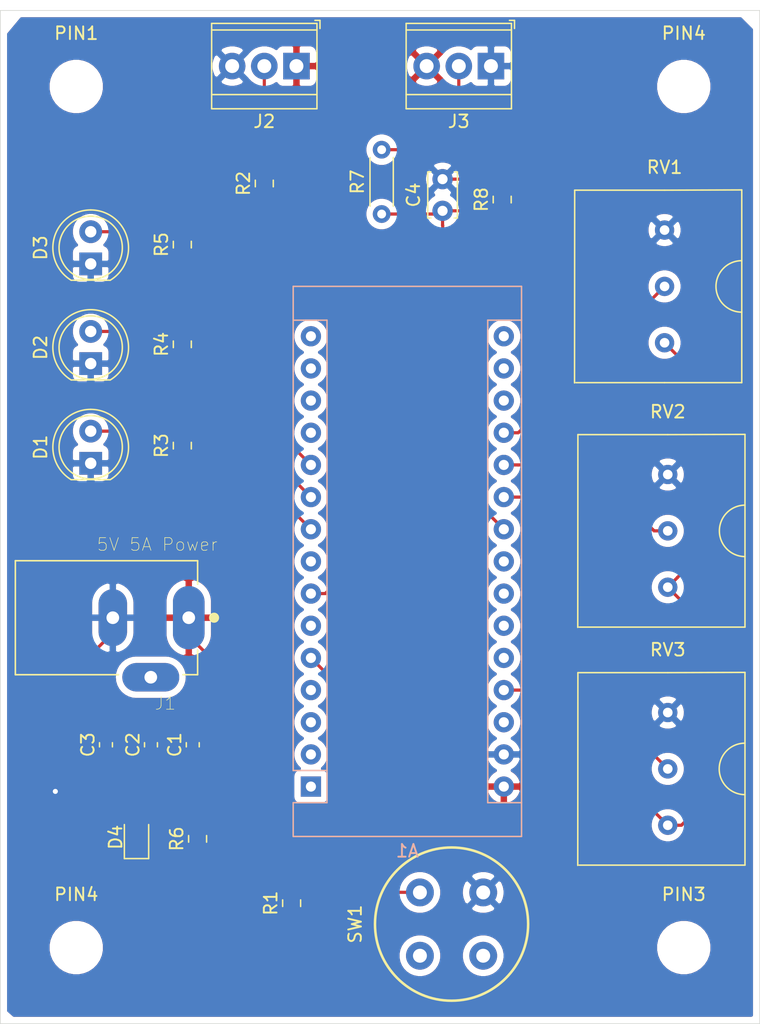
<source format=kicad_pcb>
(kicad_pcb (version 20171130) (host pcbnew "(5.1.5)-3")

  (general
    (thickness 1.6)
    (drawings 4)
    (tracks 82)
    (zones 0)
    (modules 28)
    (nets 40)
  )

  (page A4)
  (layers
    (0 F.Cu signal)
    (31 B.Cu signal)
    (32 B.Adhes user)
    (33 F.Adhes user)
    (34 B.Paste user)
    (35 F.Paste user)
    (36 B.SilkS user)
    (37 F.SilkS user)
    (38 B.Mask user)
    (39 F.Mask user)
    (40 Dwgs.User user)
    (41 Cmts.User user)
    (42 Eco1.User user)
    (43 Eco2.User user)
    (44 Edge.Cuts user)
    (45 Margin user)
    (46 B.CrtYd user)
    (47 F.CrtYd user)
    (48 B.Fab user)
    (49 F.Fab user)
  )

  (setup
    (last_trace_width 0.25)
    (trace_clearance 0.2)
    (zone_clearance 0.508)
    (zone_45_only no)
    (trace_min 0.2)
    (via_size 0.8)
    (via_drill 0.4)
    (via_min_size 0.4)
    (via_min_drill 0.3)
    (uvia_size 0.3)
    (uvia_drill 0.1)
    (uvias_allowed no)
    (uvia_min_size 0.2)
    (uvia_min_drill 0.1)
    (edge_width 0.05)
    (segment_width 0.2)
    (pcb_text_width 0.3)
    (pcb_text_size 1.5 1.5)
    (mod_edge_width 0.12)
    (mod_text_size 1 1)
    (mod_text_width 0.15)
    (pad_size 1.524 1.524)
    (pad_drill 0.762)
    (pad_to_mask_clearance 0.051)
    (solder_mask_min_width 0.25)
    (aux_axis_origin 0 0)
    (visible_elements 7FFFFFFF)
    (pcbplotparams
      (layerselection 0x010f0_ffffffff)
      (usegerberextensions false)
      (usegerberattributes false)
      (usegerberadvancedattributes false)
      (creategerberjobfile false)
      (excludeedgelayer true)
      (linewidth 0.100000)
      (plotframeref false)
      (viasonmask false)
      (mode 1)
      (useauxorigin false)
      (hpglpennumber 1)
      (hpglpenspeed 20)
      (hpglpendiameter 15.000000)
      (psnegative false)
      (psa4output false)
      (plotreference true)
      (plotvalue true)
      (plotinvisibletext false)
      (padsonsilk false)
      (subtractmaskfromsilk false)
      (outputformat 1)
      (mirror false)
      (drillshape 0)
      (scaleselection 1)
      (outputdirectory ""))
  )

  (net 0 "")
  (net 1 "Net-(A1-Pad1)")
  (net 2 "Net-(A1-Pad17)")
  (net 3 "Net-(A1-Pad2)")
  (net 4 "Net-(A1-Pad18)")
  (net 5 "Net-(A1-Pad3)")
  (net 6 "Net-(A1-Pad19)")
  (net 7 "Net-(A1-Pad4)")
  (net 8 "Net-(A1-Pad20)")
  (net 9 "Net-(A1-Pad5)")
  (net 10 "Net-(A1-Pad21)")
  (net 11 "Net-(A1-Pad6)")
  (net 12 "Net-(A1-Pad7)")
  (net 13 "Net-(A1-Pad23)")
  (net 14 "Net-(A1-Pad8)")
  (net 15 "Net-(A1-Pad24)")
  (net 16 "Net-(A1-Pad9)")
  (net 17 "Net-(A1-Pad25)")
  (net 18 "Net-(A1-Pad10)")
  (net 19 "Net-(A1-Pad26)")
  (net 20 "Net-(A1-Pad11)")
  (net 21 "Net-(A1-Pad27)")
  (net 22 "Net-(A1-Pad12)")
  (net 23 "Net-(A1-Pad28)")
  (net 24 "Net-(A1-Pad13)")
  (net 25 GND)
  (net 26 "Net-(A1-Pad14)")
  (net 27 VCC)
  (net 28 "Net-(A1-Pad15)")
  (net 29 "Net-(A1-Pad16)")
  (net 30 A3)
  (net 31 "Net-(D1-Pad2)")
  (net 32 "Net-(D2-Pad2)")
  (net 33 "Net-(D3-Pad2)")
  (net 34 "Net-(D4-Pad2)")
  (net 35 "Net-(J1-Pad3)")
  (net 36 /DATA_IN)
  (net 37 /SS_DATA_OUT)
  (net 38 "Net-(SW1-Pad3)")
  (net 39 "Net-(SW1-Pad4)")

  (net_class Default "This is the default net class."
    (clearance 0.2)
    (trace_width 0.25)
    (via_dia 0.8)
    (via_drill 0.4)
    (uvia_dia 0.3)
    (uvia_drill 0.1)
    (add_net /DATA_IN)
    (add_net /SS_DATA_OUT)
    (add_net A3)
    (add_net GND)
    (add_net "Net-(A1-Pad1)")
    (add_net "Net-(A1-Pad10)")
    (add_net "Net-(A1-Pad11)")
    (add_net "Net-(A1-Pad12)")
    (add_net "Net-(A1-Pad13)")
    (add_net "Net-(A1-Pad14)")
    (add_net "Net-(A1-Pad15)")
    (add_net "Net-(A1-Pad16)")
    (add_net "Net-(A1-Pad17)")
    (add_net "Net-(A1-Pad18)")
    (add_net "Net-(A1-Pad19)")
    (add_net "Net-(A1-Pad2)")
    (add_net "Net-(A1-Pad20)")
    (add_net "Net-(A1-Pad21)")
    (add_net "Net-(A1-Pad23)")
    (add_net "Net-(A1-Pad24)")
    (add_net "Net-(A1-Pad25)")
    (add_net "Net-(A1-Pad26)")
    (add_net "Net-(A1-Pad27)")
    (add_net "Net-(A1-Pad28)")
    (add_net "Net-(A1-Pad3)")
    (add_net "Net-(A1-Pad4)")
    (add_net "Net-(A1-Pad5)")
    (add_net "Net-(A1-Pad6)")
    (add_net "Net-(A1-Pad7)")
    (add_net "Net-(A1-Pad8)")
    (add_net "Net-(A1-Pad9)")
    (add_net "Net-(D1-Pad2)")
    (add_net "Net-(D2-Pad2)")
    (add_net "Net-(D3-Pad2)")
    (add_net "Net-(D4-Pad2)")
    (add_net "Net-(J1-Pad3)")
    (add_net "Net-(SW1-Pad3)")
    (add_net "Net-(SW1-Pad4)")
    (add_net VCC)
  )

  (module TerminalBlock_TE-Connectivity:TerminalBlock_TE_282834-3_1x03_P2.54mm_Horizontal (layer F.Cu) (tedit 5B1EC513) (tstamp 5E589FE7)
    (at 143.764 64.389 180)
    (descr "Terminal Block TE 282834-3, 3 pins, pitch 2.54mm, size 8.08x6.5mm^2, drill diamater 1.1mm, pad diameter 2.1mm, see http://www.te.com/commerce/DocumentDelivery/DDEController?Action=showdoc&DocId=Customer+Drawing%7F282834%7FC1%7Fpdf%7FEnglish%7FENG_CD_282834_C1.pdf, script-generated using https://github.com/pointhi/kicad-footprint-generator/scripts/TerminalBlock_TE-Connectivity")
    (tags "THT Terminal Block TE 282834-3 pitch 2.54mm size 8.08x6.5mm^2 drill 1.1mm pad 2.1mm")
    (path /5E3E22AC)
    (fp_text reference J3 (at 2.54 -4.37) (layer F.SilkS)
      (effects (font (size 1 1) (thickness 0.15)))
    )
    (fp_text value "Sound Sensor" (at 2.54 4.37) (layer F.Fab)
      (effects (font (size 1 1) (thickness 0.15)))
    )
    (fp_text user %R (at 2.54 2) (layer F.Fab)
      (effects (font (size 1 1) (thickness 0.15)))
    )
    (fp_line (start 7.08 -3.75) (end -2 -3.75) (layer F.CrtYd) (width 0.05))
    (fp_line (start 7.08 3.75) (end 7.08 -3.75) (layer F.CrtYd) (width 0.05))
    (fp_line (start -2 3.75) (end 7.08 3.75) (layer F.CrtYd) (width 0.05))
    (fp_line (start -2 -3.75) (end -2 3.75) (layer F.CrtYd) (width 0.05))
    (fp_line (start -1.86 3.61) (end -1.46 3.61) (layer F.SilkS) (width 0.12))
    (fp_line (start -1.86 2.97) (end -1.86 3.61) (layer F.SilkS) (width 0.12))
    (fp_line (start 5.781 -0.835) (end 4.246 0.7) (layer F.Fab) (width 0.1))
    (fp_line (start 5.915 -0.7) (end 4.38 0.835) (layer F.Fab) (width 0.1))
    (fp_line (start 3.241 -0.835) (end 1.706 0.7) (layer F.Fab) (width 0.1))
    (fp_line (start 3.375 -0.7) (end 1.84 0.835) (layer F.Fab) (width 0.1))
    (fp_line (start 0.701 -0.835) (end -0.835 0.7) (layer F.Fab) (width 0.1))
    (fp_line (start 0.835 -0.7) (end -0.701 0.835) (layer F.Fab) (width 0.1))
    (fp_line (start 6.7 -3.37) (end 6.7 3.37) (layer F.SilkS) (width 0.12))
    (fp_line (start -1.62 -3.37) (end -1.62 3.37) (layer F.SilkS) (width 0.12))
    (fp_line (start -1.62 3.37) (end 6.7 3.37) (layer F.SilkS) (width 0.12))
    (fp_line (start -1.62 -3.37) (end 6.7 -3.37) (layer F.SilkS) (width 0.12))
    (fp_line (start -1.62 -2.25) (end 6.7 -2.25) (layer F.SilkS) (width 0.12))
    (fp_line (start -1.5 -2.25) (end 6.58 -2.25) (layer F.Fab) (width 0.1))
    (fp_line (start -1.62 2.85) (end 6.7 2.85) (layer F.SilkS) (width 0.12))
    (fp_line (start -1.5 2.85) (end 6.58 2.85) (layer F.Fab) (width 0.1))
    (fp_line (start -1.5 2.85) (end -1.5 -3.25) (layer F.Fab) (width 0.1))
    (fp_line (start -1.1 3.25) (end -1.5 2.85) (layer F.Fab) (width 0.1))
    (fp_line (start 6.58 3.25) (end -1.1 3.25) (layer F.Fab) (width 0.1))
    (fp_line (start 6.58 -3.25) (end 6.58 3.25) (layer F.Fab) (width 0.1))
    (fp_line (start -1.5 -3.25) (end 6.58 -3.25) (layer F.Fab) (width 0.1))
    (fp_circle (center 5.08 0) (end 6.18 0) (layer F.Fab) (width 0.1))
    (fp_circle (center 2.54 0) (end 3.64 0) (layer F.Fab) (width 0.1))
    (fp_circle (center 0 0) (end 1.1 0) (layer F.Fab) (width 0.1))
    (pad 3 thru_hole circle (at 5.08 0 180) (size 2.1 2.1) (drill 1.1) (layers *.Cu *.Mask)
      (net 27 VCC))
    (pad 2 thru_hole circle (at 2.54 0 180) (size 2.1 2.1) (drill 1.1) (layers *.Cu *.Mask)
      (net 37 /SS_DATA_OUT))
    (pad 1 thru_hole rect (at 0 0 180) (size 2.1 2.1) (drill 1.1) (layers *.Cu *.Mask)
      (net 25 GND))
    (model ${KISYS3DMOD}/TerminalBlock_TE-Connectivity.3dshapes/TerminalBlock_TE_282834-3_1x03_P2.54mm_Horizontal.wrl
      (at (xyz 0 0 0))
      (scale (xyz 1 1 1))
      (rotate (xyz 0 0 0))
    )
  )

  (module TerminalBlock_TE-Connectivity:TerminalBlock_TE_282834-3_1x03_P2.54mm_Horizontal (layer F.Cu) (tedit 5B1EC513) (tstamp 5E42328A)
    (at 128.397 64.389 180)
    (descr "Terminal Block TE 282834-3, 3 pins, pitch 2.54mm, size 8.08x6.5mm^2, drill diamater 1.1mm, pad diameter 2.1mm, see http://www.te.com/commerce/DocumentDelivery/DDEController?Action=showdoc&DocId=Customer+Drawing%7F282834%7FC1%7Fpdf%7FEnglish%7FENG_CD_282834_C1.pdf, script-generated using https://github.com/pointhi/kicad-footprint-generator/scripts/TerminalBlock_TE-Connectivity")
    (tags "THT Terminal Block TE 282834-3 pitch 2.54mm size 8.08x6.5mm^2 drill 1.1mm pad 2.1mm")
    (path /5DC63C25)
    (fp_text reference J2 (at 2.54 -4.37) (layer F.SilkS)
      (effects (font (size 1 1) (thickness 0.15)))
    )
    (fp_text value "TO WS2812B LED STRIP" (at 2.54 4.37) (layer F.Fab)
      (effects (font (size 1 1) (thickness 0.15)))
    )
    (fp_text user %R (at 2.54 2) (layer F.Fab)
      (effects (font (size 1 1) (thickness 0.15)))
    )
    (fp_line (start 7.08 -3.75) (end -2 -3.75) (layer F.CrtYd) (width 0.05))
    (fp_line (start 7.08 3.75) (end 7.08 -3.75) (layer F.CrtYd) (width 0.05))
    (fp_line (start -2 3.75) (end 7.08 3.75) (layer F.CrtYd) (width 0.05))
    (fp_line (start -2 -3.75) (end -2 3.75) (layer F.CrtYd) (width 0.05))
    (fp_line (start -1.86 3.61) (end -1.46 3.61) (layer F.SilkS) (width 0.12))
    (fp_line (start -1.86 2.97) (end -1.86 3.61) (layer F.SilkS) (width 0.12))
    (fp_line (start 5.781 -0.835) (end 4.246 0.7) (layer F.Fab) (width 0.1))
    (fp_line (start 5.915 -0.7) (end 4.38 0.835) (layer F.Fab) (width 0.1))
    (fp_line (start 3.241 -0.835) (end 1.706 0.7) (layer F.Fab) (width 0.1))
    (fp_line (start 3.375 -0.7) (end 1.84 0.835) (layer F.Fab) (width 0.1))
    (fp_line (start 0.701 -0.835) (end -0.835 0.7) (layer F.Fab) (width 0.1))
    (fp_line (start 0.835 -0.7) (end -0.701 0.835) (layer F.Fab) (width 0.1))
    (fp_line (start 6.7 -3.37) (end 6.7 3.37) (layer F.SilkS) (width 0.12))
    (fp_line (start -1.62 -3.37) (end -1.62 3.37) (layer F.SilkS) (width 0.12))
    (fp_line (start -1.62 3.37) (end 6.7 3.37) (layer F.SilkS) (width 0.12))
    (fp_line (start -1.62 -3.37) (end 6.7 -3.37) (layer F.SilkS) (width 0.12))
    (fp_line (start -1.62 -2.25) (end 6.7 -2.25) (layer F.SilkS) (width 0.12))
    (fp_line (start -1.5 -2.25) (end 6.58 -2.25) (layer F.Fab) (width 0.1))
    (fp_line (start -1.62 2.85) (end 6.7 2.85) (layer F.SilkS) (width 0.12))
    (fp_line (start -1.5 2.85) (end 6.58 2.85) (layer F.Fab) (width 0.1))
    (fp_line (start -1.5 2.85) (end -1.5 -3.25) (layer F.Fab) (width 0.1))
    (fp_line (start -1.1 3.25) (end -1.5 2.85) (layer F.Fab) (width 0.1))
    (fp_line (start 6.58 3.25) (end -1.1 3.25) (layer F.Fab) (width 0.1))
    (fp_line (start 6.58 -3.25) (end 6.58 3.25) (layer F.Fab) (width 0.1))
    (fp_line (start -1.5 -3.25) (end 6.58 -3.25) (layer F.Fab) (width 0.1))
    (fp_circle (center 5.08 0) (end 6.18 0) (layer F.Fab) (width 0.1))
    (fp_circle (center 2.54 0) (end 3.64 0) (layer F.Fab) (width 0.1))
    (fp_circle (center 0 0) (end 1.1 0) (layer F.Fab) (width 0.1))
    (pad 3 thru_hole circle (at 5.08 0 180) (size 2.1 2.1) (drill 1.1) (layers *.Cu *.Mask)
      (net 25 GND))
    (pad 2 thru_hole circle (at 2.54 0 180) (size 2.1 2.1) (drill 1.1) (layers *.Cu *.Mask)
      (net 36 /DATA_IN))
    (pad 1 thru_hole rect (at 0 0 180) (size 2.1 2.1) (drill 1.1) (layers *.Cu *.Mask)
      (net 27 VCC))
    (model ${KISYS3DMOD}/TerminalBlock_TE-Connectivity.3dshapes/TerminalBlock_TE_282834-3_1x03_P2.54mm_Horizontal.wrl
      (at (xyz 0 0 0))
      (scale (xyz 1 1 1))
      (rotate (xyz 0 0 0))
    )
  )

  (module MountingHole:MountingHole_3.2mm_M3 (layer F.Cu) (tedit 56D1B4CB) (tstamp 5E5A3B8C)
    (at 159 66)
    (descr "Mounting Hole 3.2mm, no annular, M3")
    (tags "mounting hole 3.2mm no annular m3")
    (attr virtual)
    (fp_text reference PIN4 (at 0 -4.2) (layer F.SilkS)
      (effects (font (size 1 1) (thickness 0.15)))
    )
    (fp_text value "M3 HOLE" (at 0 4.2) (layer F.Fab)
      (effects (font (size 1 1) (thickness 0.15)))
    )
    (fp_circle (center 0 0) (end 3.45 0) (layer F.CrtYd) (width 0.05))
    (fp_circle (center 0 0) (end 3.2 0) (layer Cmts.User) (width 0.15))
    (fp_text user %R (at 0.3 0) (layer F.Fab)
      (effects (font (size 1 1) (thickness 0.15)))
    )
    (pad 1 np_thru_hole circle (at 0 0) (size 3.2 3.2) (drill 3.2) (layers *.Cu *.Mask))
  )

  (module MountingHole:MountingHole_3.2mm_M3 (layer F.Cu) (tedit 56D1B4CB) (tstamp 5E5A3B8C)
    (at 159 134)
    (descr "Mounting Hole 3.2mm, no annular, M3")
    (tags "mounting hole 3.2mm no annular m3")
    (attr virtual)
    (fp_text reference PIN3 (at 0 -4.2) (layer F.SilkS)
      (effects (font (size 1 1) (thickness 0.15)))
    )
    (fp_text value "M3 HOLE" (at 0 4.2) (layer F.Fab)
      (effects (font (size 1 1) (thickness 0.15)))
    )
    (fp_circle (center 0 0) (end 3.45 0) (layer F.CrtYd) (width 0.05))
    (fp_circle (center 0 0) (end 3.2 0) (layer Cmts.User) (width 0.15))
    (fp_text user %R (at 0.3 0) (layer F.Fab)
      (effects (font (size 1 1) (thickness 0.15)))
    )
    (pad 1 np_thru_hole circle (at 0 0) (size 3.2 3.2) (drill 3.2) (layers *.Cu *.Mask))
  )

  (module MountingHole:MountingHole_3.2mm_M3 (layer F.Cu) (tedit 56D1B4CB) (tstamp 5E5A3B62)
    (at 111 134)
    (descr "Mounting Hole 3.2mm, no annular, M3")
    (tags "mounting hole 3.2mm no annular m3")
    (attr virtual)
    (fp_text reference PIN4 (at 0 -4.2) (layer F.SilkS)
      (effects (font (size 1 1) (thickness 0.15)))
    )
    (fp_text value "M3 HOLE" (at 0 4.2) (layer F.Fab)
      (effects (font (size 1 1) (thickness 0.15)))
    )
    (fp_text user %R (at 0.3 0) (layer F.Fab)
      (effects (font (size 1 1) (thickness 0.15)))
    )
    (fp_circle (center 0 0) (end 3.2 0) (layer Cmts.User) (width 0.15))
    (fp_circle (center 0 0) (end 3.45 0) (layer F.CrtYd) (width 0.05))
    (pad 1 np_thru_hole circle (at 0 0) (size 3.2 3.2) (drill 3.2) (layers *.Cu *.Mask))
  )

  (module MountingHole:MountingHole_3.2mm_M3 (layer F.Cu) (tedit 56D1B4CB) (tstamp 5E5A3B26)
    (at 111 66)
    (descr "Mounting Hole 3.2mm, no annular, M3")
    (tags "mounting hole 3.2mm no annular m3")
    (attr virtual)
    (fp_text reference PIN1 (at 0 -4.2) (layer F.SilkS)
      (effects (font (size 1 1) (thickness 0.15)))
    )
    (fp_text value "M3 HOLE" (at 0 4.2) (layer F.Fab)
      (effects (font (size 1 1) (thickness 0.15)))
    )
    (fp_circle (center 0 0) (end 3.45 0) (layer F.CrtYd) (width 0.05))
    (fp_circle (center 0 0) (end 3.2 0) (layer Cmts.User) (width 0.15))
    (fp_text user %R (at 0.3 0) (layer F.Fab)
      (effects (font (size 1 1) (thickness 0.15)))
    )
    (pad 1 np_thru_hole circle (at 0 0) (size 3.2 3.2) (drill 3.2) (layers *.Cu *.Mask))
  )

  (module Resistor_THT:R_Axial_DIN0204_L3.6mm_D1.6mm_P5.08mm_Horizontal (layer F.Cu) (tedit 5AE5139B) (tstamp 5E589F5B)
    (at 135.128 76.073 90)
    (descr "Resistor, Axial_DIN0204 series, Axial, Horizontal, pin pitch=5.08mm, 0.167W, length*diameter=3.6*1.6mm^2, http://cdn-reichelt.de/documents/datenblatt/B400/1_4W%23YAG.pdf")
    (tags "Resistor Axial_DIN0204 series Axial Horizontal pin pitch 5.08mm 0.167W length 3.6mm diameter 1.6mm")
    (path /5E40F635)
    (fp_text reference R7 (at 2.54 -1.92 90) (layer F.SilkS)
      (effects (font (size 1 1) (thickness 0.15)))
    )
    (fp_text value 100k (at 2.54 1.92 90) (layer F.Fab)
      (effects (font (size 1 1) (thickness 0.15)))
    )
    (fp_text user %R (at 2.54 0 90) (layer F.Fab)
      (effects (font (size 0.72 0.72) (thickness 0.108)))
    )
    (fp_line (start 6.03 -1.05) (end -0.95 -1.05) (layer F.CrtYd) (width 0.05))
    (fp_line (start 6.03 1.05) (end 6.03 -1.05) (layer F.CrtYd) (width 0.05))
    (fp_line (start -0.95 1.05) (end 6.03 1.05) (layer F.CrtYd) (width 0.05))
    (fp_line (start -0.95 -1.05) (end -0.95 1.05) (layer F.CrtYd) (width 0.05))
    (fp_line (start 0.62 0.92) (end 4.46 0.92) (layer F.SilkS) (width 0.12))
    (fp_line (start 0.62 -0.92) (end 4.46 -0.92) (layer F.SilkS) (width 0.12))
    (fp_line (start 5.08 0) (end 4.34 0) (layer F.Fab) (width 0.1))
    (fp_line (start 0 0) (end 0.74 0) (layer F.Fab) (width 0.1))
    (fp_line (start 4.34 -0.8) (end 0.74 -0.8) (layer F.Fab) (width 0.1))
    (fp_line (start 4.34 0.8) (end 4.34 -0.8) (layer F.Fab) (width 0.1))
    (fp_line (start 0.74 0.8) (end 4.34 0.8) (layer F.Fab) (width 0.1))
    (fp_line (start 0.74 -0.8) (end 0.74 0.8) (layer F.Fab) (width 0.1))
    (pad 2 thru_hole oval (at 5.08 0 90) (size 1.4 1.4) (drill 0.7) (layers *.Cu *.Mask)
      (net 37 /SS_DATA_OUT))
    (pad 1 thru_hole circle (at 0 0 90) (size 1.4 1.4) (drill 0.7) (layers *.Cu *.Mask)
      (net 30 A3))
    (model ${KISYS3DMOD}/Resistor_THT.3dshapes/R_Axial_DIN0204_L3.6mm_D1.6mm_P5.08mm_Horizontal.wrl
      (at (xyz 0 0 0))
      (scale (xyz 1 1 1))
      (rotate (xyz 0 0 0))
    )
  )

  (module Module:Arduino_Nano (layer B.Cu) (tedit 58ACAF70) (tstamp 5E423191)
    (at 129.54 121.285)
    (descr "Arduino Nano, http://www.mouser.com/pdfdocs/Gravitech_Arduino_Nano3_0.pdf")
    (tags "Arduino Nano")
    (path /5DB50132)
    (fp_text reference A1 (at 7.62 5.08) (layer B.SilkS)
      (effects (font (size 1 1) (thickness 0.15)) (justify mirror))
    )
    (fp_text value Arduino_Nano_v3.x (at 8.89 -19.05 -90) (layer B.Fab)
      (effects (font (size 1 1) (thickness 0.15)) (justify mirror))
    )
    (fp_text user %R (at 6.35 -19.05 -90) (layer B.Fab)
      (effects (font (size 1 1) (thickness 0.15)) (justify mirror))
    )
    (fp_line (start 1.27 -1.27) (end 1.27 1.27) (layer B.SilkS) (width 0.12))
    (fp_line (start 1.27 1.27) (end -1.4 1.27) (layer B.SilkS) (width 0.12))
    (fp_line (start -1.4 -1.27) (end -1.4 -39.5) (layer B.SilkS) (width 0.12))
    (fp_line (start -1.4 3.94) (end -1.4 1.27) (layer B.SilkS) (width 0.12))
    (fp_line (start 13.97 1.27) (end 16.64 1.27) (layer B.SilkS) (width 0.12))
    (fp_line (start 13.97 1.27) (end 13.97 -36.83) (layer B.SilkS) (width 0.12))
    (fp_line (start 13.97 -36.83) (end 16.64 -36.83) (layer B.SilkS) (width 0.12))
    (fp_line (start 1.27 -1.27) (end -1.4 -1.27) (layer B.SilkS) (width 0.12))
    (fp_line (start 1.27 -1.27) (end 1.27 -36.83) (layer B.SilkS) (width 0.12))
    (fp_line (start 1.27 -36.83) (end -1.4 -36.83) (layer B.SilkS) (width 0.12))
    (fp_line (start 3.81 -31.75) (end 11.43 -31.75) (layer B.Fab) (width 0.1))
    (fp_line (start 11.43 -31.75) (end 11.43 -41.91) (layer B.Fab) (width 0.1))
    (fp_line (start 11.43 -41.91) (end 3.81 -41.91) (layer B.Fab) (width 0.1))
    (fp_line (start 3.81 -41.91) (end 3.81 -31.75) (layer B.Fab) (width 0.1))
    (fp_line (start -1.4 -39.5) (end 16.64 -39.5) (layer B.SilkS) (width 0.12))
    (fp_line (start 16.64 -39.5) (end 16.64 3.94) (layer B.SilkS) (width 0.12))
    (fp_line (start 16.64 3.94) (end -1.4 3.94) (layer B.SilkS) (width 0.12))
    (fp_line (start 16.51 -39.37) (end -1.27 -39.37) (layer B.Fab) (width 0.1))
    (fp_line (start -1.27 -39.37) (end -1.27 2.54) (layer B.Fab) (width 0.1))
    (fp_line (start -1.27 2.54) (end 0 3.81) (layer B.Fab) (width 0.1))
    (fp_line (start 0 3.81) (end 16.51 3.81) (layer B.Fab) (width 0.1))
    (fp_line (start 16.51 3.81) (end 16.51 -39.37) (layer B.Fab) (width 0.1))
    (fp_line (start -1.53 4.06) (end 16.75 4.06) (layer B.CrtYd) (width 0.05))
    (fp_line (start -1.53 4.06) (end -1.53 -42.16) (layer B.CrtYd) (width 0.05))
    (fp_line (start 16.75 -42.16) (end 16.75 4.06) (layer B.CrtYd) (width 0.05))
    (fp_line (start 16.75 -42.16) (end -1.53 -42.16) (layer B.CrtYd) (width 0.05))
    (pad 1 thru_hole rect (at 0 0) (size 1.6 1.6) (drill 0.8) (layers *.Cu *.Mask)
      (net 1 "Net-(A1-Pad1)"))
    (pad 17 thru_hole oval (at 15.24 -33.02) (size 1.6 1.6) (drill 0.8) (layers *.Cu *.Mask)
      (net 2 "Net-(A1-Pad17)"))
    (pad 2 thru_hole oval (at 0 -2.54) (size 1.6 1.6) (drill 0.8) (layers *.Cu *.Mask)
      (net 3 "Net-(A1-Pad2)"))
    (pad 18 thru_hole oval (at 15.24 -30.48) (size 1.6 1.6) (drill 0.8) (layers *.Cu *.Mask)
      (net 4 "Net-(A1-Pad18)"))
    (pad 3 thru_hole oval (at 0 -5.08) (size 1.6 1.6) (drill 0.8) (layers *.Cu *.Mask)
      (net 5 "Net-(A1-Pad3)"))
    (pad 19 thru_hole oval (at 15.24 -27.94) (size 1.6 1.6) (drill 0.8) (layers *.Cu *.Mask)
      (net 6 "Net-(A1-Pad19)"))
    (pad 4 thru_hole oval (at 0 -7.62) (size 1.6 1.6) (drill 0.8) (layers *.Cu *.Mask)
      (net 7 "Net-(A1-Pad4)"))
    (pad 20 thru_hole oval (at 15.24 -25.4) (size 1.6 1.6) (drill 0.8) (layers *.Cu *.Mask)
      (net 8 "Net-(A1-Pad20)"))
    (pad 5 thru_hole oval (at 0 -10.16) (size 1.6 1.6) (drill 0.8) (layers *.Cu *.Mask)
      (net 9 "Net-(A1-Pad5)"))
    (pad 21 thru_hole oval (at 15.24 -22.86) (size 1.6 1.6) (drill 0.8) (layers *.Cu *.Mask)
      (net 10 "Net-(A1-Pad21)"))
    (pad 6 thru_hole oval (at 0 -12.7) (size 1.6 1.6) (drill 0.8) (layers *.Cu *.Mask)
      (net 11 "Net-(A1-Pad6)"))
    (pad 22 thru_hole oval (at 15.24 -20.32) (size 1.6 1.6) (drill 0.8) (layers *.Cu *.Mask)
      (net 30 A3))
    (pad 7 thru_hole oval (at 0 -15.24) (size 1.6 1.6) (drill 0.8) (layers *.Cu *.Mask)
      (net 12 "Net-(A1-Pad7)"))
    (pad 23 thru_hole oval (at 15.24 -17.78) (size 1.6 1.6) (drill 0.8) (layers *.Cu *.Mask)
      (net 13 "Net-(A1-Pad23)"))
    (pad 8 thru_hole oval (at 0 -17.78) (size 1.6 1.6) (drill 0.8) (layers *.Cu *.Mask)
      (net 14 "Net-(A1-Pad8)"))
    (pad 24 thru_hole oval (at 15.24 -15.24) (size 1.6 1.6) (drill 0.8) (layers *.Cu *.Mask)
      (net 15 "Net-(A1-Pad24)"))
    (pad 9 thru_hole oval (at 0 -20.32) (size 1.6 1.6) (drill 0.8) (layers *.Cu *.Mask)
      (net 16 "Net-(A1-Pad9)"))
    (pad 25 thru_hole oval (at 15.24 -12.7) (size 1.6 1.6) (drill 0.8) (layers *.Cu *.Mask)
      (net 17 "Net-(A1-Pad25)"))
    (pad 10 thru_hole oval (at 0 -22.86) (size 1.6 1.6) (drill 0.8) (layers *.Cu *.Mask)
      (net 18 "Net-(A1-Pad10)"))
    (pad 26 thru_hole oval (at 15.24 -10.16) (size 1.6 1.6) (drill 0.8) (layers *.Cu *.Mask)
      (net 19 "Net-(A1-Pad26)"))
    (pad 11 thru_hole oval (at 0 -25.4) (size 1.6 1.6) (drill 0.8) (layers *.Cu *.Mask)
      (net 20 "Net-(A1-Pad11)"))
    (pad 27 thru_hole oval (at 15.24 -7.62) (size 1.6 1.6) (drill 0.8) (layers *.Cu *.Mask)
      (net 21 "Net-(A1-Pad27)"))
    (pad 12 thru_hole oval (at 0 -27.94) (size 1.6 1.6) (drill 0.8) (layers *.Cu *.Mask)
      (net 22 "Net-(A1-Pad12)"))
    (pad 28 thru_hole oval (at 15.24 -5.08) (size 1.6 1.6) (drill 0.8) (layers *.Cu *.Mask)
      (net 23 "Net-(A1-Pad28)"))
    (pad 13 thru_hole oval (at 0 -30.48) (size 1.6 1.6) (drill 0.8) (layers *.Cu *.Mask)
      (net 24 "Net-(A1-Pad13)"))
    (pad 29 thru_hole oval (at 15.24 -2.54) (size 1.6 1.6) (drill 0.8) (layers *.Cu *.Mask)
      (net 25 GND))
    (pad 14 thru_hole oval (at 0 -33.02) (size 1.6 1.6) (drill 0.8) (layers *.Cu *.Mask)
      (net 26 "Net-(A1-Pad14)"))
    (pad 30 thru_hole oval (at 15.24 0) (size 1.6 1.6) (drill 0.8) (layers *.Cu *.Mask)
      (net 27 VCC))
    (pad 15 thru_hole oval (at 0 -35.56) (size 1.6 1.6) (drill 0.8) (layers *.Cu *.Mask)
      (net 28 "Net-(A1-Pad15)"))
    (pad 16 thru_hole oval (at 15.24 -35.56) (size 1.6 1.6) (drill 0.8) (layers *.Cu *.Mask)
      (net 29 "Net-(A1-Pad16)"))
    (model ${KISYS3DMOD}/Module.3dshapes/Arduino_Nano_WithMountingHoles.wrl
      (at (xyz 0 0 0))
      (scale (xyz 1 1 1))
      (rotate (xyz 0 0 0))
    )
  )

  (module Capacitor_SMD:C_0603_1608Metric (layer F.Cu) (tedit 5B301BBE) (tstamp 5E425F8C)
    (at 120.2055 117.983 90)
    (descr "Capacitor SMD 0603 (1608 Metric), square (rectangular) end terminal, IPC_7351 nominal, (Body size source: http://www.tortai-tech.com/upload/download/2011102023233369053.pdf), generated with kicad-footprint-generator")
    (tags capacitor)
    (path /5E34619E)
    (attr smd)
    (fp_text reference C1 (at 0 -1.43 90) (layer F.SilkS)
      (effects (font (size 1 1) (thickness 0.15)))
    )
    (fp_text value 0.1uF (at 0 1.43 90) (layer F.Fab)
      (effects (font (size 1 1) (thickness 0.15)))
    )
    (fp_text user %R (at 0 0 90) (layer F.Fab)
      (effects (font (size 0.4 0.4) (thickness 0.06)))
    )
    (fp_line (start 1.48 0.73) (end -1.48 0.73) (layer F.CrtYd) (width 0.05))
    (fp_line (start 1.48 -0.73) (end 1.48 0.73) (layer F.CrtYd) (width 0.05))
    (fp_line (start -1.48 -0.73) (end 1.48 -0.73) (layer F.CrtYd) (width 0.05))
    (fp_line (start -1.48 0.73) (end -1.48 -0.73) (layer F.CrtYd) (width 0.05))
    (fp_line (start -0.162779 0.51) (end 0.162779 0.51) (layer F.SilkS) (width 0.12))
    (fp_line (start -0.162779 -0.51) (end 0.162779 -0.51) (layer F.SilkS) (width 0.12))
    (fp_line (start 0.8 0.4) (end -0.8 0.4) (layer F.Fab) (width 0.1))
    (fp_line (start 0.8 -0.4) (end 0.8 0.4) (layer F.Fab) (width 0.1))
    (fp_line (start -0.8 -0.4) (end 0.8 -0.4) (layer F.Fab) (width 0.1))
    (fp_line (start -0.8 0.4) (end -0.8 -0.4) (layer F.Fab) (width 0.1))
    (pad 2 smd roundrect (at 0.7875 0 90) (size 0.875 0.95) (layers F.Cu F.Paste F.Mask) (roundrect_rratio 0.25)
      (net 25 GND))
    (pad 1 smd roundrect (at -0.7875 0 90) (size 0.875 0.95) (layers F.Cu F.Paste F.Mask) (roundrect_rratio 0.25)
      (net 27 VCC))
    (model ${KISYS3DMOD}/Capacitor_SMD.3dshapes/C_0603_1608Metric.wrl
      (at (xyz 0 0 0))
      (scale (xyz 1 1 1))
      (rotate (xyz 0 0 0))
    )
  )

  (module Capacitor_SMD:C_0603_1608Metric (layer F.Cu) (tedit 5B301BBE) (tstamp 5E425F5C)
    (at 116.9035 117.983 90)
    (descr "Capacitor SMD 0603 (1608 Metric), square (rectangular) end terminal, IPC_7351 nominal, (Body size source: http://www.tortai-tech.com/upload/download/2011102023233369053.pdf), generated with kicad-footprint-generator")
    (tags capacitor)
    (path /5E45151D)
    (attr smd)
    (fp_text reference C2 (at 0 -1.43 90) (layer F.SilkS)
      (effects (font (size 1 1) (thickness 0.15)))
    )
    (fp_text value 0.1uF (at 0 1.43 90) (layer F.Fab)
      (effects (font (size 1 1) (thickness 0.15)))
    )
    (fp_text user %R (at 0 0 90) (layer F.Fab)
      (effects (font (size 0.4 0.4) (thickness 0.06)))
    )
    (fp_line (start 1.48 0.73) (end -1.48 0.73) (layer F.CrtYd) (width 0.05))
    (fp_line (start 1.48 -0.73) (end 1.48 0.73) (layer F.CrtYd) (width 0.05))
    (fp_line (start -1.48 -0.73) (end 1.48 -0.73) (layer F.CrtYd) (width 0.05))
    (fp_line (start -1.48 0.73) (end -1.48 -0.73) (layer F.CrtYd) (width 0.05))
    (fp_line (start -0.162779 0.51) (end 0.162779 0.51) (layer F.SilkS) (width 0.12))
    (fp_line (start -0.162779 -0.51) (end 0.162779 -0.51) (layer F.SilkS) (width 0.12))
    (fp_line (start 0.8 0.4) (end -0.8 0.4) (layer F.Fab) (width 0.1))
    (fp_line (start 0.8 -0.4) (end 0.8 0.4) (layer F.Fab) (width 0.1))
    (fp_line (start -0.8 -0.4) (end 0.8 -0.4) (layer F.Fab) (width 0.1))
    (fp_line (start -0.8 0.4) (end -0.8 -0.4) (layer F.Fab) (width 0.1))
    (pad 2 smd roundrect (at 0.7875 0 90) (size 0.875 0.95) (layers F.Cu F.Paste F.Mask) (roundrect_rratio 0.25)
      (net 25 GND))
    (pad 1 smd roundrect (at -0.7875 0 90) (size 0.875 0.95) (layers F.Cu F.Paste F.Mask) (roundrect_rratio 0.25)
      (net 27 VCC))
    (model ${KISYS3DMOD}/Capacitor_SMD.3dshapes/C_0603_1608Metric.wrl
      (at (xyz 0 0 0))
      (scale (xyz 1 1 1))
      (rotate (xyz 0 0 0))
    )
  )

  (module Capacitor_SMD:C_0603_1608Metric (layer F.Cu) (tedit 5B301BBE) (tstamp 5E427E22)
    (at 113.3475 117.983 90)
    (descr "Capacitor SMD 0603 (1608 Metric), square (rectangular) end terminal, IPC_7351 nominal, (Body size source: http://www.tortai-tech.com/upload/download/2011102023233369053.pdf), generated with kicad-footprint-generator")
    (tags capacitor)
    (path /5E347A50)
    (attr smd)
    (fp_text reference C3 (at 0 -1.43 90) (layer F.SilkS)
      (effects (font (size 1 1) (thickness 0.15)))
    )
    (fp_text value 0.1uF (at 0 1.43 90) (layer F.Fab)
      (effects (font (size 1 1) (thickness 0.15)))
    )
    (fp_line (start -0.8 0.4) (end -0.8 -0.4) (layer F.Fab) (width 0.1))
    (fp_line (start -0.8 -0.4) (end 0.8 -0.4) (layer F.Fab) (width 0.1))
    (fp_line (start 0.8 -0.4) (end 0.8 0.4) (layer F.Fab) (width 0.1))
    (fp_line (start 0.8 0.4) (end -0.8 0.4) (layer F.Fab) (width 0.1))
    (fp_line (start -0.162779 -0.51) (end 0.162779 -0.51) (layer F.SilkS) (width 0.12))
    (fp_line (start -0.162779 0.51) (end 0.162779 0.51) (layer F.SilkS) (width 0.12))
    (fp_line (start -1.48 0.73) (end -1.48 -0.73) (layer F.CrtYd) (width 0.05))
    (fp_line (start -1.48 -0.73) (end 1.48 -0.73) (layer F.CrtYd) (width 0.05))
    (fp_line (start 1.48 -0.73) (end 1.48 0.73) (layer F.CrtYd) (width 0.05))
    (fp_line (start 1.48 0.73) (end -1.48 0.73) (layer F.CrtYd) (width 0.05))
    (fp_text user %R (at 0 0 90) (layer F.Fab)
      (effects (font (size 0.4 0.4) (thickness 0.06)))
    )
    (pad 1 smd roundrect (at -0.7875 0 90) (size 0.875 0.95) (layers F.Cu F.Paste F.Mask) (roundrect_rratio 0.25)
      (net 27 VCC))
    (pad 2 smd roundrect (at 0.7875 0 90) (size 0.875 0.95) (layers F.Cu F.Paste F.Mask) (roundrect_rratio 0.25)
      (net 25 GND))
    (model ${KISYS3DMOD}/Capacitor_SMD.3dshapes/C_0603_1608Metric.wrl
      (at (xyz 0 0 0))
      (scale (xyz 1 1 1))
      (rotate (xyz 0 0 0))
    )
  )

  (module Capacitor_THT:C_Disc_D3.4mm_W2.1mm_P2.50mm (layer F.Cu) (tedit 5AE50EF0) (tstamp 5E589F93)
    (at 139.9405 75.819 90)
    (descr "C, Disc series, Radial, pin pitch=2.50mm, , diameter*width=3.4*2.1mm^2, Capacitor, http://www.vishay.com/docs/45233/krseries.pdf")
    (tags "C Disc series Radial pin pitch 2.50mm  diameter 3.4mm width 2.1mm Capacitor")
    (path /5E4E4C59)
    (fp_text reference C4 (at 1.25 -2.3 90) (layer F.SilkS)
      (effects (font (size 1 1) (thickness 0.15)))
    )
    (fp_text value 0.1uF (at 1.25 2.3 90) (layer F.Fab)
      (effects (font (size 1 1) (thickness 0.15)))
    )
    (fp_line (start -0.45 -1.05) (end -0.45 1.05) (layer F.Fab) (width 0.1))
    (fp_line (start -0.45 1.05) (end 2.95 1.05) (layer F.Fab) (width 0.1))
    (fp_line (start 2.95 1.05) (end 2.95 -1.05) (layer F.Fab) (width 0.1))
    (fp_line (start 2.95 -1.05) (end -0.45 -1.05) (layer F.Fab) (width 0.1))
    (fp_line (start -0.57 -1.17) (end 3.07 -1.17) (layer F.SilkS) (width 0.12))
    (fp_line (start -0.57 1.17) (end 3.07 1.17) (layer F.SilkS) (width 0.12))
    (fp_line (start -0.57 -1.17) (end -0.57 -0.925) (layer F.SilkS) (width 0.12))
    (fp_line (start -0.57 0.925) (end -0.57 1.17) (layer F.SilkS) (width 0.12))
    (fp_line (start 3.07 -1.17) (end 3.07 -0.925) (layer F.SilkS) (width 0.12))
    (fp_line (start 3.07 0.925) (end 3.07 1.17) (layer F.SilkS) (width 0.12))
    (fp_line (start -1.05 -1.3) (end -1.05 1.3) (layer F.CrtYd) (width 0.05))
    (fp_line (start -1.05 1.3) (end 3.55 1.3) (layer F.CrtYd) (width 0.05))
    (fp_line (start 3.55 1.3) (end 3.55 -1.3) (layer F.CrtYd) (width 0.05))
    (fp_line (start 3.55 -1.3) (end -1.05 -1.3) (layer F.CrtYd) (width 0.05))
    (fp_text user %R (at 1.25 0 90) (layer F.Fab)
      (effects (font (size 0.68 0.68) (thickness 0.102)))
    )
    (pad 1 thru_hole circle (at 0 0 90) (size 1.6 1.6) (drill 0.8) (layers *.Cu *.Mask)
      (net 30 A3))
    (pad 2 thru_hole circle (at 2.5 0 90) (size 1.6 1.6) (drill 0.8) (layers *.Cu *.Mask)
      (net 25 GND))
    (model ${KISYS3DMOD}/Capacitor_THT.3dshapes/C_Disc_D3.4mm_W2.1mm_P2.50mm.wrl
      (at (xyz 0 0 0))
      (scale (xyz 1 1 1))
      (rotate (xyz 0 0 0))
    )
  )

  (module LED_THT:LED_D5.0mm (layer F.Cu) (tedit 5995936A) (tstamp 5E427FDA)
    (at 112.141 95.758 90)
    (descr "LED, diameter 5.0mm, 2 pins, http://cdn-reichelt.de/documents/datenblatt/A500/LL-504BC2E-009.pdf")
    (tags "LED diameter 5.0mm 2 pins")
    (path /5DB562FA)
    (fp_text reference D1 (at 1.27 -3.96 90) (layer F.SilkS)
      (effects (font (size 1 1) (thickness 0.15)))
    )
    (fp_text value "BLUE LED" (at 1.27 3.96 90) (layer F.Fab)
      (effects (font (size 1 1) (thickness 0.15)))
    )
    (fp_arc (start 1.27 0) (end -1.23 -1.469694) (angle 299.1) (layer F.Fab) (width 0.1))
    (fp_arc (start 1.27 0) (end -1.29 -1.54483) (angle 148.9) (layer F.SilkS) (width 0.12))
    (fp_arc (start 1.27 0) (end -1.29 1.54483) (angle -148.9) (layer F.SilkS) (width 0.12))
    (fp_circle (center 1.27 0) (end 3.77 0) (layer F.Fab) (width 0.1))
    (fp_circle (center 1.27 0) (end 3.77 0) (layer F.SilkS) (width 0.12))
    (fp_line (start -1.23 -1.469694) (end -1.23 1.469694) (layer F.Fab) (width 0.1))
    (fp_line (start -1.29 -1.545) (end -1.29 1.545) (layer F.SilkS) (width 0.12))
    (fp_line (start -1.95 -3.25) (end -1.95 3.25) (layer F.CrtYd) (width 0.05))
    (fp_line (start -1.95 3.25) (end 4.5 3.25) (layer F.CrtYd) (width 0.05))
    (fp_line (start 4.5 3.25) (end 4.5 -3.25) (layer F.CrtYd) (width 0.05))
    (fp_line (start 4.5 -3.25) (end -1.95 -3.25) (layer F.CrtYd) (width 0.05))
    (fp_text user %R (at 1.25 0 90) (layer F.Fab)
      (effects (font (size 0.8 0.8) (thickness 0.2)))
    )
    (pad 1 thru_hole rect (at 0 0 90) (size 1.8 1.8) (drill 0.9) (layers *.Cu *.Mask)
      (net 25 GND))
    (pad 2 thru_hole circle (at 2.54 0 90) (size 1.8 1.8) (drill 0.9) (layers *.Cu *.Mask)
      (net 31 "Net-(D1-Pad2)"))
    (model ${KISYS3DMOD}/LED_THT.3dshapes/LED_D5.0mm.wrl
      (at (xyz 0 0 0))
      (scale (xyz 1 1 1))
      (rotate (xyz 0 0 0))
    )
  )

  (module LED_THT:LED_D5.0mm (layer F.Cu) (tedit 5995936A) (tstamp 5E42800D)
    (at 112.141 87.884 90)
    (descr "LED, diameter 5.0mm, 2 pins, http://cdn-reichelt.de/documents/datenblatt/A500/LL-504BC2E-009.pdf")
    (tags "LED diameter 5.0mm 2 pins")
    (path /5DB56DAD)
    (fp_text reference D2 (at 1.27 -3.96 90) (layer F.SilkS)
      (effects (font (size 1 1) (thickness 0.15)))
    )
    (fp_text value "RED LED" (at 1.27 3.96 90) (layer F.Fab)
      (effects (font (size 1 1) (thickness 0.15)))
    )
    (fp_text user %R (at 1.25 0 90) (layer F.Fab)
      (effects (font (size 0.8 0.8) (thickness 0.2)))
    )
    (fp_line (start 4.5 -3.25) (end -1.95 -3.25) (layer F.CrtYd) (width 0.05))
    (fp_line (start 4.5 3.25) (end 4.5 -3.25) (layer F.CrtYd) (width 0.05))
    (fp_line (start -1.95 3.25) (end 4.5 3.25) (layer F.CrtYd) (width 0.05))
    (fp_line (start -1.95 -3.25) (end -1.95 3.25) (layer F.CrtYd) (width 0.05))
    (fp_line (start -1.29 -1.545) (end -1.29 1.545) (layer F.SilkS) (width 0.12))
    (fp_line (start -1.23 -1.469694) (end -1.23 1.469694) (layer F.Fab) (width 0.1))
    (fp_circle (center 1.27 0) (end 3.77 0) (layer F.SilkS) (width 0.12))
    (fp_circle (center 1.27 0) (end 3.77 0) (layer F.Fab) (width 0.1))
    (fp_arc (start 1.27 0) (end -1.29 1.54483) (angle -148.9) (layer F.SilkS) (width 0.12))
    (fp_arc (start 1.27 0) (end -1.29 -1.54483) (angle 148.9) (layer F.SilkS) (width 0.12))
    (fp_arc (start 1.27 0) (end -1.23 -1.469694) (angle 299.1) (layer F.Fab) (width 0.1))
    (pad 2 thru_hole circle (at 2.54 0 90) (size 1.8 1.8) (drill 0.9) (layers *.Cu *.Mask)
      (net 32 "Net-(D2-Pad2)"))
    (pad 1 thru_hole rect (at 0 0 90) (size 1.8 1.8) (drill 0.9) (layers *.Cu *.Mask)
      (net 25 GND))
    (model ${KISYS3DMOD}/LED_THT.3dshapes/LED_D5.0mm.wrl
      (at (xyz 0 0 0))
      (scale (xyz 1 1 1))
      (rotate (xyz 0 0 0))
    )
  )

  (module LED_THT:LED_D5.0mm (layer F.Cu) (tedit 5995936A) (tstamp 5E423220)
    (at 112.141 80.01 90)
    (descr "LED, diameter 5.0mm, 2 pins, http://cdn-reichelt.de/documents/datenblatt/A500/LL-504BC2E-009.pdf")
    (tags "LED diameter 5.0mm 2 pins")
    (path /5DB5744C)
    (fp_text reference D3 (at 1.27 -3.96 90) (layer F.SilkS)
      (effects (font (size 1 1) (thickness 0.15)))
    )
    (fp_text value "WHITE LED" (at 1.27 3.96 90) (layer F.Fab)
      (effects (font (size 1 1) (thickness 0.15)))
    )
    (fp_arc (start 1.27 0) (end -1.23 -1.469694) (angle 299.1) (layer F.Fab) (width 0.1))
    (fp_arc (start 1.27 0) (end -1.29 -1.54483) (angle 148.9) (layer F.SilkS) (width 0.12))
    (fp_arc (start 1.27 0) (end -1.29 1.54483) (angle -148.9) (layer F.SilkS) (width 0.12))
    (fp_circle (center 1.27 0) (end 3.77 0) (layer F.Fab) (width 0.1))
    (fp_circle (center 1.27 0) (end 3.77 0) (layer F.SilkS) (width 0.12))
    (fp_line (start -1.23 -1.469694) (end -1.23 1.469694) (layer F.Fab) (width 0.1))
    (fp_line (start -1.29 -1.545) (end -1.29 1.545) (layer F.SilkS) (width 0.12))
    (fp_line (start -1.95 -3.25) (end -1.95 3.25) (layer F.CrtYd) (width 0.05))
    (fp_line (start -1.95 3.25) (end 4.5 3.25) (layer F.CrtYd) (width 0.05))
    (fp_line (start 4.5 3.25) (end 4.5 -3.25) (layer F.CrtYd) (width 0.05))
    (fp_line (start 4.5 -3.25) (end -1.95 -3.25) (layer F.CrtYd) (width 0.05))
    (fp_text user %R (at 1.25 0 90) (layer F.Fab)
      (effects (font (size 0.8 0.8) (thickness 0.2)))
    )
    (pad 1 thru_hole rect (at 0 0 90) (size 1.8 1.8) (drill 0.9) (layers *.Cu *.Mask)
      (net 25 GND))
    (pad 2 thru_hole circle (at 2.54 0 90) (size 1.8 1.8) (drill 0.9) (layers *.Cu *.Mask)
      (net 33 "Net-(D3-Pad2)"))
    (model ${KISYS3DMOD}/LED_THT.3dshapes/LED_D5.0mm.wrl
      (at (xyz 0 0 0))
      (scale (xyz 1 1 1))
      (rotate (xyz 0 0 0))
    )
  )

  (module LED_SMD:LED_0805_2012Metric (layer F.Cu) (tedit 5B36C52C) (tstamp 5E55E69F)
    (at 115.7605 125.2855 90)
    (descr "LED SMD 0805 (2012 Metric), square (rectangular) end terminal, IPC_7351 nominal, (Body size source: https://docs.google.com/spreadsheets/d/1BsfQQcO9C6DZCsRaXUlFlo91Tg2WpOkGARC1WS5S8t0/edit?usp=sharing), generated with kicad-footprint-generator")
    (tags diode)
    (path /5E3030E7)
    (attr smd)
    (fp_text reference D4 (at 0 -1.65 90) (layer F.SilkS)
      (effects (font (size 1 1) (thickness 0.15)))
    )
    (fp_text value "GREEN LED" (at 0 1.65 90) (layer F.Fab)
      (effects (font (size 1 1) (thickness 0.15)))
    )
    (fp_line (start 1 -0.6) (end -0.7 -0.6) (layer F.Fab) (width 0.1))
    (fp_line (start -0.7 -0.6) (end -1 -0.3) (layer F.Fab) (width 0.1))
    (fp_line (start -1 -0.3) (end -1 0.6) (layer F.Fab) (width 0.1))
    (fp_line (start -1 0.6) (end 1 0.6) (layer F.Fab) (width 0.1))
    (fp_line (start 1 0.6) (end 1 -0.6) (layer F.Fab) (width 0.1))
    (fp_line (start 1 -0.96) (end -1.685 -0.96) (layer F.SilkS) (width 0.12))
    (fp_line (start -1.685 -0.96) (end -1.685 0.96) (layer F.SilkS) (width 0.12))
    (fp_line (start -1.685 0.96) (end 1 0.96) (layer F.SilkS) (width 0.12))
    (fp_line (start -1.68 0.95) (end -1.68 -0.95) (layer F.CrtYd) (width 0.05))
    (fp_line (start -1.68 -0.95) (end 1.68 -0.95) (layer F.CrtYd) (width 0.05))
    (fp_line (start 1.68 -0.95) (end 1.68 0.95) (layer F.CrtYd) (width 0.05))
    (fp_line (start 1.68 0.95) (end -1.68 0.95) (layer F.CrtYd) (width 0.05))
    (fp_text user %R (at 0 0 90) (layer F.Fab)
      (effects (font (size 0.5 0.5) (thickness 0.08)))
    )
    (pad 1 smd roundrect (at -0.9375 0 90) (size 0.975 1.4) (layers F.Cu F.Paste F.Mask) (roundrect_rratio 0.25)
      (net 25 GND))
    (pad 2 smd roundrect (at 0.9375 0 90) (size 0.975 1.4) (layers F.Cu F.Paste F.Mask) (roundrect_rratio 0.25)
      (net 34 "Net-(D4-Pad2)"))
    (model ${KISYS3DMOD}/LED_SMD.3dshapes/LED_0805_2012Metric.wrl
      (at (xyz 0 0 0))
      (scale (xyz 1 1 1))
      (rotate (xyz 0 0 0))
    )
  )

  (module PJ-002AH:CUI_PJ-002AH (layer F.Cu) (tedit 0) (tstamp 5E55E935)
    (at 119.888 107.95 180)
    (path /5E419020)
    (fp_text reference J1 (at 1.85009 -6.76532) (layer F.SilkS)
      (effects (font (size 1.00005 1.00005) (thickness 0.05)))
    )
    (fp_text value "5V 5A Power" (at 2.48828 5.78266) (layer F.SilkS)
      (effects (font (size 1.00132 1.00132) (thickness 0.05)))
    )
    (fp_line (start 0.5 1.75) (end -0.5 1.75) (layer Edge.Cuts) (width 0.0001))
    (fp_line (start -0.5 1.75) (end -0.5 -1.75) (layer Edge.Cuts) (width 0.0001))
    (fp_line (start -0.5 -1.75) (end 0.5 -1.75) (layer Edge.Cuts) (width 0.0001))
    (fp_line (start 0.5 -1.75) (end 0.5 1.75) (layer Edge.Cuts) (width 0.0001))
    (fp_line (start 6.5 1.5) (end 5.5 1.5) (layer Edge.Cuts) (width 0.0001))
    (fp_line (start 5.5 1.5) (end 5.5 -1.5) (layer Edge.Cuts) (width 0.0001))
    (fp_line (start 5.5 -1.5) (end 6.5 -1.5) (layer Edge.Cuts) (width 0.0001))
    (fp_line (start 6.5 -1.5) (end 6.5 1.5) (layer Edge.Cuts) (width 0.0001))
    (fp_line (start 1.5 -4.2) (end 1.5 -5.2) (layer Edge.Cuts) (width 0.0001))
    (fp_line (start 1.5 -5.2) (end 4.5 -5.2) (layer Edge.Cuts) (width 0.0001))
    (fp_line (start 4.5 -5.2) (end 4.5 -4.2) (layer Edge.Cuts) (width 0.0001))
    (fp_line (start 4.5 -4.2) (end 1.5 -4.2) (layer Edge.Cuts) (width 0.0001))
    (fp_line (start -0.7 -4.5) (end 13.7 -4.5) (layer Eco2.User) (width 0.127))
    (fp_line (start 13.7 -4.5) (end 13.7 4.5) (layer Eco2.User) (width 0.127))
    (fp_line (start 13.7 4.5) (end -0.7 4.5) (layer Eco2.User) (width 0.127))
    (fp_line (start -0.7 4.5) (end -0.7 -4.5) (layer Eco2.User) (width 0.127))
    (fp_line (start 13.7 -4.5) (end 13.7 4.5) (layer F.SilkS) (width 0.127))
    (fp_line (start 13.7 4.5) (end -0.7 4.5) (layer F.SilkS) (width 0.127))
    (fp_line (start -0.7 -4.5) (end 0.45 -4.5) (layer F.SilkS) (width 0.127))
    (fp_line (start -0.7 4.5) (end -0.7 2.65) (layer F.SilkS) (width 0.127))
    (fp_line (start 5.55 -4.5) (end 13.7 -4.5) (layer F.SilkS) (width 0.127))
    (fp_line (start -0.7 -2.55) (end -0.7 -4.5) (layer F.SilkS) (width 0.127))
    (fp_line (start -1 -4.75) (end 0.45 -4.75) (layer Eco1.User) (width 0.05))
    (fp_line (start 0.45 -4.75) (end 0.45 -6.1) (layer Eco1.User) (width 0.05))
    (fp_line (start 0.45 -6.1) (end 5.55 -6.1) (layer Eco1.User) (width 0.05))
    (fp_line (start 5.55 -6.1) (end 5.55 -4.75) (layer Eco1.User) (width 0.05))
    (fp_line (start 5.55 -4.75) (end 14 -4.75) (layer Eco1.User) (width 0.05))
    (fp_line (start 14 -4.75) (end 14 4.75) (layer Eco1.User) (width 0.05))
    (fp_line (start 14 4.75) (end -1 4.75) (layer Eco1.User) (width 0.05))
    (fp_line (start -1 4.75) (end -1 2.35) (layer Eco1.User) (width 0.05))
    (fp_circle (center -2 0) (end -1.8 0) (layer F.SilkS) (width 0.4))
    (fp_line (start -1 -2.25) (end -1 -4.75) (layer Eco1.User) (width 0.05))
    (fp_line (start -1 -2.25) (end -1.55 -2.25) (layer Eco1.User) (width 0.05))
    (fp_line (start -1.55 -2.25) (end -1.55 2.35) (layer Eco1.User) (width 0.05))
    (fp_line (start -1.55 2.35) (end -1 2.35) (layer Eco1.User) (width 0.05))
    (pad 1 thru_hole oval (at 0 0 270) (size 5 2.5) (drill 1) (layers *.Cu *.Mask)
      (net 27 VCC))
    (pad 2 thru_hole oval (at 6 0 270) (size 4.5 2.25) (drill 1) (layers *.Cu *.Mask)
      (net 25 GND))
    (pad 3 thru_hole oval (at 3 -4.7) (size 4.5 2.25) (drill 1) (layers *.Cu *.Mask)
      (net 35 "Net-(J1-Pad3)"))
  )

  (module Resistor_SMD:R_0805_2012Metric (layer F.Cu) (tedit 5B36C52B) (tstamp 5E53B03F)
    (at 128.016 130.4925 90)
    (descr "Resistor SMD 0805 (2012 Metric), square (rectangular) end terminal, IPC_7351 nominal, (Body size source: https://docs.google.com/spreadsheets/d/1BsfQQcO9C6DZCsRaXUlFlo91Tg2WpOkGARC1WS5S8t0/edit?usp=sharing), generated with kicad-footprint-generator")
    (tags resistor)
    (path /5DBEB19F)
    (attr smd)
    (fp_text reference R1 (at 0 -1.65 90) (layer F.SilkS)
      (effects (font (size 1 1) (thickness 0.15)))
    )
    (fp_text value 10k (at 0 1.65 90) (layer F.Fab)
      (effects (font (size 1 1) (thickness 0.15)))
    )
    (fp_line (start -1 0.6) (end -1 -0.6) (layer F.Fab) (width 0.1))
    (fp_line (start -1 -0.6) (end 1 -0.6) (layer F.Fab) (width 0.1))
    (fp_line (start 1 -0.6) (end 1 0.6) (layer F.Fab) (width 0.1))
    (fp_line (start 1 0.6) (end -1 0.6) (layer F.Fab) (width 0.1))
    (fp_line (start -0.258578 -0.71) (end 0.258578 -0.71) (layer F.SilkS) (width 0.12))
    (fp_line (start -0.258578 0.71) (end 0.258578 0.71) (layer F.SilkS) (width 0.12))
    (fp_line (start -1.68 0.95) (end -1.68 -0.95) (layer F.CrtYd) (width 0.05))
    (fp_line (start -1.68 -0.95) (end 1.68 -0.95) (layer F.CrtYd) (width 0.05))
    (fp_line (start 1.68 -0.95) (end 1.68 0.95) (layer F.CrtYd) (width 0.05))
    (fp_line (start 1.68 0.95) (end -1.68 0.95) (layer F.CrtYd) (width 0.05))
    (fp_text user %R (at 0 0 90) (layer F.Fab)
      (effects (font (size 0.5 0.5) (thickness 0.08)))
    )
    (pad 1 smd roundrect (at -0.9375 0 90) (size 0.975 1.4) (layers F.Cu F.Paste F.Mask) (roundrect_rratio 0.25)
      (net 27 VCC))
    (pad 2 smd roundrect (at 0.9375 0 90) (size 0.975 1.4) (layers F.Cu F.Paste F.Mask) (roundrect_rratio 0.25)
      (net 9 "Net-(A1-Pad5)"))
    (model ${KISYS3DMOD}/Resistor_SMD.3dshapes/R_0805_2012Metric.wrl
      (at (xyz 0 0 0))
      (scale (xyz 1 1 1))
      (rotate (xyz 0 0 0))
    )
  )

  (module Resistor_SMD:R_0805_2012Metric (layer F.Cu) (tedit 5B36C52B) (tstamp 5E589D37)
    (at 125.857 73.66 90)
    (descr "Resistor SMD 0805 (2012 Metric), square (rectangular) end terminal, IPC_7351 nominal, (Body size source: https://docs.google.com/spreadsheets/d/1BsfQQcO9C6DZCsRaXUlFlo91Tg2WpOkGARC1WS5S8t0/edit?usp=sharing), generated with kicad-footprint-generator")
    (tags resistor)
    (path /5DC6032C)
    (attr smd)
    (fp_text reference R2 (at 0 -1.65 90) (layer F.SilkS)
      (effects (font (size 1 1) (thickness 0.15)))
    )
    (fp_text value 330 (at 0 1.65 90) (layer F.Fab)
      (effects (font (size 1 1) (thickness 0.15)))
    )
    (fp_text user %R (at 0 0 90) (layer F.Fab)
      (effects (font (size 0.5 0.5) (thickness 0.08)))
    )
    (fp_line (start 1.68 0.95) (end -1.68 0.95) (layer F.CrtYd) (width 0.05))
    (fp_line (start 1.68 -0.95) (end 1.68 0.95) (layer F.CrtYd) (width 0.05))
    (fp_line (start -1.68 -0.95) (end 1.68 -0.95) (layer F.CrtYd) (width 0.05))
    (fp_line (start -1.68 0.95) (end -1.68 -0.95) (layer F.CrtYd) (width 0.05))
    (fp_line (start -0.258578 0.71) (end 0.258578 0.71) (layer F.SilkS) (width 0.12))
    (fp_line (start -0.258578 -0.71) (end 0.258578 -0.71) (layer F.SilkS) (width 0.12))
    (fp_line (start 1 0.6) (end -1 0.6) (layer F.Fab) (width 0.1))
    (fp_line (start 1 -0.6) (end 1 0.6) (layer F.Fab) (width 0.1))
    (fp_line (start -1 -0.6) (end 1 -0.6) (layer F.Fab) (width 0.1))
    (fp_line (start -1 0.6) (end -1 -0.6) (layer F.Fab) (width 0.1))
    (pad 2 smd roundrect (at 0.9375 0 90) (size 0.975 1.4) (layers F.Cu F.Paste F.Mask) (roundrect_rratio 0.25)
      (net 36 /DATA_IN))
    (pad 1 smd roundrect (at -0.9375 0 90) (size 0.975 1.4) (layers F.Cu F.Paste F.Mask) (roundrect_rratio 0.25)
      (net 12 "Net-(A1-Pad7)"))
    (model ${KISYS3DMOD}/Resistor_SMD.3dshapes/R_0805_2012Metric.wrl
      (at (xyz 0 0 0))
      (scale (xyz 1 1 1))
      (rotate (xyz 0 0 0))
    )
  )

  (module Resistor_SMD:R_0805_2012Metric (layer F.Cu) (tedit 5B36C52B) (tstamp 5E5899A1)
    (at 119.38 94.361 90)
    (descr "Resistor SMD 0805 (2012 Metric), square (rectangular) end terminal, IPC_7351 nominal, (Body size source: https://docs.google.com/spreadsheets/d/1BsfQQcO9C6DZCsRaXUlFlo91Tg2WpOkGARC1WS5S8t0/edit?usp=sharing), generated with kicad-footprint-generator")
    (tags resistor)
    (path /5DB5272D)
    (attr smd)
    (fp_text reference R3 (at 0 -1.65 90) (layer F.SilkS)
      (effects (font (size 1 1) (thickness 0.15)))
    )
    (fp_text value 330 (at 0 1.65 90) (layer F.Fab)
      (effects (font (size 1 1) (thickness 0.15)))
    )
    (fp_text user %R (at 0 0 90) (layer F.Fab)
      (effects (font (size 0.5 0.5) (thickness 0.08)))
    )
    (fp_line (start 1.68 0.95) (end -1.68 0.95) (layer F.CrtYd) (width 0.05))
    (fp_line (start 1.68 -0.95) (end 1.68 0.95) (layer F.CrtYd) (width 0.05))
    (fp_line (start -1.68 -0.95) (end 1.68 -0.95) (layer F.CrtYd) (width 0.05))
    (fp_line (start -1.68 0.95) (end -1.68 -0.95) (layer F.CrtYd) (width 0.05))
    (fp_line (start -0.258578 0.71) (end 0.258578 0.71) (layer F.SilkS) (width 0.12))
    (fp_line (start -0.258578 -0.71) (end 0.258578 -0.71) (layer F.SilkS) (width 0.12))
    (fp_line (start 1 0.6) (end -1 0.6) (layer F.Fab) (width 0.1))
    (fp_line (start 1 -0.6) (end 1 0.6) (layer F.Fab) (width 0.1))
    (fp_line (start -1 -0.6) (end 1 -0.6) (layer F.Fab) (width 0.1))
    (fp_line (start -1 0.6) (end -1 -0.6) (layer F.Fab) (width 0.1))
    (pad 2 smd roundrect (at 0.9375 0 90) (size 0.975 1.4) (layers F.Cu F.Paste F.Mask) (roundrect_rratio 0.25)
      (net 31 "Net-(D1-Pad2)"))
    (pad 1 smd roundrect (at -0.9375 0 90) (size 0.975 1.4) (layers F.Cu F.Paste F.Mask) (roundrect_rratio 0.25)
      (net 16 "Net-(A1-Pad9)"))
    (model ${KISYS3DMOD}/Resistor_SMD.3dshapes/R_0805_2012Metric.wrl
      (at (xyz 0 0 0))
      (scale (xyz 1 1 1))
      (rotate (xyz 0 0 0))
    )
  )

  (module Resistor_SMD:R_0805_2012Metric (layer F.Cu) (tedit 5B36C52B) (tstamp 5E5899D1)
    (at 119.38 86.36 90)
    (descr "Resistor SMD 0805 (2012 Metric), square (rectangular) end terminal, IPC_7351 nominal, (Body size source: https://docs.google.com/spreadsheets/d/1BsfQQcO9C6DZCsRaXUlFlo91Tg2WpOkGARC1WS5S8t0/edit?usp=sharing), generated with kicad-footprint-generator")
    (tags resistor)
    (path /5DB5210E)
    (attr smd)
    (fp_text reference R4 (at 0 -1.65 90) (layer F.SilkS)
      (effects (font (size 1 1) (thickness 0.15)))
    )
    (fp_text value 330 (at 0 1.65 90) (layer F.Fab)
      (effects (font (size 1 1) (thickness 0.15)))
    )
    (fp_text user %R (at 0 0 90) (layer F.Fab)
      (effects (font (size 0.5 0.5) (thickness 0.08)))
    )
    (fp_line (start 1.68 0.95) (end -1.68 0.95) (layer F.CrtYd) (width 0.05))
    (fp_line (start 1.68 -0.95) (end 1.68 0.95) (layer F.CrtYd) (width 0.05))
    (fp_line (start -1.68 -0.95) (end 1.68 -0.95) (layer F.CrtYd) (width 0.05))
    (fp_line (start -1.68 0.95) (end -1.68 -0.95) (layer F.CrtYd) (width 0.05))
    (fp_line (start -0.258578 0.71) (end 0.258578 0.71) (layer F.SilkS) (width 0.12))
    (fp_line (start -0.258578 -0.71) (end 0.258578 -0.71) (layer F.SilkS) (width 0.12))
    (fp_line (start 1 0.6) (end -1 0.6) (layer F.Fab) (width 0.1))
    (fp_line (start 1 -0.6) (end 1 0.6) (layer F.Fab) (width 0.1))
    (fp_line (start -1 -0.6) (end 1 -0.6) (layer F.Fab) (width 0.1))
    (fp_line (start -1 0.6) (end -1 -0.6) (layer F.Fab) (width 0.1))
    (pad 2 smd roundrect (at 0.9375 0 90) (size 0.975 1.4) (layers F.Cu F.Paste F.Mask) (roundrect_rratio 0.25)
      (net 32 "Net-(D2-Pad2)"))
    (pad 1 smd roundrect (at -0.9375 0 90) (size 0.975 1.4) (layers F.Cu F.Paste F.Mask) (roundrect_rratio 0.25)
      (net 18 "Net-(A1-Pad10)"))
    (model ${KISYS3DMOD}/Resistor_SMD.3dshapes/R_0805_2012Metric.wrl
      (at (xyz 0 0 0))
      (scale (xyz 1 1 1))
      (rotate (xyz 0 0 0))
    )
  )

  (module Resistor_SMD:R_0805_2012Metric (layer F.Cu) (tedit 5B36C52B) (tstamp 5E589AF6)
    (at 119.38 78.486 90)
    (descr "Resistor SMD 0805 (2012 Metric), square (rectangular) end terminal, IPC_7351 nominal, (Body size source: https://docs.google.com/spreadsheets/d/1BsfQQcO9C6DZCsRaXUlFlo91Tg2WpOkGARC1WS5S8t0/edit?usp=sharing), generated with kicad-footprint-generator")
    (tags resistor)
    (path /5DB51CE0)
    (attr smd)
    (fp_text reference R5 (at 0 -1.65 90) (layer F.SilkS)
      (effects (font (size 1 1) (thickness 0.15)))
    )
    (fp_text value 330 (at 0 1.65 90) (layer F.Fab)
      (effects (font (size 1 1) (thickness 0.15)))
    )
    (fp_line (start -1 0.6) (end -1 -0.6) (layer F.Fab) (width 0.1))
    (fp_line (start -1 -0.6) (end 1 -0.6) (layer F.Fab) (width 0.1))
    (fp_line (start 1 -0.6) (end 1 0.6) (layer F.Fab) (width 0.1))
    (fp_line (start 1 0.6) (end -1 0.6) (layer F.Fab) (width 0.1))
    (fp_line (start -0.258578 -0.71) (end 0.258578 -0.71) (layer F.SilkS) (width 0.12))
    (fp_line (start -0.258578 0.71) (end 0.258578 0.71) (layer F.SilkS) (width 0.12))
    (fp_line (start -1.68 0.95) (end -1.68 -0.95) (layer F.CrtYd) (width 0.05))
    (fp_line (start -1.68 -0.95) (end 1.68 -0.95) (layer F.CrtYd) (width 0.05))
    (fp_line (start 1.68 -0.95) (end 1.68 0.95) (layer F.CrtYd) (width 0.05))
    (fp_line (start 1.68 0.95) (end -1.68 0.95) (layer F.CrtYd) (width 0.05))
    (fp_text user %R (at 0 0 90) (layer F.Fab)
      (effects (font (size 0.5 0.5) (thickness 0.08)))
    )
    (pad 1 smd roundrect (at -0.9375 0 90) (size 0.975 1.4) (layers F.Cu F.Paste F.Mask) (roundrect_rratio 0.25)
      (net 20 "Net-(A1-Pad11)"))
    (pad 2 smd roundrect (at 0.9375 0 90) (size 0.975 1.4) (layers F.Cu F.Paste F.Mask) (roundrect_rratio 0.25)
      (net 33 "Net-(D3-Pad2)"))
    (model ${KISYS3DMOD}/Resistor_SMD.3dshapes/R_0805_2012Metric.wrl
      (at (xyz 0 0 0))
      (scale (xyz 1 1 1))
      (rotate (xyz 0 0 0))
    )
  )

  (module Resistor_SMD:R_0805_2012Metric (layer F.Cu) (tedit 5B36C52B) (tstamp 5E589C33)
    (at 120.5865 125.4125 90)
    (descr "Resistor SMD 0805 (2012 Metric), square (rectangular) end terminal, IPC_7351 nominal, (Body size source: https://docs.google.com/spreadsheets/d/1BsfQQcO9C6DZCsRaXUlFlo91Tg2WpOkGARC1WS5S8t0/edit?usp=sharing), generated with kicad-footprint-generator")
    (tags resistor)
    (path /5E302873)
    (attr smd)
    (fp_text reference R6 (at 0 -1.65 90) (layer F.SilkS)
      (effects (font (size 1 1) (thickness 0.15)))
    )
    (fp_text value 100 (at 0 1.65 90) (layer F.Fab)
      (effects (font (size 1 1) (thickness 0.15)))
    )
    (fp_line (start -1 0.6) (end -1 -0.6) (layer F.Fab) (width 0.1))
    (fp_line (start -1 -0.6) (end 1 -0.6) (layer F.Fab) (width 0.1))
    (fp_line (start 1 -0.6) (end 1 0.6) (layer F.Fab) (width 0.1))
    (fp_line (start 1 0.6) (end -1 0.6) (layer F.Fab) (width 0.1))
    (fp_line (start -0.258578 -0.71) (end 0.258578 -0.71) (layer F.SilkS) (width 0.12))
    (fp_line (start -0.258578 0.71) (end 0.258578 0.71) (layer F.SilkS) (width 0.12))
    (fp_line (start -1.68 0.95) (end -1.68 -0.95) (layer F.CrtYd) (width 0.05))
    (fp_line (start -1.68 -0.95) (end 1.68 -0.95) (layer F.CrtYd) (width 0.05))
    (fp_line (start 1.68 -0.95) (end 1.68 0.95) (layer F.CrtYd) (width 0.05))
    (fp_line (start 1.68 0.95) (end -1.68 0.95) (layer F.CrtYd) (width 0.05))
    (fp_text user %R (at 0 0 90) (layer F.Fab)
      (effects (font (size 0.5 0.5) (thickness 0.08)))
    )
    (pad 1 smd roundrect (at -0.9375 0 90) (size 0.975 1.4) (layers F.Cu F.Paste F.Mask) (roundrect_rratio 0.25)
      (net 27 VCC))
    (pad 2 smd roundrect (at 0.9375 0 90) (size 0.975 1.4) (layers F.Cu F.Paste F.Mask) (roundrect_rratio 0.25)
      (net 34 "Net-(D4-Pad2)"))
    (model ${KISYS3DMOD}/Resistor_SMD.3dshapes/R_0805_2012Metric.wrl
      (at (xyz 0 0 0))
      (scale (xyz 1 1 1))
      (rotate (xyz 0 0 0))
    )
  )

  (module Resistor_SMD:R_0805_2012Metric (layer F.Cu) (tedit 5B36C52B) (tstamp 5E58A04F)
    (at 144.653 74.93 90)
    (descr "Resistor SMD 0805 (2012 Metric), square (rectangular) end terminal, IPC_7351 nominal, (Body size source: https://docs.google.com/spreadsheets/d/1BsfQQcO9C6DZCsRaXUlFlo91Tg2WpOkGARC1WS5S8t0/edit?usp=sharing), generated with kicad-footprint-generator")
    (tags resistor)
    (path /5E43894A)
    (attr smd)
    (fp_text reference R8 (at 0 -1.65 90) (layer F.SilkS)
      (effects (font (size 1 1) (thickness 0.15)))
    )
    (fp_text value 10k (at 0 1.65 90) (layer F.Fab)
      (effects (font (size 1 1) (thickness 0.15)))
    )
    (fp_text user %R (at 0 0 90) (layer F.Fab)
      (effects (font (size 0.5 0.5) (thickness 0.08)))
    )
    (fp_line (start 1.68 0.95) (end -1.68 0.95) (layer F.CrtYd) (width 0.05))
    (fp_line (start 1.68 -0.95) (end 1.68 0.95) (layer F.CrtYd) (width 0.05))
    (fp_line (start -1.68 -0.95) (end 1.68 -0.95) (layer F.CrtYd) (width 0.05))
    (fp_line (start -1.68 0.95) (end -1.68 -0.95) (layer F.CrtYd) (width 0.05))
    (fp_line (start -0.258578 0.71) (end 0.258578 0.71) (layer F.SilkS) (width 0.12))
    (fp_line (start -0.258578 -0.71) (end 0.258578 -0.71) (layer F.SilkS) (width 0.12))
    (fp_line (start 1 0.6) (end -1 0.6) (layer F.Fab) (width 0.1))
    (fp_line (start 1 -0.6) (end 1 0.6) (layer F.Fab) (width 0.1))
    (fp_line (start -1 -0.6) (end 1 -0.6) (layer F.Fab) (width 0.1))
    (fp_line (start -1 0.6) (end -1 -0.6) (layer F.Fab) (width 0.1))
    (pad 2 smd roundrect (at 0.9375 0 90) (size 0.975 1.4) (layers F.Cu F.Paste F.Mask) (roundrect_rratio 0.25)
      (net 25 GND))
    (pad 1 smd roundrect (at -0.9375 0 90) (size 0.975 1.4) (layers F.Cu F.Paste F.Mask) (roundrect_rratio 0.25)
      (net 30 A3))
    (model ${KISYS3DMOD}/Resistor_SMD.3dshapes/R_0805_2012Metric.wrl
      (at (xyz 0 0 0))
      (scale (xyz 1 1 1))
      (rotate (xyz 0 0 0))
    )
  )

  (module "Custom Footprint:Potentiometer_4mm_Pitch" (layer F.Cu) (tedit 5E325E84) (tstamp 5E423364)
    (at 157.48 81.788)
    (path /5DB54CA3)
    (fp_text reference RV1 (at 0 -9.406) (layer F.SilkS)
      (effects (font (size 1 1) (thickness 0.15)))
    )
    (fp_text value 100k (at -4.953 8.6995) (layer F.Fab)
      (effects (font (size 1 1) (thickness 0.15)))
    )
    (fp_arc (start 6.096 0) (end 6.096 -2.032) (angle -180) (layer F.SilkS) (width 0.12))
    (fp_line (start 6.1 -7.62) (end 6.1 7.6) (layer F.SilkS) (width 0.12))
    (fp_line (start 0 7.6) (end 6.1 7.6) (layer F.SilkS) (width 0.12))
    (fp_line (start 0 -7.6) (end 6.1 -7.62) (layer F.SilkS) (width 0.12))
    (fp_line (start -7.1 -7.6) (end -7.112 7.62) (layer F.SilkS) (width 0.12))
    (fp_line (start 0 7.6) (end -7 7.6) (layer F.SilkS) (width 0.12))
    (fp_line (start 0 -7.6) (end -7.1 -7.6) (layer F.SilkS) (width 0.12))
    (pad 3 thru_hole circle (at 0 4.45) (size 1.524 1.524) (drill 0.762) (layers *.Cu *.Mask)
      (net 21 "Net-(A1-Pad27)"))
    (pad 2 thru_hole circle (at 0 0) (size 1.524 1.524) (drill 0.762) (layers *.Cu *.Mask)
      (net 6 "Net-(A1-Pad19)"))
    (pad 1 thru_hole circle (at 0 -4.45) (size 1.524 1.524) (drill 0.762) (layers *.Cu *.Mask)
      (net 25 GND))
  )

  (module "Custom Footprint:Potentiometer_4mm_Pitch" (layer F.Cu) (tedit 5E325E84) (tstamp 5E423372)
    (at 157.734 101.092)
    (path /5DB53CD3)
    (fp_text reference RV2 (at 0 -9.406) (layer F.SilkS)
      (effects (font (size 1 1) (thickness 0.15)))
    )
    (fp_text value 100k (at -5.334 8.6995) (layer F.Fab)
      (effects (font (size 1 1) (thickness 0.15)))
    )
    (fp_line (start 0 -7.6) (end -7.1 -7.6) (layer F.SilkS) (width 0.12))
    (fp_line (start 0 7.6) (end -7 7.6) (layer F.SilkS) (width 0.12))
    (fp_line (start -7.1 -7.6) (end -7.112 7.62) (layer F.SilkS) (width 0.12))
    (fp_line (start 0 -7.6) (end 6.1 -7.62) (layer F.SilkS) (width 0.12))
    (fp_line (start 0 7.6) (end 6.1 7.6) (layer F.SilkS) (width 0.12))
    (fp_line (start 6.1 -7.62) (end 6.1 7.6) (layer F.SilkS) (width 0.12))
    (fp_arc (start 6.096 0) (end 6.096 -2.032) (angle -180) (layer F.SilkS) (width 0.12))
    (pad 1 thru_hole circle (at 0 -4.45) (size 1.524 1.524) (drill 0.762) (layers *.Cu *.Mask)
      (net 25 GND))
    (pad 2 thru_hole circle (at 0 0) (size 1.524 1.524) (drill 0.762) (layers *.Cu *.Mask)
      (net 8 "Net-(A1-Pad20)"))
    (pad 3 thru_hole circle (at 0 4.45) (size 1.524 1.524) (drill 0.762) (layers *.Cu *.Mask)
      (net 21 "Net-(A1-Pad27)"))
  )

  (module "Custom Footprint:Potentiometer_4mm_Pitch" (layer F.Cu) (tedit 5E325E84) (tstamp 5E423380)
    (at 157.734 119.888)
    (path /5DB547D6)
    (fp_text reference RV3 (at 0 -9.406) (layer F.SilkS)
      (effects (font (size 1 1) (thickness 0.15)))
    )
    (fp_text value 100k (at -5.5245 8.8265) (layer F.Fab)
      (effects (font (size 1 1) (thickness 0.15)))
    )
    (fp_line (start 0 -7.6) (end -7.1 -7.6) (layer F.SilkS) (width 0.12))
    (fp_line (start 0 7.6) (end -7 7.6) (layer F.SilkS) (width 0.12))
    (fp_line (start -7.1 -7.6) (end -7.112 7.62) (layer F.SilkS) (width 0.12))
    (fp_line (start 0 -7.6) (end 6.1 -7.62) (layer F.SilkS) (width 0.12))
    (fp_line (start 0 7.6) (end 6.1 7.6) (layer F.SilkS) (width 0.12))
    (fp_line (start 6.1 -7.62) (end 6.1 7.6) (layer F.SilkS) (width 0.12))
    (fp_arc (start 6.096 0) (end 6.096 -2.032) (angle -180) (layer F.SilkS) (width 0.12))
    (pad 1 thru_hole circle (at 0 -4.45) (size 1.524 1.524) (drill 0.762) (layers *.Cu *.Mask)
      (net 25 GND))
    (pad 2 thru_hole circle (at 0 0) (size 1.524 1.524) (drill 0.762) (layers *.Cu *.Mask)
      (net 10 "Net-(A1-Pad21)"))
    (pad 3 thru_hole circle (at 0 4.45) (size 1.524 1.524) (drill 0.762) (layers *.Cu *.Mask)
      (net 21 "Net-(A1-Pad27)"))
  )

  (module "Custom Footprint:Push_Button_Switch" (layer F.Cu) (tedit 5E59E713) (tstamp 5E5A36F8)
    (at 140.6525 132.1435 270)
    (path /5DB5561B)
    (fp_text reference SW1 (at 0 7.62 90) (layer F.SilkS)
      (effects (font (size 1 1) (thickness 0.15)))
    )
    (fp_text value SW_Push_Dual (at 0 -7.62 90) (layer F.Fab)
      (effects (font (size 1 1) (thickness 0.15)))
    )
    (fp_circle (center 0 0) (end 6.05 0) (layer F.SilkS) (width 0.2))
    (fp_circle (center 0 0) (end 6.05 0) (layer F.Fab) (width 0.12))
    (pad 1 thru_hole circle (at -2.5 -2.5 270) (size 2.2 2.2) (drill 1.1) (layers *.Cu *.Mask)
      (net 25 GND))
    (pad 2 thru_hole circle (at -2.5 2.5 270) (size 2.2 2.2) (drill 1.1) (layers *.Cu *.Mask)
      (net 9 "Net-(A1-Pad5)"))
    (pad 3 thru_hole circle (at 2.5 -2.5 270) (size 2.2 2.2) (drill 1.1) (layers *.Cu *.Mask)
      (net 38 "Net-(SW1-Pad3)"))
    (pad 4 thru_hole circle (at 2.5 2.5 270) (size 2.2 2.2) (drill 1.1) (layers *.Cu *.Mask)
      (net 39 "Net-(SW1-Pad4)"))
  )

  (gr_line (start 105 60) (end 105 140) (layer Edge.Cuts) (width 0.05) (tstamp 5E55E501))
  (gr_line (start 165 60) (end 105 60) (layer Edge.Cuts) (width 0.05) (tstamp 5E55E4EA))
  (gr_line (start 165 140) (end 105 140) (layer Edge.Cuts) (width 0.05))
  (gr_line (start 165 60) (end 165 140) (layer Edge.Cuts) (width 0.05))

  (segment (start 145.923 93.345) (end 144.78 93.345) (width 0.25) (layer F.Cu) (net 6))
  (segment (start 157.48 81.788) (end 145.923 93.345) (width 0.25) (layer F.Cu) (net 6))
  (segment (start 145.91137 95.885) (end 144.78 95.885) (width 0.25) (layer F.Cu) (net 8))
  (segment (start 151.44937 95.885) (end 145.91137 95.885) (width 0.25) (layer F.Cu) (net 8))
  (segment (start 156.65637 101.092) (end 151.44937 95.885) (width 0.25) (layer F.Cu) (net 8))
  (segment (start 157.734 101.092) (end 156.65637 101.092) (width 0.25) (layer F.Cu) (net 8))
  (segment (start 128.1045 129.6435) (end 128.016 129.555) (width 0.25) (layer F.Cu) (net 9))
  (segment (start 132.7785 114.3635) (end 132.7785 129.6035) (width 0.25) (layer F.Cu) (net 9))
  (segment (start 129.54 111.125) (end 132.7785 114.3635) (width 0.25) (layer F.Cu) (net 9))
  (segment (start 138.1525 129.6435) (end 132.7785 129.6035) (width 0.25) (layer F.Cu) (net 9))
  (segment (start 132.7785 129.6035) (end 128.1045 129.6435) (width 0.25) (layer F.Cu) (net 9))
  (segment (start 149.225 100.203) (end 147.447 98.425) (width 0.25) (layer F.Cu) (net 10))
  (segment (start 147.447 98.425) (end 144.78 98.425) (width 0.25) (layer F.Cu) (net 10))
  (segment (start 157.734 119.888) (end 149.225 111.379) (width 0.25) (layer F.Cu) (net 10))
  (segment (start 149.225 111.379) (end 149.225 100.203) (width 0.25) (layer F.Cu) (net 10))
  (segment (start 133.985 82.7255) (end 125.857 74.5975) (width 0.25) (layer F.Cu) (net 12))
  (segment (start 133.985 102.73137) (end 133.985 82.7255) (width 0.25) (layer F.Cu) (net 12))
  (segment (start 130.67137 106.045) (end 133.985 102.73137) (width 0.25) (layer F.Cu) (net 12))
  (segment (start 129.54 106.045) (end 130.67137 106.045) (width 0.25) (layer F.Cu) (net 12))
  (segment (start 123.8735 95.2985) (end 129.54 100.965) (width 0.25) (layer F.Cu) (net 16))
  (segment (start 119.38 95.2985) (end 123.8735 95.2985) (width 0.25) (layer F.Cu) (net 16))
  (segment (start 119.38 88.265) (end 129.54 98.425) (width 0.25) (layer F.Cu) (net 18))
  (segment (start 119.38 87.2975) (end 119.38 88.265) (width 0.25) (layer F.Cu) (net 18))
  (segment (start 119.38 79.4235) (end 122.936 82.9795) (width 0.25) (layer F.Cu) (net 20))
  (segment (start 122.936 89.281) (end 129.54 95.885) (width 0.25) (layer F.Cu) (net 20))
  (segment (start 122.936 82.9795) (end 122.936 89.281) (width 0.25) (layer F.Cu) (net 20))
  (segment (start 147.061 113.665) (end 144.78 113.665) (width 0.25) (layer F.Cu) (net 21))
  (segment (start 157.734 124.338) (end 147.061 113.665) (width 0.25) (layer F.Cu) (net 21))
  (segment (start 158.81163 124.338) (end 161.036 122.11363) (width 0.25) (layer F.Cu) (net 21))
  (segment (start 157.734 124.338) (end 158.81163 124.338) (width 0.25) (layer F.Cu) (net 21))
  (segment (start 161.036 108.844) (end 157.734 105.542) (width 0.25) (layer F.Cu) (net 21))
  (segment (start 161.036 122.11363) (end 161.036 108.844) (width 0.25) (layer F.Cu) (net 21))
  (segment (start 158.495999 104.780001) (end 158.495999 104.775001) (width 0.25) (layer F.Cu) (net 21))
  (segment (start 157.734 105.542) (end 158.495999 104.780001) (width 0.25) (layer F.Cu) (net 21))
  (segment (start 158.495999 104.775001) (end 161.036 102.235) (width 0.25) (layer F.Cu) (net 21))
  (segment (start 161.036 89.794) (end 157.48 86.238) (width 0.25) (layer F.Cu) (net 21))
  (segment (start 161.036 102.235) (end 161.036 89.794) (width 0.25) (layer F.Cu) (net 21))
  (segment (start 143.9795 73.319) (end 144.653 73.9925) (width 0.25) (layer F.Cu) (net 25))
  (segment (start 139.9405 73.319) (end 143.9795 73.319) (width 0.25) (layer F.Cu) (net 25))
  (segment (start 113.8225 117.1955) (end 116.9035 117.1955) (width 0.25) (layer F.Cu) (net 25))
  (segment (start 113.3475 117.1955) (end 113.8225 117.1955) (width 0.25) (layer F.Cu) (net 25))
  (segment (start 116.9035 117.1955) (end 120.2055 117.1955) (width 0.25) (layer F.Cu) (net 25))
  (segment (start 115.7605 126.223) (end 111.8085 126.223) (width 0.25) (layer F.Cu) (net 25))
  (segment (start 111.8085 126.223) (end 109.347 123.7615) (width 0.25) (layer F.Cu) (net 25))
  (segment (start 109.347 123.7615) (end 109.347 121.666) (width 0.25) (layer F.Cu) (net 25))
  (segment (start 111.849 117.1955) (end 113.3475 117.1955) (width 0.25) (layer F.Cu) (net 25))
  (segment (start 109.347 119.6975) (end 111.849 117.1955) (width 0.25) (layer F.Cu) (net 25))
  (segment (start 109.347 121.666) (end 109.347 119.6975) (width 0.25) (layer F.Cu) (net 25) (tstamp 5E5AB7B4))
  (via (at 109.347 121.666) (size 0.8) (drill 0.4) (layers F.Cu B.Cu) (net 25))
  (segment (start 113.3475 116.758) (end 112.014 115.4245) (width 0.25) (layer F.Cu) (net 25))
  (segment (start 113.3475 117.1955) (end 113.3475 116.758) (width 0.25) (layer F.Cu) (net 25))
  (segment (start 112.014 111.014416) (end 113.253356 109.77506) (width 0.25) (layer F.Cu) (net 25))
  (segment (start 112.014 115.4245) (end 112.014 111.014416) (width 0.25) (layer F.Cu) (net 25))
  (segment (start 119.888 109.0295) (end 119.71306 109.20444) (width 0.25) (layer F.Cu) (net 27))
  (segment (start 119.888 107.95) (end 119.888 109.0295) (width 0.25) (layer F.Cu) (net 27))
  (segment (start 120.2055 118.7705) (end 122.339 118.7705) (width 0.25) (layer F.Cu) (net 27))
  (segment (start 122.339 118.7705) (end 123.571 117.5385) (width 0.25) (layer F.Cu) (net 27))
  (segment (start 123.571 113.073416) (end 120.522644 110.02506) (width 0.25) (layer F.Cu) (net 27))
  (segment (start 123.571 117.5385) (end 123.571 113.073416) (width 0.25) (layer F.Cu) (net 27))
  (segment (start 139.6865 76.073) (end 139.9405 75.819) (width 0.25) (layer F.Cu) (net 30) (tstamp 5E589F3E))
  (segment (start 135.128 76.073) (end 139.6865 76.073) (width 0.25) (layer F.Cu) (net 30) (tstamp 5E589F41))
  (segment (start 144.6045 75.819) (end 144.653 75.8675) (width 0.25) (layer F.Cu) (net 30) (tstamp 5E589F47))
  (segment (start 139.9405 75.819) (end 144.6045 75.819) (width 0.25) (layer F.Cu) (net 30) (tstamp 5E589F44))
  (segment (start 139.9405 76.95037) (end 139.954 76.96387) (width 0.25) (layer F.Cu) (net 30))
  (segment (start 139.9405 75.819) (end 139.9405 76.95037) (width 0.25) (layer F.Cu) (net 30))
  (segment (start 143.980001 100.165001) (end 144.78 100.965) (width 0.25) (layer F.Cu) (net 30))
  (segment (start 139.954 96.139) (end 143.980001 100.165001) (width 0.25) (layer F.Cu) (net 30))
  (segment (start 139.954 76.96387) (end 139.954 96.139) (width 0.25) (layer F.Cu) (net 30))
  (segment (start 119.253 93.1695) (end 119.507 93.4235) (width 0.25) (layer F.Cu) (net 31) (tstamp 5E589959))
  (segment (start 119.1745 93.218) (end 119.38 93.4235) (width 0.25) (layer F.Cu) (net 31))
  (segment (start 112.141 93.218) (end 119.1745 93.218) (width 0.25) (layer F.Cu) (net 31))
  (segment (start 119.3015 85.344) (end 119.38 85.4225) (width 0.25) (layer F.Cu) (net 32))
  (segment (start 112.141 85.344) (end 119.3015 85.344) (width 0.25) (layer F.Cu) (net 32))
  (segment (start 119.3015 77.47) (end 119.38 77.5485) (width 0.25) (layer F.Cu) (net 33))
  (segment (start 112.141 77.47) (end 119.3015 77.47) (width 0.25) (layer F.Cu) (net 33))
  (segment (start 115.8875 124.475) (end 115.7605 124.348) (width 0.25) (layer F.Cu) (net 34))
  (segment (start 120.5865 124.475) (end 115.8875 124.475) (width 0.25) (layer F.Cu) (net 34))
  (segment (start 125.857 72.235) (end 125.857 64.389) (width 0.25) (layer F.Cu) (net 36))
  (segment (start 125.857 72.7225) (end 125.857 72.235) (width 0.25) (layer F.Cu) (net 36))
  (segment (start 135.128 70.993) (end 137.16 70.993) (width 0.25) (layer F.Cu) (net 37))
  (segment (start 141.224 66.929) (end 141.224 64.389) (width 0.25) (layer F.Cu) (net 37))
  (segment (start 137.16 70.993) (end 141.224 66.929) (width 0.25) (layer F.Cu) (net 37))

  (zone (net 27) (net_name VCC) (layer F.Cu) (tstamp 5E5ABC66) (hatch edge 0.508)
    (connect_pads (clearance 0.508))
    (min_thickness 0.254)
    (fill yes (arc_segments 32) (thermal_gap 0.508) (thermal_bridge_width 0.508))
    (polygon
      (pts
        (xy 164.592 61.595) (xy 164.719 139.192) (xy 164.084 139.7) (xy 106.299 139.7) (xy 105.283 138.811)
        (xy 105.41 61.976) (xy 106.68 60.452) (xy 163.449 60.452)
      )
    )
    (filled_polygon
      (pts
        (xy 164.34 61.522606) (xy 164.340001 139.33256) (xy 164.330702 139.34) (xy 106.080432 139.34) (xy 105.66 138.972122)
        (xy 105.66 133.779872) (xy 108.765 133.779872) (xy 108.765 134.220128) (xy 108.85089 134.651925) (xy 109.019369 135.058669)
        (xy 109.263962 135.424729) (xy 109.575271 135.736038) (xy 109.941331 135.980631) (xy 110.348075 136.14911) (xy 110.779872 136.235)
        (xy 111.220128 136.235) (xy 111.651925 136.14911) (xy 112.058669 135.980631) (xy 112.424729 135.736038) (xy 112.736038 135.424729)
        (xy 112.980631 135.058669) (xy 113.14911 134.651925) (xy 113.184776 134.472617) (xy 136.4175 134.472617) (xy 136.4175 134.814383)
        (xy 136.484175 135.149581) (xy 136.614963 135.465331) (xy 136.804837 135.749498) (xy 137.046502 135.991163) (xy 137.330669 136.181037)
        (xy 137.646419 136.311825) (xy 137.981617 136.3785) (xy 138.323383 136.3785) (xy 138.658581 136.311825) (xy 138.974331 136.181037)
        (xy 139.258498 135.991163) (xy 139.500163 135.749498) (xy 139.690037 135.465331) (xy 139.820825 135.149581) (xy 139.8875 134.814383)
        (xy 139.8875 134.472617) (xy 141.4175 134.472617) (xy 141.4175 134.814383) (xy 141.484175 135.149581) (xy 141.614963 135.465331)
        (xy 141.804837 135.749498) (xy 142.046502 135.991163) (xy 142.330669 136.181037) (xy 142.646419 136.311825) (xy 142.981617 136.3785)
        (xy 143.323383 136.3785) (xy 143.658581 136.311825) (xy 143.974331 136.181037) (xy 144.258498 135.991163) (xy 144.500163 135.749498)
        (xy 144.690037 135.465331) (xy 144.820825 135.149581) (xy 144.8875 134.814383) (xy 144.8875 134.472617) (xy 144.820825 134.137419)
        (xy 144.690037 133.821669) (xy 144.66211 133.779872) (xy 156.765 133.779872) (xy 156.765 134.220128) (xy 156.85089 134.651925)
        (xy 157.019369 135.058669) (xy 157.263962 135.424729) (xy 157.575271 135.736038) (xy 157.941331 135.980631) (xy 158.348075 136.14911)
        (xy 158.779872 136.235) (xy 159.220128 136.235) (xy 159.651925 136.14911) (xy 160.058669 135.980631) (xy 160.424729 135.736038)
        (xy 160.736038 135.424729) (xy 160.980631 135.058669) (xy 161.14911 134.651925) (xy 161.235 134.220128) (xy 161.235 133.779872)
        (xy 161.14911 133.348075) (xy 160.980631 132.941331) (xy 160.736038 132.575271) (xy 160.424729 132.263962) (xy 160.058669 132.019369)
        (xy 159.651925 131.85089) (xy 159.220128 131.765) (xy 158.779872 131.765) (xy 158.348075 131.85089) (xy 157.941331 132.019369)
        (xy 157.575271 132.263962) (xy 157.263962 132.575271) (xy 157.019369 132.941331) (xy 156.85089 133.348075) (xy 156.765 133.779872)
        (xy 144.66211 133.779872) (xy 144.500163 133.537502) (xy 144.258498 133.295837) (xy 143.974331 133.105963) (xy 143.658581 132.975175)
        (xy 143.323383 132.9085) (xy 142.981617 132.9085) (xy 142.646419 132.975175) (xy 142.330669 133.105963) (xy 142.046502 133.295837)
        (xy 141.804837 133.537502) (xy 141.614963 133.821669) (xy 141.484175 134.137419) (xy 141.4175 134.472617) (xy 139.8875 134.472617)
        (xy 139.820825 134.137419) (xy 139.690037 133.821669) (xy 139.500163 133.537502) (xy 139.258498 133.295837) (xy 138.974331 133.105963)
        (xy 138.658581 132.975175) (xy 138.323383 132.9085) (xy 137.981617 132.9085) (xy 137.646419 132.975175) (xy 137.330669 133.105963)
        (xy 137.046502 133.295837) (xy 136.804837 133.537502) (xy 136.614963 133.821669) (xy 136.484175 134.137419) (xy 136.4175 134.472617)
        (xy 113.184776 134.472617) (xy 113.235 134.220128) (xy 113.235 133.779872) (xy 113.14911 133.348075) (xy 112.980631 132.941331)
        (xy 112.736038 132.575271) (xy 112.424729 132.263962) (xy 112.058669 132.019369) (xy 111.812736 131.9175) (xy 126.677928 131.9175)
        (xy 126.690188 132.041982) (xy 126.726498 132.16168) (xy 126.785463 132.271994) (xy 126.864815 132.368685) (xy 126.961506 132.448037)
        (xy 127.07182 132.507002) (xy 127.191518 132.543312) (xy 127.316 132.555572) (xy 127.73025 132.5525) (xy 127.889 132.39375)
        (xy 127.889 131.557) (xy 128.143 131.557) (xy 128.143 132.39375) (xy 128.30175 132.5525) (xy 128.716 132.555572)
        (xy 128.840482 132.543312) (xy 128.96018 132.507002) (xy 129.070494 132.448037) (xy 129.167185 132.368685) (xy 129.246537 132.271994)
        (xy 129.305502 132.16168) (xy 129.341812 132.041982) (xy 129.354072 131.9175) (xy 129.351 131.71575) (xy 129.19225 131.557)
        (xy 128.143 131.557) (xy 127.889 131.557) (xy 126.83975 131.557) (xy 126.681 131.71575) (xy 126.677928 131.9175)
        (xy 111.812736 131.9175) (xy 111.651925 131.85089) (xy 111.220128 131.765) (xy 110.779872 131.765) (xy 110.348075 131.85089)
        (xy 109.941331 132.019369) (xy 109.575271 132.263962) (xy 109.263962 132.575271) (xy 109.019369 132.941331) (xy 108.85089 133.348075)
        (xy 108.765 133.779872) (xy 105.66 133.779872) (xy 105.66 121.564061) (xy 108.312 121.564061) (xy 108.312 121.767939)
        (xy 108.351774 121.967898) (xy 108.429795 122.156256) (xy 108.543063 122.325774) (xy 108.587001 122.369712) (xy 108.587 123.724177)
        (xy 108.583324 123.7615) (xy 108.587 123.798822) (xy 108.587 123.798832) (xy 108.597997 123.910485) (xy 108.61423 123.963998)
        (xy 108.641454 124.053746) (xy 108.712026 124.185776) (xy 108.749346 124.23125) (xy 108.806999 124.301501) (xy 108.836003 124.325304)
        (xy 111.244701 126.734003) (xy 111.268499 126.763001) (xy 111.384224 126.857974) (xy 111.516253 126.928546) (xy 111.659514 126.972003)
        (xy 111.771167 126.983) (xy 111.771175 126.983) (xy 111.8085 126.986676) (xy 111.845825 126.983) (xy 114.592655 126.983)
        (xy 114.680708 127.090292) (xy 114.814336 127.199958) (xy 114.966791 127.281447) (xy 115.132215 127.331628) (xy 115.30425 127.348572)
        (xy 116.21675 127.348572) (xy 116.388785 127.331628) (xy 116.554209 127.281447) (xy 116.706664 127.199958) (xy 116.840292 127.090292)
        (xy 116.949958 126.956664) (xy 117.013652 126.8375) (xy 119.248428 126.8375) (xy 119.260688 126.961982) (xy 119.296998 127.08168)
        (xy 119.355963 127.191994) (xy 119.435315 127.288685) (xy 119.532006 127.368037) (xy 119.64232 127.427002) (xy 119.762018 127.463312)
        (xy 119.8865 127.475572) (xy 120.30075 127.4725) (xy 120.4595 127.31375) (xy 120.4595 126.477) (xy 120.7135 126.477)
        (xy 120.7135 127.31375) (xy 120.87225 127.4725) (xy 121.2865 127.475572) (xy 121.410982 127.463312) (xy 121.53068 127.427002)
        (xy 121.640994 127.368037) (xy 121.737685 127.288685) (xy 121.817037 127.191994) (xy 121.876002 127.08168) (xy 121.912312 126.961982)
        (xy 121.924572 126.8375) (xy 121.9215 126.63575) (xy 121.76275 126.477) (xy 120.7135 126.477) (xy 120.4595 126.477)
        (xy 119.41025 126.477) (xy 119.2515 126.63575) (xy 119.248428 126.8375) (xy 117.013652 126.8375) (xy 117.031447 126.804209)
        (xy 117.081628 126.638785) (xy 117.098572 126.46675) (xy 117.098572 125.97925) (xy 117.081628 125.807215) (xy 117.031447 125.641791)
        (xy 116.949958 125.489336) (xy 116.840292 125.355708) (xy 116.754744 125.2855) (xy 116.816278 125.235) (xy 119.418655 125.235)
        (xy 119.506708 125.342292) (xy 119.513064 125.347508) (xy 119.435315 125.411315) (xy 119.355963 125.508006) (xy 119.296998 125.61832)
        (xy 119.260688 125.738018) (xy 119.248428 125.8625) (xy 119.2515 126.06425) (xy 119.41025 126.223) (xy 120.4595 126.223)
        (xy 120.4595 126.203) (xy 120.7135 126.203) (xy 120.7135 126.223) (xy 121.76275 126.223) (xy 121.9215 126.06425)
        (xy 121.924572 125.8625) (xy 121.912312 125.738018) (xy 121.876002 125.61832) (xy 121.817037 125.508006) (xy 121.737685 125.411315)
        (xy 121.659936 125.347508) (xy 121.666292 125.342292) (xy 121.775958 125.208664) (xy 121.857447 125.056209) (xy 121.907628 124.890785)
        (xy 121.924572 124.71875) (xy 121.924572 124.23125) (xy 121.907628 124.059215) (xy 121.857447 123.893791) (xy 121.775958 123.741336)
        (xy 121.666292 123.607708) (xy 121.532664 123.498042) (xy 121.380209 123.416553) (xy 121.214785 123.366372) (xy 121.04275 123.349428)
        (xy 120.13025 123.349428) (xy 119.958215 123.366372) (xy 119.792791 123.416553) (xy 119.640336 123.498042) (xy 119.506708 123.607708)
        (xy 119.418655 123.715) (xy 117.003764 123.715) (xy 116.949958 123.614336) (xy 116.840292 123.480708) (xy 116.706664 123.371042)
        (xy 116.554209 123.289553) (xy 116.388785 123.239372) (xy 116.21675 123.222428) (xy 115.30425 123.222428) (xy 115.132215 123.239372)
        (xy 114.966791 123.289553) (xy 114.814336 123.371042) (xy 114.680708 123.480708) (xy 114.571042 123.614336) (xy 114.489553 123.766791)
        (xy 114.439372 123.932215) (xy 114.422428 124.10425) (xy 114.422428 124.59175) (xy 114.439372 124.763785) (xy 114.489553 124.929209)
        (xy 114.571042 125.081664) (xy 114.680708 125.215292) (xy 114.766256 125.2855) (xy 114.680708 125.355708) (xy 114.592655 125.463)
        (xy 112.123302 125.463) (xy 110.107 123.446699) (xy 110.107 122.369711) (xy 110.150937 122.325774) (xy 110.264205 122.156256)
        (xy 110.342226 121.967898) (xy 110.382 121.767939) (xy 110.382 121.564061) (xy 110.342226 121.364102) (xy 110.264205 121.175744)
        (xy 110.150937 121.006226) (xy 110.107 120.962289) (xy 110.107 120.012301) (xy 110.911301 119.208) (xy 112.234428 119.208)
        (xy 112.246688 119.332482) (xy 112.282998 119.45218) (xy 112.341963 119.562494) (xy 112.421315 119.659185) (xy 112.518006 119.738537)
        (xy 112.62832 119.797502) (xy 112.748018 119.833812) (xy 112.8725 119.846072) (xy 113.06175 119.843) (xy 113.2205 119.68425)
        (xy 113.2205 118.8975) (xy 113.4745 118.8975) (xy 113.4745 119.68425) (xy 113.63325 119.843) (xy 113.8225 119.846072)
        (xy 113.946982 119.833812) (xy 114.06668 119.797502) (xy 114.176994 119.738537) (xy 114.273685 119.659185) (xy 114.353037 119.562494)
        (xy 114.412002 119.45218) (xy 114.448312 119.332482) (xy 114.460572 119.208) (xy 115.790428 119.208) (xy 115.802688 119.332482)
        (xy 115.838998 119.45218) (xy 115.897963 119.562494) (xy 115.977315 119.659185) (xy 116.074006 119.738537) (xy 116.18432 119.797502)
        (xy 116.304018 119.833812) (xy 116.4285 119.846072) (xy 116.61775 119.843) (xy 116.7765 119.68425) (xy 116.7765 118.8975)
        (xy 117.0305 118.8975) (xy 117.0305 119.68425) (xy 117.18925 119.843) (xy 117.3785 119.846072) (xy 117.502982 119.833812)
        (xy 117.62268 119.797502) (xy 117.732994 119.738537) (xy 117.829685 119.659185) (xy 117.909037 119.562494) (xy 117.968002 119.45218)
        (xy 118.004312 119.332482) (xy 118.016572 119.208) (xy 119.092428 119.208) (xy 119.104688 119.332482) (xy 119.140998 119.45218)
        (xy 119.199963 119.562494) (xy 119.279315 119.659185) (xy 119.376006 119.738537) (xy 119.48632 119.797502) (xy 119.606018 119.833812)
        (xy 119.7305 119.846072) (xy 119.91975 119.843) (xy 120.0785 119.68425) (xy 120.0785 118.8975) (xy 120.3325 118.8975)
        (xy 120.3325 119.68425) (xy 120.49125 119.843) (xy 120.6805 119.846072) (xy 120.804982 119.833812) (xy 120.92468 119.797502)
        (xy 121.034994 119.738537) (xy 121.131685 119.659185) (xy 121.211037 119.562494) (xy 121.270002 119.45218) (xy 121.306312 119.332482)
        (xy 121.318572 119.208) (xy 121.3155 119.05625) (xy 121.15675 118.8975) (xy 120.3325 118.8975) (xy 120.0785 118.8975)
        (xy 119.25425 118.8975) (xy 119.0955 119.05625) (xy 119.092428 119.208) (xy 118.016572 119.208) (xy 118.0135 119.05625)
        (xy 117.85475 118.8975) (xy 117.0305 118.8975) (xy 116.7765 118.8975) (xy 115.95225 118.8975) (xy 115.7935 119.05625)
        (xy 115.790428 119.208) (xy 114.460572 119.208) (xy 114.4575 119.05625) (xy 114.29875 118.8975) (xy 113.4745 118.8975)
        (xy 113.2205 118.8975) (xy 112.39625 118.8975) (xy 112.2375 119.05625) (xy 112.234428 119.208) (xy 110.911301 119.208)
        (xy 112.163802 117.9555) (xy 112.360843 117.9555) (xy 112.341963 117.978506) (xy 112.282998 118.08882) (xy 112.246688 118.208518)
        (xy 112.234428 118.333) (xy 112.2375 118.48475) (xy 112.39625 118.6435) (xy 113.2205 118.6435) (xy 113.2205 118.6235)
        (xy 113.4745 118.6235) (xy 113.4745 118.6435) (xy 114.29875 118.6435) (xy 114.4575 118.48475) (xy 114.460572 118.333)
        (xy 114.448312 118.208518) (xy 114.412002 118.08882) (xy 114.353037 117.978506) (xy 114.334157 117.9555) (xy 115.916843 117.9555)
        (xy 115.897963 117.978506) (xy 115.838998 118.08882) (xy 115.802688 118.208518) (xy 115.790428 118.333) (xy 115.7935 118.48475)
        (xy 115.95225 118.6435) (xy 116.7765 118.6435) (xy 116.7765 118.6235) (xy 117.0305 118.6235) (xy 117.0305 118.6435)
        (xy 117.85475 118.6435) (xy 118.0135 118.48475) (xy 118.016572 118.333) (xy 118.004312 118.208518) (xy 117.968002 118.08882)
        (xy 117.909037 117.978506) (xy 117.890157 117.9555) (xy 119.218843 117.9555) (xy 119.199963 117.978506) (xy 119.140998 118.08882)
        (xy 119.104688 118.208518) (xy 119.092428 118.333) (xy 119.0955 118.48475) (xy 119.25425 118.6435) (xy 120.0785 118.6435)
        (xy 120.0785 118.6235) (xy 120.3325 118.6235) (xy 120.3325 118.6435) (xy 121.15675 118.6435) (xy 121.3155 118.48475)
        (xy 121.318572 118.333) (xy 121.306312 118.208518) (xy 121.270002 118.08882) (xy 121.211037 117.978506) (xy 121.1564 117.91193)
        (xy 121.174171 117.890275) (xy 121.25335 117.742142) (xy 121.302108 117.581408) (xy 121.318572 117.41425) (xy 121.318572 116.97675)
        (xy 121.302108 116.809592) (xy 121.25335 116.648858) (xy 121.174171 116.500725) (xy 121.067615 116.370885) (xy 120.937775 116.264329)
        (xy 120.789642 116.18515) (xy 120.628908 116.136392) (xy 120.46175 116.119928) (xy 119.94925 116.119928) (xy 119.782092 116.136392)
        (xy 119.621358 116.18515) (xy 119.473225 116.264329) (xy 119.343385 116.370885) (xy 119.290357 116.4355) (xy 117.818643 116.4355)
        (xy 117.765615 116.370885) (xy 117.635775 116.264329) (xy 117.487642 116.18515) (xy 117.326908 116.136392) (xy 117.15975 116.119928)
        (xy 116.64725 116.119928) (xy 116.480092 116.136392) (xy 116.319358 116.18515) (xy 116.171225 116.264329) (xy 116.041385 116.370885)
        (xy 115.988357 116.4355) (xy 114.262643 116.4355) (xy 114.209615 116.370885) (xy 114.079775 116.264329) (xy 113.931642 116.18515)
        (xy 113.813664 116.149362) (xy 112.774 115.109699) (xy 112.774 112.65) (xy 113.994485 112.65) (xy 114.028467 112.99502)
        (xy 114.129105 113.326781) (xy 114.292534 113.632534) (xy 114.512471 113.900529) (xy 114.780466 114.120466) (xy 115.086219 114.283895)
        (xy 115.41798 114.384533) (xy 115.676547 114.41) (xy 118.099453 114.41) (xy 118.35802 114.384533) (xy 118.689781 114.283895)
        (xy 118.995534 114.120466) (xy 119.263529 113.900529) (xy 119.483466 113.632534) (xy 119.646895 113.326781) (xy 119.747533 112.99502)
        (xy 119.781515 112.65) (xy 119.747533 112.30498) (xy 119.646895 111.973219) (xy 119.483466 111.667466) (xy 119.263529 111.399471)
        (xy 118.995534 111.179534) (xy 118.689781 111.016105) (xy 118.35802 110.915467) (xy 118.099453 110.89) (xy 115.676547 110.89)
        (xy 115.41798 110.915467) (xy 115.086219 111.016105) (xy 114.780466 111.179534) (xy 114.512471 111.399471) (xy 114.292534 111.667466)
        (xy 114.129105 111.973219) (xy 114.028467 112.30498) (xy 113.994485 112.65) (xy 112.774 112.65) (xy 112.774 111.329217)
        (xy 113.351706 110.751511) (xy 113.54298 110.809533) (xy 113.888 110.843515) (xy 114.233019 110.809533) (xy 114.56478 110.708895)
        (xy 114.870533 110.545466) (xy 115.138529 110.325529) (xy 115.358466 110.057534) (xy 115.521895 109.751781) (xy 115.622533 109.42002)
        (xy 115.648 109.161453) (xy 115.648 106.738547) (xy 115.631695 106.573) (xy 118.003 106.573) (xy 118.003 107.823)
        (xy 118.752951 107.823) (xy 118.75295 108.077) (xy 118.003 108.077) (xy 118.003 109.327) (xy 118.063996 109.692305)
        (xy 118.195088 110.038691) (xy 118.391237 110.352847) (xy 118.644906 110.622699) (xy 118.946347 110.837878) (xy 119.283975 110.990114)
        (xy 119.468355 111.037695) (xy 119.761 110.921572) (xy 119.761 110.33505) (xy 120.015 110.33505) (xy 120.015 110.921572)
        (xy 120.307645 111.037695) (xy 120.492025 110.990114) (xy 120.829653 110.837878) (xy 121.131094 110.622699) (xy 121.384763 110.352847)
        (xy 121.580912 110.038691) (xy 121.712004 109.692305) (xy 121.773 109.327) (xy 121.773 108.077) (xy 121.02305 108.077)
        (xy 121.02305 107.823) (xy 121.773 107.823) (xy 121.773 106.573) (xy 121.712004 106.207695) (xy 121.580912 105.861309)
        (xy 121.384763 105.547153) (xy 121.131094 105.277301) (xy 120.829653 105.062122) (xy 120.492025 104.909886) (xy 120.307645 104.862305)
        (xy 120.015 104.978428) (xy 120.015 105.56495) (xy 119.761 105.56495) (xy 119.761 104.978428) (xy 119.468355 104.862305)
        (xy 119.283975 104.909886) (xy 118.946347 105.062122) (xy 118.644906 105.277301) (xy 118.391237 105.547153) (xy 118.195088 105.861309)
        (xy 118.063996 106.207695) (xy 118.003 106.573) (xy 115.631695 106.573) (xy 115.622533 106.47998) (xy 115.521895 106.148219)
        (xy 115.358466 105.842466) (xy 115.138529 105.574471) (xy 114.870534 105.354534) (xy 114.564781 105.191105) (xy 114.23302 105.090467)
        (xy 113.888 105.056485) (xy 113.542981 105.090467) (xy 113.21122 105.191105) (xy 112.905467 105.354534) (xy 112.637472 105.574471)
        (xy 112.417535 105.842466) (xy 112.254106 106.148219) (xy 112.153468 106.47998) (xy 112.128001 106.738547) (xy 112.128 109.161452)
        (xy 112.153467 109.420019) (xy 112.241939 109.711675) (xy 111.502998 110.450617) (xy 111.474 110.474415) (xy 111.450202 110.503413)
        (xy 111.450201 110.503414) (xy 111.379026 110.59014) (xy 111.308454 110.72217) (xy 111.264998 110.865431) (xy 111.250324 111.014416)
        (xy 111.254001 111.051748) (xy 111.254 115.387177) (xy 111.250324 115.4245) (xy 111.254 115.461822) (xy 111.254 115.461832)
        (xy 111.264997 115.573485) (xy 111.308454 115.716746) (xy 111.379026 115.848776) (xy 111.418871 115.897326) (xy 111.473999 115.964501)
        (xy 111.503003 115.988304) (xy 111.950199 116.4355) (xy 111.886322 116.4355) (xy 111.848999 116.431824) (xy 111.811676 116.4355)
        (xy 111.811667 116.4355) (xy 111.700014 116.446497) (xy 111.556753 116.489954) (xy 111.424724 116.560526) (xy 111.308999 116.655499)
        (xy 111.285201 116.684497) (xy 108.835998 119.133701) (xy 108.807 119.157499) (xy 108.783202 119.186497) (xy 108.783201 119.186498)
        (xy 108.712026 119.273224) (xy 108.641454 119.405254) (xy 108.597998 119.548515) (xy 108.583324 119.6975) (xy 108.587001 119.734832)
        (xy 108.587 120.962289) (xy 108.543063 121.006226) (xy 108.429795 121.175744) (xy 108.351774 121.364102) (xy 108.312 121.564061)
        (xy 105.66 121.564061) (xy 105.66 79.11) (xy 110.602928 79.11) (xy 110.602928 80.91) (xy 110.615188 81.034482)
        (xy 110.651498 81.15418) (xy 110.710463 81.264494) (xy 110.789815 81.361185) (xy 110.886506 81.440537) (xy 110.99682 81.499502)
        (xy 111.116518 81.535812) (xy 111.241 81.548072) (xy 113.041 81.548072) (xy 113.165482 81.535812) (xy 113.28518 81.499502)
        (xy 113.395494 81.440537) (xy 113.492185 81.361185) (xy 113.571537 81.264494) (xy 113.630502 81.15418) (xy 113.666812 81.034482)
        (xy 113.679072 80.91) (xy 113.679072 79.11) (xy 113.666812 78.985518) (xy 113.630502 78.86582) (xy 113.571537 78.755506)
        (xy 113.492185 78.658815) (xy 113.395494 78.579463) (xy 113.28518 78.520498) (xy 113.266873 78.514944) (xy 113.333312 78.448505)
        (xy 113.479313 78.23) (xy 118.16266 78.23) (xy 118.190542 78.282164) (xy 118.300208 78.415792) (xy 118.385756 78.486)
        (xy 118.300208 78.556208) (xy 118.190542 78.689836) (xy 118.109053 78.842291) (xy 118.058872 79.007715) (xy 118.041928 79.17975)
        (xy 118.041928 79.66725) (xy 118.058872 79.839285) (xy 118.109053 80.004709) (xy 118.190542 80.157164) (xy 118.300208 80.290792)
        (xy 118.433836 80.400458) (xy 118.586291 80.481947) (xy 118.751715 80.532128) (xy 118.92375 80.549072) (xy 119.430771 80.549072)
        (xy 122.176 83.294303) (xy 122.176001 89.243668) (xy 122.172324 89.281) (xy 122.186998 89.429985) (xy 122.230454 89.573246)
        (xy 122.301026 89.705276) (xy 122.343202 89.756667) (xy 122.396 89.821001) (xy 122.424998 89.844799) (xy 128.141312 95.561114)
        (xy 128.105 95.743665) (xy 128.105 95.915198) (xy 120.402012 88.212211) (xy 120.459792 88.164792) (xy 120.569458 88.031164)
        (xy 120.650947 87.878709) (xy 120.701128 87.713285) (xy 120.718072 87.54125) (xy 120.718072 87.05375) (xy 120.701128 86.881715)
        (xy 120.650947 86.716291) (xy 120.569458 86.563836) (xy 120.459792 86.430208) (xy 120.374244 86.36) (xy 120.459792 86.289792)
        (xy 120.569458 86.156164) (xy 120.650947 86.003709) (xy 120.701128 85.838285) (xy 120.718072 85.66625) (xy 120.718072 85.17875)
        (xy 120.701128 85.006715) (xy 120.650947 84.841291) (xy 120.569458 84.688836) (xy 120.459792 84.555208) (xy 120.326164 84.445542)
        (xy 120.173709 84.364053) (xy 120.008285 84.313872) (xy 119.83625 84.296928) (xy 118.92375 84.296928) (xy 118.751715 84.313872)
        (xy 118.586291 84.364053) (xy 118.433836 84.445542) (xy 118.300208 84.555208) (xy 118.276579 84.584) (xy 113.479313 84.584)
        (xy 113.333312 84.365495) (xy 113.119505 84.151688) (xy 112.868095 83.983701) (xy 112.588743 83.867989) (xy 112.292184 83.809)
        (xy 111.989816 83.809) (xy 111.693257 83.867989) (xy 111.413905 83.983701) (xy 111.162495 84.151688) (xy 110.948688 84.365495)
        (xy 110.780701 84.616905) (xy 110.664989 84.896257) (xy 110.606 85.192816) (xy 110.606 85.495184) (xy 110.664989 85.791743)
        (xy 110.780701 86.071095) (xy 110.948688 86.322505) (xy 111.015127 86.388944) (xy 110.99682 86.394498) (xy 110.886506 86.453463)
        (xy 110.789815 86.532815) (xy 110.710463 86.629506) (xy 110.651498 86.73982) (xy 110.615188 86.859518) (xy 110.602928 86.984)
        (xy 110.602928 88.784) (xy 110.615188 88.908482) (xy 110.651498 89.02818) (xy 110.710463 89.138494) (xy 110.789815 89.235185)
        (xy 110.886506 89.314537) (xy 110.99682 89.373502) (xy 111.116518 89.409812) (xy 111.241 89.422072) (xy 113.041 89.422072)
        (xy 113.165482 89.409812) (xy 113.28518 89.373502) (xy 113.395494 89.314537) (xy 113.492185 89.235185) (xy 113.571537 89.138494)
        (xy 113.630502 89.02818) (xy 113.666812 88.908482) (xy 113.679072 88.784) (xy 113.679072 86.984) (xy 113.666812 86.859518)
        (xy 113.630502 86.73982) (xy 113.571537 86.629506) (xy 113.492185 86.532815) (xy 113.395494 86.453463) (xy 113.28518 86.394498)
        (xy 113.266873 86.388944) (xy 113.333312 86.322505) (xy 113.479313 86.104) (xy 118.16266 86.104) (xy 118.190542 86.156164)
        (xy 118.300208 86.289792) (xy 118.385756 86.36) (xy 118.300208 86.430208) (xy 118.190542 86.563836) (xy 118.109053 86.716291)
        (xy 118.058872 86.881715) (xy 118.041928 87.05375) (xy 118.041928 87.54125) (xy 118.058872 87.713285) (xy 118.109053 87.878709)
        (xy 118.190542 88.031164) (xy 118.300208 88.164792) (xy 118.433836 88.274458) (xy 118.586291 88.355947) (xy 118.626482 88.368139)
        (xy 118.630245 88.406335) (xy 118.630998 88.413985) (xy 118.674454 88.557246) (xy 118.745026 88.689276) (xy 118.816201 88.776002)
        (xy 118.84 88.805001) (xy 118.868998 88.828799) (xy 128.141312 98.101114) (xy 128.105 98.283665) (xy 128.105 98.455198)
        (xy 124.437304 94.787503) (xy 124.413501 94.758499) (xy 124.297776 94.663526) (xy 124.165747 94.592954) (xy 124.022486 94.549497)
        (xy 123.910833 94.5385) (xy 123.910822 94.5385) (xy 123.8735 94.534824) (xy 123.836178 94.5385) (xy 120.547845 94.5385)
        (xy 120.459792 94.431208) (xy 120.374244 94.361) (xy 120.459792 94.290792) (xy 120.569458 94.157164) (xy 120.650947 94.004709)
        (xy 120.701128 93.839285) (xy 120.718072 93.66725) (xy 120.718072 93.17975) (xy 120.701128 93.007715) (xy 120.650947 92.842291)
        (xy 120.569458 92.689836) (xy 120.459792 92.556208) (xy 120.326164 92.446542) (xy 120.173709 92.365053) (xy 120.008285 92.314872)
        (xy 119.83625 92.297928) (xy 118.92375 92.297928) (xy 118.751715 92.314872) (xy 118.586291 92.365053) (xy 118.433836 92.446542)
        (xy 118.419874 92.458) (xy 113.479313 92.458) (xy 113.333312 92.239495) (xy 113.119505 92.025688) (xy 112.868095 91.857701)
        (xy 112.588743 91.741989) (xy 112.292184 91.683) (xy 111.989816 91.683) (xy 111.693257 91.741989) (xy 111.413905 91.857701)
        (xy 111.162495 92.025688) (xy 110.948688 92.239495) (xy 110.780701 92.490905) (xy 110.664989 92.770257) (xy 110.606 93.066816)
        (xy 110.606 93.369184) (xy 110.664989 93.665743) (xy 110.780701 93.945095) (xy 110.948688 94.196505) (xy 111.015127 94.262944)
        (xy 110.99682 94.268498) (xy 110.886506 94.327463) (xy 110.789815 94.406815) (xy 110.710463 94.503506) (xy 110.651498 94.61382)
        (xy 110.615188 94.733518) (xy 110.602928 94.858) (xy 110.602928 96.658) (xy 110.615188 96.782482) (xy 110.651498 96.90218)
        (xy 110.710463 97.012494) (xy 110.789815 97.109185) (xy 110.886506 97.188537) (xy 110.99682 97.247502) (xy 111.116518 97.283812)
        (xy 111.241 97.296072) (xy 113.041 97.296072) (xy 113.165482 97.283812) (xy 113.28518 97.247502) (xy 113.395494 97.188537)
        (xy 113.492185 97.109185) (xy 113.571537 97.012494) (xy 113.630502 96.90218) (xy 113.666812 96.782482) (xy 113.679072 96.658)
        (xy 113.679072 94.858) (xy 113.666812 94.733518) (xy 113.630502 94.61382) (xy 113.571537 94.503506) (xy 113.492185 94.406815)
        (xy 113.395494 94.327463) (xy 113.28518 94.268498) (xy 113.266873 94.262944) (xy 113.333312 94.196505) (xy 113.479313 93.978)
        (xy 118.100951 93.978) (xy 118.109053 94.004709) (xy 118.190542 94.157164) (xy 118.300208 94.290792) (xy 118.385756 94.361)
        (xy 118.300208 94.431208) (xy 118.190542 94.564836) (xy 118.109053 94.717291) (xy 118.058872 94.882715) (xy 118.041928 95.05475)
        (xy 118.041928 95.54225) (xy 118.058872 95.714285) (xy 118.109053 95.879709) (xy 118.190542 96.032164) (xy 118.300208 96.165792)
        (xy 118.433836 96.275458) (xy 118.586291 96.356947) (xy 118.751715 96.407128) (xy 118.92375 96.424072) (xy 119.83625 96.424072)
        (xy 120.008285 96.407128) (xy 120.173709 96.356947) (xy 120.326164 96.275458) (xy 120.459792 96.165792) (xy 120.547845 96.0585)
        (xy 123.558699 96.0585) (xy 128.141312 100.641114) (xy 128.105 100.823665) (xy 128.105 101.106335) (xy 128.160147 101.383574)
        (xy 128.26832 101.644727) (xy 128.425363 101.879759) (xy 128.625241 102.079637) (xy 128.857759 102.235) (xy 128.625241 102.390363)
        (xy 128.425363 102.590241) (xy 128.26832 102.825273) (xy 128.160147 103.086426) (xy 128.105 103.363665) (xy 128.105 103.646335)
        (xy 128.160147 103.923574) (xy 128.26832 104.184727) (xy 128.425363 104.419759) (xy 128.625241 104.619637) (xy 128.857759 104.775)
        (xy 128.625241 104.930363) (xy 128.425363 105.130241) (xy 128.26832 105.365273) (xy 128.160147 105.626426) (xy 128.105 105.903665)
        (xy 128.105 106.186335) (xy 128.160147 106.463574) (xy 128.26832 106.724727) (xy 128.425363 106.959759) (xy 128.625241 107.159637)
        (xy 128.857759 107.315) (xy 128.625241 107.470363) (xy 128.425363 107.670241) (xy 128.26832 107.905273) (xy 128.160147 108.166426)
        (xy 128.105 108.443665) (xy 128.105 108.726335) (xy 128.160147 109.003574) (xy 128.26832 109.264727) (xy 128.425363 109.499759)
        (xy 128.625241 109.699637) (xy 128.857759 109.855) (xy 128.625241 110.010363) (xy 128.425363 110.210241) (xy 128.26832 110.445273)
        (xy 128.160147 110.706426) (xy 128.105 110.983665) (xy 128.105 111.266335) (xy 128.160147 111.543574) (xy 128.26832 111.804727)
        (xy 128.425363 112.039759) (xy 128.625241 112.239637) (xy 128.857759 112.395) (xy 128.625241 112.550363) (xy 128.425363 112.750241)
        (xy 128.26832 112.985273) (xy 128.160147 113.246426) (xy 128.105 113.523665) (xy 128.105 113.806335) (xy 128.160147 114.083574)
        (xy 128.26832 114.344727) (xy 128.425363 114.579759) (xy 128.625241 114.779637) (xy 128.857759 114.935) (xy 128.625241 115.090363)
        (xy 128.425363 115.290241) (xy 128.26832 115.525273) (xy 128.160147 115.786426) (xy 128.105 116.063665) (xy 128.105 116.346335)
        (xy 128.160147 116.623574) (xy 128.26832 116.884727) (xy 128.425363 117.119759) (xy 128.625241 117.319637) (xy 128.857759 117.475)
        (xy 128.625241 117.630363) (xy 128.425363 117.830241) (xy 128.26832 118.065273) (xy 128.160147 118.326426) (xy 128.105 118.603665)
        (xy 128.105 118.886335) (xy 128.160147 119.163574) (xy 128.26832 119.424727) (xy 128.425363 119.659759) (xy 128.623961 119.858357)
        (xy 128.615518 119.859188) (xy 128.49582 119.895498) (xy 128.385506 119.954463) (xy 128.288815 120.033815) (xy 128.209463 120.130506)
        (xy 128.150498 120.24082) (xy 128.114188 120.360518) (xy 128.101928 120.485) (xy 128.101928 122.085) (xy 128.114188 122.209482)
        (xy 128.150498 122.32918) (xy 128.209463 122.439494) (xy 128.288815 122.536185) (xy 128.385506 122.615537) (xy 128.49582 122.674502)
        (xy 128.615518 122.710812) (xy 128.74 122.723072) (xy 130.34 122.723072) (xy 130.464482 122.710812) (xy 130.58418 122.674502)
        (xy 130.694494 122.615537) (xy 130.791185 122.536185) (xy 130.870537 122.439494) (xy 130.929502 122.32918) (xy 130.965812 122.209482)
        (xy 130.978072 122.085) (xy 130.978072 120.485) (xy 130.965812 120.360518) (xy 130.929502 120.24082) (xy 130.870537 120.130506)
        (xy 130.791185 120.033815) (xy 130.694494 119.954463) (xy 130.58418 119.895498) (xy 130.464482 119.859188) (xy 130.456039 119.858357)
        (xy 130.654637 119.659759) (xy 130.81168 119.424727) (xy 130.919853 119.163574) (xy 130.975 118.886335) (xy 130.975 118.603665)
        (xy 130.919853 118.326426) (xy 130.81168 118.065273) (xy 130.654637 117.830241) (xy 130.454759 117.630363) (xy 130.222241 117.475)
        (xy 130.454759 117.319637) (xy 130.654637 117.119759) (xy 130.81168 116.884727) (xy 130.919853 116.623574) (xy 130.975 116.346335)
        (xy 130.975 116.063665) (xy 130.919853 115.786426) (xy 130.81168 115.525273) (xy 130.654637 115.290241) (xy 130.454759 115.090363)
        (xy 130.222241 114.935) (xy 130.454759 114.779637) (xy 130.654637 114.579759) (xy 130.81168 114.344727) (xy 130.919853 114.083574)
        (xy 130.975 113.806335) (xy 130.975 113.634802) (xy 132.0185 114.678302) (xy 132.018501 128.849977) (xy 129.233506 128.873811)
        (xy 129.205458 128.821336) (xy 129.095792 128.687708) (xy 128.962164 128.578042) (xy 128.809709 128.496553) (xy 128.644285 128.446372)
        (xy 128.47225 128.429428) (xy 127.55975 128.429428) (xy 127.387715 128.446372) (xy 127.222291 128.496553) (xy 127.069836 128.578042)
        (xy 126.936208 128.687708) (xy 126.826542 128.821336) (xy 126.745053 128.973791) (xy 126.694872 129.139215) (xy 126.677928 129.31125)
        (xy 126.677928 129.79875) (xy 126.694872 129.970785) (xy 126.745053 130.136209) (xy 126.826542 130.288664) (xy 126.936208 130.422292)
        (xy 126.942564 130.427508) (xy 126.864815 130.491315) (xy 126.785463 130.588006) (xy 126.726498 130.69832) (xy 126.690188 130.818018)
        (xy 126.677928 130.9425) (xy 126.681 131.14425) (xy 126.83975 131.303) (xy 127.889 131.303) (xy 127.889 131.283)
        (xy 128.143 131.283) (xy 128.143 131.303) (xy 129.19225 131.303) (xy 129.351 131.14425) (xy 129.354072 130.9425)
        (xy 129.341812 130.818018) (xy 129.305502 130.69832) (xy 129.246537 130.588006) (xy 129.167185 130.491315) (xy 129.089436 130.427508)
        (xy 129.095792 130.422292) (xy 129.118312 130.394851) (xy 132.744405 130.363819) (xy 132.7785 130.367177) (xy 132.813012 130.363778)
        (xy 136.584526 130.39185) (xy 136.614963 130.465331) (xy 136.804837 130.749498) (xy 137.046502 130.991163) (xy 137.330669 131.181037)
        (xy 137.646419 131.311825) (xy 137.981617 131.3785) (xy 138.323383 131.3785) (xy 138.658581 131.311825) (xy 138.974331 131.181037)
        (xy 139.258498 130.991163) (xy 139.500163 130.749498) (xy 139.690037 130.465331) (xy 139.820825 130.149581) (xy 139.8875 129.814383)
        (xy 139.8875 129.472617) (xy 141.4175 129.472617) (xy 141.4175 129.814383) (xy 141.484175 130.149581) (xy 141.614963 130.465331)
        (xy 141.804837 130.749498) (xy 142.046502 130.991163) (xy 142.330669 131.181037) (xy 142.646419 131.311825) (xy 142.981617 131.3785)
        (xy 143.323383 131.3785) (xy 143.658581 131.311825) (xy 143.974331 131.181037) (xy 144.258498 130.991163) (xy 144.500163 130.749498)
        (xy 144.690037 130.465331) (xy 144.820825 130.149581) (xy 144.8875 129.814383) (xy 144.8875 129.472617) (xy 144.820825 129.137419)
        (xy 144.690037 128.821669) (xy 144.500163 128.537502) (xy 144.258498 128.295837) (xy 143.974331 128.105963) (xy 143.658581 127.975175)
        (xy 143.323383 127.9085) (xy 142.981617 127.9085) (xy 142.646419 127.975175) (xy 142.330669 128.105963) (xy 142.046502 128.295837)
        (xy 141.804837 128.537502) (xy 141.614963 128.821669) (xy 141.484175 129.137419) (xy 141.4175 129.472617) (xy 139.8875 129.472617)
        (xy 139.820825 129.137419) (xy 139.690037 128.821669) (xy 139.500163 128.537502) (xy 139.258498 128.295837) (xy 138.974331 128.105963)
        (xy 138.658581 127.975175) (xy 138.323383 127.9085) (xy 137.981617 127.9085) (xy 137.646419 127.975175) (xy 137.330669 128.105963)
        (xy 137.046502 128.295837) (xy 136.804837 128.537502) (xy 136.614963 128.821669) (xy 136.594165 128.87188) (xy 133.5385 128.849137)
        (xy 133.5385 121.634039) (xy 143.388096 121.634039) (xy 143.428754 121.768087) (xy 143.548963 122.02242) (xy 143.716481 122.248414)
        (xy 143.924869 122.437385) (xy 144.166119 122.58207) (xy 144.43096 122.676909) (xy 144.653 122.555624) (xy 144.653 121.412)
        (xy 144.907 121.412) (xy 144.907 122.555624) (xy 145.12904 122.676909) (xy 145.393881 122.58207) (xy 145.635131 122.437385)
        (xy 145.843519 122.248414) (xy 146.011037 122.02242) (xy 146.131246 121.768087) (xy 146.171904 121.634039) (xy 146.049915 121.412)
        (xy 144.907 121.412) (xy 144.653 121.412) (xy 143.510085 121.412) (xy 143.388096 121.634039) (xy 133.5385 121.634039)
        (xy 133.5385 114.400833) (xy 133.542177 114.3635) (xy 133.527503 114.214514) (xy 133.484046 114.071253) (xy 133.413474 113.939224)
        (xy 133.342299 113.852497) (xy 133.318501 113.823499) (xy 133.289504 113.799702) (xy 130.938688 111.448886) (xy 130.975 111.266335)
        (xy 130.975 110.983665) (xy 130.919853 110.706426) (xy 130.81168 110.445273) (xy 130.654637 110.210241) (xy 130.454759 110.010363)
        (xy 130.222241 109.855) (xy 130.454759 109.699637) (xy 130.654637 109.499759) (xy 130.81168 109.264727) (xy 130.919853 109.003574)
        (xy 130.975 108.726335) (xy 130.975 108.443665) (xy 130.919853 108.166426) (xy 130.81168 107.905273) (xy 130.654637 107.670241)
        (xy 130.454759 107.470363) (xy 130.222241 107.315) (xy 130.454759 107.159637) (xy 130.654637 106.959759) (xy 130.761519 106.799798)
        (xy 130.820356 106.794003) (xy 130.963617 106.750546) (xy 131.095646 106.679974) (xy 131.211371 106.585001) (xy 131.235174 106.555997)
        (xy 134.496009 103.295164) (xy 134.525001 103.271371) (xy 134.548795 103.242378) (xy 134.548799 103.242374) (xy 134.619973 103.155647)
        (xy 134.619974 103.155646) (xy 134.690546 103.023617) (xy 134.734003 102.880356) (xy 134.745 102.768703) (xy 134.745 102.768694)
        (xy 134.748676 102.731371) (xy 134.745 102.694048) (xy 134.745 82.762823) (xy 134.748676 82.7255) (xy 134.745 82.688177)
        (xy 134.745 82.688167) (xy 134.734003 82.576514) (xy 134.690546 82.433253) (xy 134.619974 82.301224) (xy 134.525001 82.185499)
        (xy 134.496003 82.161701) (xy 128.275816 75.941514) (xy 133.793 75.941514) (xy 133.793 76.204486) (xy 133.844304 76.462405)
        (xy 133.944939 76.705359) (xy 134.091038 76.924013) (xy 134.276987 77.109962) (xy 134.495641 77.256061) (xy 134.738595 77.356696)
        (xy 134.996514 77.408) (xy 135.259486 77.408) (xy 135.517405 77.356696) (xy 135.760359 77.256061) (xy 135.979013 77.109962)
        (xy 136.164962 76.924013) (xy 136.225775 76.833) (xy 138.925104 76.833) (xy 139.025741 76.933637) (xy 139.185703 77.04052)
        (xy 139.190644 77.09068) (xy 139.191498 77.099355) (xy 139.194 77.107603) (xy 139.194001 96.101667) (xy 139.190324 96.139)
        (xy 139.194001 96.176333) (xy 139.204998 96.287986) (xy 139.211456 96.309275) (xy 139.248454 96.431246) (xy 139.319026 96.563276)
        (xy 139.37707 96.634002) (xy 139.414 96.679001) (xy 139.442998 96.702799) (xy 143.381312 100.641114) (xy 143.345 100.823665)
        (xy 143.345 101.106335) (xy 143.400147 101.383574) (xy 143.50832 101.644727) (xy 143.665363 101.879759) (xy 143.865241 102.079637)
        (xy 144.097759 102.235) (xy 143.865241 102.390363) (xy 143.665363 102.590241) (xy 143.50832 102.825273) (xy 143.400147 103.086426)
        (xy 143.345 103.363665) (xy 143.345 103.646335) (xy 143.400147 103.923574) (xy 143.50832 104.184727) (xy 143.665363 104.419759)
        (xy 143.865241 104.619637) (xy 144.097759 104.775) (xy 143.865241 104.930363) (xy 143.665363 105.130241) (xy 143.50832 105.365273)
        (xy 143.400147 105.626426) (xy 143.345 105.903665) (xy 143.345 106.186335) (xy 143.400147 106.463574) (xy 143.50832 106.724727)
        (xy 143.665363 106.959759) (xy 143.865241 107.159637) (xy 144.097759 107.315) (xy 143.865241 107.470363) (xy 143.665363 107.670241)
        (xy 143.50832 107.905273) (xy 143.400147 108.166426) (xy 143.345 108.443665) (xy 143.345 108.726335) (xy 143.400147 109.003574)
        (xy 143.50832 109.264727) (xy 143.665363 109.499759) (xy 143.865241 109.699637) (xy 144.097759 109.855) (xy 143.865241 110.010363)
        (xy 143.665363 110.210241) (xy 143.50832 110.445273) (xy 143.400147 110.706426) (xy 143.345 110.983665) (xy 143.345 111.266335)
        (xy 143.400147 111.543574) (xy 143.50832 111.804727) (xy 143.665363 112.039759) (xy 143.865241 112.239637) (xy 144.097759 112.395)
        (xy 143.865241 112.550363) (xy 143.665363 112.750241) (xy 143.50832 112.985273) (xy 143.400147 113.246426) (xy 143.345 113.523665)
        (xy 143.345 113.806335) (xy 143.400147 114.083574) (xy 143.50832 114.344727) (xy 143.665363 114.579759) (xy 143.865241 114.779637)
        (xy 144.097759 114.935) (xy 143.865241 115.090363) (xy 143.665363 115.290241) (xy 143.50832 115.525273) (xy 143.400147 115.786426)
        (xy 143.345 116.063665) (xy 143.345 116.346335) (xy 143.400147 116.623574) (xy 143.50832 116.884727) (xy 143.665363 117.119759)
        (xy 143.865241 117.319637) (xy 144.097759 117.475) (xy 143.865241 117.630363) (xy 143.665363 117.830241) (xy 143.50832 118.065273)
        (xy 143.400147 118.326426) (xy 143.345 118.603665) (xy 143.345 118.886335) (xy 143.400147 119.163574) (xy 143.50832 119.424727)
        (xy 143.665363 119.659759) (xy 143.865241 119.859637) (xy 144.100273 120.01668) (xy 144.110865 120.021067) (xy 143.924869 120.132615)
        (xy 143.716481 120.321586) (xy 143.548963 120.54758) (xy 143.428754 120.801913) (xy 143.388096 120.935961) (xy 143.510085 121.158)
        (xy 144.653 121.158) (xy 144.653 121.138) (xy 144.907 121.138) (xy 144.907 121.158) (xy 146.049915 121.158)
        (xy 146.171904 120.935961) (xy 146.131246 120.801913) (xy 146.011037 120.54758) (xy 145.843519 120.321586) (xy 145.635131 120.132615)
        (xy 145.449135 120.021067) (xy 145.459727 120.01668) (xy 145.694759 119.859637) (xy 145.894637 119.659759) (xy 146.05168 119.424727)
        (xy 146.159853 119.163574) (xy 146.215 118.886335) (xy 146.215 118.603665) (xy 146.159853 118.326426) (xy 146.05168 118.065273)
        (xy 145.894637 117.830241) (xy 145.694759 117.630363) (xy 145.462241 117.475) (xy 145.694759 117.319637) (xy 145.894637 117.119759)
        (xy 146.05168 116.884727) (xy 146.159853 116.623574) (xy 146.215 116.346335) (xy 146.215 116.063665) (xy 146.159853 115.786426)
        (xy 146.05168 115.525273) (xy 145.894637 115.290241) (xy 145.694759 115.090363) (xy 145.462241 114.935) (xy 145.694759 114.779637)
        (xy 145.894637 114.579759) (xy 145.998043 114.425) (xy 146.746199 114.425) (xy 156.367628 124.04643) (xy 156.337 124.200408)
        (xy 156.337 124.475592) (xy 156.390686 124.74549) (xy 156.495995 124.999727) (xy 156.64888 125.228535) (xy 156.843465 125.42312)
        (xy 157.072273 125.576005) (xy 157.32651 125.681314) (xy 157.596408 125.735) (xy 157.871592 125.735) (xy 158.14149 125.681314)
        (xy 158.395727 125.576005) (xy 158.624535 125.42312) (xy 158.81912 125.228535) (xy 158.910383 125.091951) (xy 158.960616 125.087003)
        (xy 159.103877 125.043546) (xy 159.235906 124.972974) (xy 159.351631 124.878001) (xy 159.375434 124.848997) (xy 161.547004 122.677428)
        (xy 161.576001 122.653631) (xy 161.670974 122.537906) (xy 161.741546 122.405877) (xy 161.785003 122.262616) (xy 161.796 122.150963)
        (xy 161.796 122.150954) (xy 161.799676 122.113631) (xy 161.796 122.076308) (xy 161.796 108.881322) (xy 161.799676 108.843999)
        (xy 161.796 108.806676) (xy 161.796 108.806667) (xy 161.785003 108.695014) (xy 161.741546 108.551753) (xy 161.670974 108.419724)
        (xy 161.576001 108.303999) (xy 161.547003 108.280201) (xy 159.100372 105.833571) (xy 159.131 105.679592) (xy 159.131 105.404408)
        (xy 159.099542 105.246259) (xy 161.547004 102.798798) (xy 161.576001 102.775001) (xy 161.670974 102.659276) (xy 161.741546 102.527247)
        (xy 161.785003 102.383986) (xy 161.796 102.272333) (xy 161.796 102.272323) (xy 161.799676 102.235) (xy 161.796 102.197677)
        (xy 161.796 89.831322) (xy 161.799676 89.793999) (xy 161.796 89.756676) (xy 161.796 89.756667) (xy 161.785003 89.645014)
        (xy 161.741546 89.501753) (xy 161.670974 89.369724) (xy 161.628799 89.318333) (xy 161.599799 89.282996) (xy 161.599795 89.282992)
        (xy 161.576001 89.253999) (xy 161.547008 89.230205) (xy 158.846372 86.52957) (xy 158.877 86.375592) (xy 158.877 86.100408)
        (xy 158.823314 85.83051) (xy 158.718005 85.576273) (xy 158.56512 85.347465) (xy 158.370535 85.15288) (xy 158.141727 84.999995)
        (xy 157.88749 84.894686) (xy 157.617592 84.841) (xy 157.342408 84.841) (xy 157.07251 84.894686) (xy 156.818273 84.999995)
        (xy 156.589465 85.15288) (xy 156.39488 85.347465) (xy 156.241995 85.576273) (xy 156.136686 85.83051) (xy 156.083 86.100408)
        (xy 156.083 86.375592) (xy 156.136686 86.64549) (xy 156.241995 86.899727) (xy 156.39488 87.128535) (xy 156.589465 87.32312)
        (xy 156.818273 87.476005) (xy 157.07251 87.581314) (xy 157.342408 87.635) (xy 157.617592 87.635) (xy 157.77157 87.604372)
        (xy 160.276001 90.108804) (xy 160.276 101.920198) (xy 158.0214 104.174799) (xy 157.871592 104.145) (xy 157.596408 104.145)
        (xy 157.32651 104.198686) (xy 157.072273 104.303995) (xy 156.843465 104.45688) (xy 156.64888 104.651465) (xy 156.495995 104.880273)
        (xy 156.390686 105.13451) (xy 156.337 105.404408) (xy 156.337 105.679592) (xy 156.390686 105.94949) (xy 156.495995 106.203727)
        (xy 156.64888 106.432535) (xy 156.843465 106.62712) (xy 157.072273 106.780005) (xy 157.32651 106.885314) (xy 157.596408 106.939)
        (xy 157.871592 106.939) (xy 158.025571 106.908372) (xy 160.276001 109.158803) (xy 160.276 121.798828) (xy 158.723242 123.351587)
        (xy 158.624535 123.25288) (xy 158.395727 123.099995) (xy 158.14149 122.994686) (xy 157.871592 122.941) (xy 157.596408 122.941)
        (xy 157.44243 122.971628) (xy 147.624804 113.154003) (xy 147.601001 113.124999) (xy 147.485276 113.030026) (xy 147.353247 112.959454)
        (xy 147.209986 112.915997) (xy 147.098333 112.905) (xy 147.098322 112.905) (xy 147.061 112.901324) (xy 147.023678 112.905)
        (xy 145.998043 112.905) (xy 145.894637 112.750241) (xy 145.694759 112.550363) (xy 145.462241 112.395) (xy 145.694759 112.239637)
        (xy 145.894637 112.039759) (xy 146.05168 111.804727) (xy 146.159853 111.543574) (xy 146.215 111.266335) (xy 146.215 110.983665)
        (xy 146.159853 110.706426) (xy 146.05168 110.445273) (xy 145.894637 110.210241) (xy 145.694759 110.010363) (xy 145.462241 109.855)
        (xy 145.694759 109.699637) (xy 145.894637 109.499759) (xy 146.05168 109.264727) (xy 146.159853 109.003574) (xy 146.215 108.726335)
        (xy 146.215 108.443665) (xy 146.159853 108.166426) (xy 146.05168 107.905273) (xy 145.894637 107.670241) (xy 145.694759 107.470363)
        (xy 145.462241 107.315) (xy 145.694759 107.159637) (xy 145.894637 106.959759) (xy 146.05168 106.724727) (xy 146.159853 106.463574)
        (xy 146.215 106.186335) (xy 146.215 105.903665) (xy 146.159853 105.626426) (xy 146.05168 105.365273) (xy 145.894637 105.130241)
        (xy 145.694759 104.930363) (xy 145.462241 104.775) (xy 145.694759 104.619637) (xy 145.894637 104.419759) (xy 146.05168 104.184727)
        (xy 146.159853 103.923574) (xy 146.215 103.646335) (xy 146.215 103.363665) (xy 146.159853 103.086426) (xy 146.05168 102.825273)
        (xy 145.894637 102.590241) (xy 145.694759 102.390363) (xy 145.462241 102.235) (xy 145.694759 102.079637) (xy 145.894637 101.879759)
        (xy 146.05168 101.644727) (xy 146.159853 101.383574) (xy 146.215 101.106335) (xy 146.215 100.823665) (xy 146.159853 100.546426)
        (xy 146.05168 100.285273) (xy 145.894637 100.050241) (xy 145.694759 99.850363) (xy 145.462241 99.695) (xy 145.694759 99.539637)
        (xy 145.894637 99.339759) (xy 145.998043 99.185) (xy 147.132199 99.185) (xy 148.465001 100.517803) (xy 148.465 111.341678)
        (xy 148.461324 111.379) (xy 148.465 111.416322) (xy 148.465 111.416332) (xy 148.475997 111.527985) (xy 148.508763 111.636002)
        (xy 148.519454 111.671246) (xy 148.590026 111.803276) (xy 148.629871 111.851826) (xy 148.684999 111.919001) (xy 148.714003 111.942804)
        (xy 156.367628 119.59643) (xy 156.337 119.750408) (xy 156.337 120.025592) (xy 156.390686 120.29549) (xy 156.495995 120.549727)
        (xy 156.64888 120.778535) (xy 156.843465 120.97312) (xy 157.072273 121.126005) (xy 157.32651 121.231314) (xy 157.596408 121.285)
        (xy 157.871592 121.285) (xy 158.14149 121.231314) (xy 158.395727 121.126005) (xy 158.624535 120.97312) (xy 158.81912 120.778535)
        (xy 158.972005 120.549727) (xy 159.077314 120.29549) (xy 159.131 120.025592) (xy 159.131 119.750408) (xy 159.077314 119.48051)
        (xy 158.972005 119.226273) (xy 158.81912 118.997465) (xy 158.624535 118.80288) (xy 158.395727 118.649995) (xy 158.14149 118.544686)
        (xy 157.871592 118.491) (xy 157.596408 118.491) (xy 157.44243 118.521628) (xy 154.22121 115.300408) (xy 156.337 115.300408)
        (xy 156.337 115.575592) (xy 156.390686 115.84549) (xy 156.495995 116.099727) (xy 156.64888 116.328535) (xy 156.843465 116.52312)
        (xy 157.072273 116.676005) (xy 157.32651 116.781314) (xy 157.596408 116.835) (xy 157.871592 116.835) (xy 158.14149 116.781314)
        (xy 158.395727 116.676005) (xy 158.624535 116.52312) (xy 158.81912 116.328535) (xy 158.972005 116.099727) (xy 159.077314 115.84549)
        (xy 159.131 115.575592) (xy 159.131 115.300408) (xy 159.077314 115.03051) (xy 158.972005 114.776273) (xy 158.81912 114.547465)
        (xy 158.624535 114.35288) (xy 158.395727 114.199995) (xy 158.14149 114.094686) (xy 157.871592 114.041) (xy 157.596408 114.041)
        (xy 157.32651 114.094686) (xy 157.072273 114.199995) (xy 156.843465 114.35288) (xy 156.64888 114.547465) (xy 156.495995 114.776273)
        (xy 156.390686 115.03051) (xy 156.337 115.300408) (xy 154.22121 115.300408) (xy 149.985 111.064199) (xy 149.985 100.240325)
        (xy 149.988676 100.203) (xy 149.985 100.165675) (xy 149.985 100.165667) (xy 149.974003 100.054014) (xy 149.930546 99.910753)
        (xy 149.859974 99.778724) (xy 149.765001 99.662999) (xy 149.736003 99.639201) (xy 148.010804 97.914003) (xy 147.987001 97.884999)
        (xy 147.871276 97.790026) (xy 147.739247 97.719454) (xy 147.595986 97.675997) (xy 147.484333 97.665) (xy 147.484322 97.665)
        (xy 147.447 97.661324) (xy 147.409678 97.665) (xy 145.998043 97.665) (xy 145.894637 97.510241) (xy 145.694759 97.310363)
        (xy 145.462241 97.155) (xy 145.694759 96.999637) (xy 145.894637 96.799759) (xy 145.998043 96.645) (xy 151.134569 96.645)
        (xy 156.092571 101.603003) (xy 156.116369 101.632001) (xy 156.145367 101.655799) (xy 156.232093 101.726974) (xy 156.364123 101.797546)
        (xy 156.507384 101.841003) (xy 156.557617 101.845951) (xy 156.64888 101.982535) (xy 156.843465 102.17712) (xy 157.072273 102.330005)
        (xy 157.32651 102.435314) (xy 157.596408 102.489) (xy 157.871592 102.489) (xy 158.14149 102.435314) (xy 158.395727 102.330005)
        (xy 158.624535 102.17712) (xy 158.81912 101.982535) (xy 158.972005 101.753727) (xy 159.077314 101.49949) (xy 159.131 101.229592)
        (xy 159.131 100.954408) (xy 159.077314 100.68451) (xy 158.972005 100.430273) (xy 158.81912 100.201465) (xy 158.624535 100.00688)
        (xy 158.395727 99.853995) (xy 158.14149 99.748686) (xy 157.871592 99.695) (xy 157.596408 99.695) (xy 157.32651 99.748686)
        (xy 157.072273 99.853995) (xy 156.843465 100.00688) (xy 156.744758 100.105587) (xy 153.143579 96.504408) (xy 156.337 96.504408)
        (xy 156.337 96.779592) (xy 156.390686 97.04949) (xy 156.495995 97.303727) (xy 156.64888 97.532535) (xy 156.843465 97.72712)
        (xy 157.072273 97.880005) (xy 157.32651 97.985314) (xy 157.596408 98.039) (xy 157.871592 98.039) (xy 158.14149 97.985314)
        (xy 158.395727 97.880005) (xy 158.624535 97.72712) (xy 158.81912 97.532535) (xy 158.972005 97.303727) (xy 159.077314 97.04949)
        (xy 159.131 96.779592) (xy 159.131 96.504408) (xy 159.077314 96.23451) (xy 158.972005 95.980273) (xy 158.81912 95.751465)
        (xy 158.624535 95.55688) (xy 158.395727 95.403995) (xy 158.14149 95.298686) (xy 157.871592 95.245) (xy 157.596408 95.245)
        (xy 157.32651 95.298686) (xy 157.072273 95.403995) (xy 156.843465 95.55688) (xy 156.64888 95.751465) (xy 156.495995 95.980273)
        (xy 156.390686 96.23451) (xy 156.337 96.504408) (xy 153.143579 96.504408) (xy 152.013174 95.374003) (xy 151.989371 95.344999)
        (xy 151.873646 95.250026) (xy 151.741617 95.179454) (xy 151.598356 95.135997) (xy 151.486703 95.125) (xy 151.486692 95.125)
        (xy 151.44937 95.121324) (xy 151.412048 95.125) (xy 145.998043 95.125) (xy 145.894637 94.970241) (xy 145.694759 94.770363)
        (xy 145.462241 94.615) (xy 145.694759 94.459637) (xy 145.894637 94.259759) (xy 146.0007 94.101024) (xy 146.071986 94.094003)
        (xy 146.215247 94.050546) (xy 146.347276 93.979974) (xy 146.463001 93.885001) (xy 146.486804 93.855997) (xy 157.18843 83.154372)
        (xy 157.342408 83.185) (xy 157.617592 83.185) (xy 157.88749 83.131314) (xy 158.141727 83.026005) (xy 158.370535 82.87312)
        (xy 158.56512 82.678535) (xy 158.718005 82.449727) (xy 158.823314 82.19549) (xy 158.877 81.925592) (xy 158.877 81.650408)
        (xy 158.823314 81.38051) (xy 158.718005 81.126273) (xy 158.56512 80.897465) (xy 158.370535 80.70288) (xy 158.141727 80.549995)
        (xy 157.88749 80.444686) (xy 157.617592 80.391) (xy 157.342408 80.391) (xy 157.07251 80.444686) (xy 156.818273 80.549995)
        (xy 156.589465 80.70288) (xy 156.39488 80.897465) (xy 156.241995 81.126273) (xy 156.136686 81.38051) (xy 156.083 81.650408)
        (xy 156.083 81.925592) (xy 156.113628 82.07957) (xy 145.828797 92.364401) (xy 145.694759 92.230363) (xy 145.462241 92.075)
        (xy 145.694759 91.919637) (xy 145.894637 91.719759) (xy 146.05168 91.484727) (xy 146.159853 91.223574) (xy 146.215 90.946335)
        (xy 146.215 90.663665) (xy 146.159853 90.386426) (xy 146.05168 90.125273) (xy 145.894637 89.890241) (xy 145.694759 89.690363)
        (xy 145.462241 89.535) (xy 145.694759 89.379637) (xy 145.894637 89.179759) (xy 146.05168 88.944727) (xy 146.159853 88.683574)
        (xy 146.215 88.406335) (xy 146.215 88.123665) (xy 146.159853 87.846426) (xy 146.05168 87.585273) (xy 145.894637 87.350241)
        (xy 145.694759 87.150363) (xy 145.462241 86.995) (xy 145.694759 86.839637) (xy 145.894637 86.639759) (xy 146.05168 86.404727)
        (xy 146.159853 86.143574) (xy 146.215 85.866335) (xy 146.215 85.583665) (xy 146.159853 85.306426) (xy 146.05168 85.045273)
        (xy 145.894637 84.810241) (xy 145.694759 84.610363) (xy 145.459727 84.45332) (xy 145.198574 84.345147) (xy 144.921335 84.29)
        (xy 144.638665 84.29) (xy 144.361426 84.345147) (xy 144.100273 84.45332) (xy 143.865241 84.610363) (xy 143.665363 84.810241)
        (xy 143.50832 85.045273) (xy 143.400147 85.306426) (xy 143.345 85.583665) (xy 143.345 85.866335) (xy 143.400147 86.143574)
        (xy 143.50832 86.404727) (xy 143.665363 86.639759) (xy 143.865241 86.839637) (xy 144.097759 86.995) (xy 143.865241 87.150363)
        (xy 143.665363 87.350241) (xy 143.50832 87.585273) (xy 143.400147 87.846426) (xy 143.345 88.123665) (xy 143.345 88.406335)
        (xy 143.400147 88.683574) (xy 143.50832 88.944727) (xy 143.665363 89.179759) (xy 143.865241 89.379637) (xy 144.097759 89.535)
        (xy 143.865241 89.690363) (xy 143.665363 89.890241) (xy 143.50832 90.125273) (xy 143.400147 90.386426) (xy 143.345 90.663665)
        (xy 143.345 90.946335) (xy 143.400147 91.223574) (xy 143.50832 91.484727) (xy 143.665363 91.719759) (xy 143.865241 91.919637)
        (xy 144.097759 92.075) (xy 143.865241 92.230363) (xy 143.665363 92.430241) (xy 143.50832 92.665273) (xy 143.400147 92.926426)
        (xy 143.345 93.203665) (xy 143.345 93.486335) (xy 143.400147 93.763574) (xy 143.50832 94.024727) (xy 143.665363 94.259759)
        (xy 143.865241 94.459637) (xy 144.097759 94.615) (xy 143.865241 94.770363) (xy 143.665363 94.970241) (xy 143.50832 95.205273)
        (xy 143.400147 95.466426) (xy 143.345 95.743665) (xy 143.345 96.026335) (xy 143.400147 96.303574) (xy 143.50832 96.564727)
        (xy 143.665363 96.799759) (xy 143.865241 96.999637) (xy 144.097759 97.155) (xy 143.865241 97.310363) (xy 143.665363 97.510241)
        (xy 143.50832 97.745273) (xy 143.400147 98.006426) (xy 143.345 98.283665) (xy 143.345 98.455198) (xy 140.714 95.824199)
        (xy 140.714 77.200408) (xy 156.083 77.200408) (xy 156.083 77.475592) (xy 156.136686 77.74549) (xy 156.241995 77.999727)
        (xy 156.39488 78.228535) (xy 156.589465 78.42312) (xy 156.818273 78.576005) (xy 157.07251 78.681314) (xy 157.342408 78.735)
        (xy 157.617592 78.735) (xy 157.88749 78.681314) (xy 158.141727 78.576005) (xy 158.370535 78.42312) (xy 158.56512 78.228535)
        (xy 158.718005 77.999727) (xy 158.823314 77.74549) (xy 158.877 77.475592) (xy 158.877 77.200408) (xy 158.823314 76.93051)
        (xy 158.718005 76.676273) (xy 158.56512 76.447465) (xy 158.370535 76.25288) (xy 158.141727 76.099995) (xy 157.88749 75.994686)
        (xy 157.617592 75.941) (xy 157.342408 75.941) (xy 157.07251 75.994686) (xy 156.818273 76.099995) (xy 156.589465 76.25288)
        (xy 156.39488 76.447465) (xy 156.241995 76.676273) (xy 156.136686 76.93051) (xy 156.083 77.200408) (xy 140.714 77.200408)
        (xy 140.714 77.028023) (xy 140.855259 76.933637) (xy 141.055137 76.733759) (xy 141.158543 76.579) (xy 143.451695 76.579)
        (xy 143.463542 76.601164) (xy 143.573208 76.734792) (xy 143.706836 76.844458) (xy 143.859291 76.925947) (xy 144.024715 76.976128)
        (xy 144.19675 76.993072) (xy 145.10925 76.993072) (xy 145.281285 76.976128) (xy 145.446709 76.925947) (xy 145.599164 76.844458)
        (xy 145.732792 76.734792) (xy 145.842458 76.601164) (xy 145.923947 76.448709) (xy 145.974128 76.283285) (xy 145.991072 76.11125)
        (xy 145.991072 75.62375) (xy 145.974128 75.451715) (xy 145.923947 75.286291) (xy 145.842458 75.133836) (xy 145.732792 75.000208)
        (xy 145.647244 74.93) (xy 145.732792 74.859792) (xy 145.842458 74.726164) (xy 145.923947 74.573709) (xy 145.974128 74.408285)
        (xy 145.991072 74.23625) (xy 145.991072 73.74875) (xy 145.974128 73.576715) (xy 145.923947 73.411291) (xy 145.842458 73.258836)
        (xy 145.732792 73.125208) (xy 145.599164 73.015542) (xy 145.446709 72.934053) (xy 145.281285 72.883872) (xy 145.10925 72.866928)
        (xy 144.602229 72.866928) (xy 144.543303 72.808002) (xy 144.519501 72.778999) (xy 144.403776 72.684026) (xy 144.271747 72.613454)
        (xy 144.128486 72.569997) (xy 144.016833 72.559) (xy 144.016822 72.559) (xy 143.9795 72.555324) (xy 143.942178 72.559)
        (xy 141.158543 72.559) (xy 141.055137 72.404241) (xy 140.855259 72.204363) (xy 140.620227 72.04732) (xy 140.359074 71.939147)
        (xy 140.081835 71.884) (xy 139.799165 71.884) (xy 139.521926 71.939147) (xy 139.260773 72.04732) (xy 139.025741 72.204363)
        (xy 138.825863 72.404241) (xy 138.66882 72.639273) (xy 138.560647 72.900426) (xy 138.5055 73.177665) (xy 138.5055 73.460335)
        (xy 138.560647 73.737574) (xy 138.66882 73.998727) (xy 138.825863 74.233759) (xy 139.025741 74.433637) (xy 139.228327 74.569)
        (xy 139.025741 74.704363) (xy 138.825863 74.904241) (xy 138.66882 75.139273) (xy 138.59686 75.313) (xy 136.225775 75.313)
        (xy 136.164962 75.221987) (xy 135.979013 75.036038) (xy 135.760359 74.889939) (xy 135.517405 74.789304) (xy 135.259486 74.738)
        (xy 134.996514 74.738) (xy 134.738595 74.789304) (xy 134.495641 74.889939) (xy 134.276987 75.036038) (xy 134.091038 75.221987)
        (xy 133.944939 75.440641) (xy 133.844304 75.683595) (xy 133.793 75.941514) (xy 128.275816 75.941514) (xy 127.193322 74.859021)
        (xy 127.195072 74.84125) (xy 127.195072 74.35375) (xy 127.178128 74.181715) (xy 127.127947 74.016291) (xy 127.046458 73.863836)
        (xy 126.936792 73.730208) (xy 126.851244 73.66) (xy 126.936792 73.589792) (xy 127.046458 73.456164) (xy 127.127947 73.303709)
        (xy 127.178128 73.138285) (xy 127.195072 72.96625) (xy 127.195072 72.47875) (xy 127.178128 72.306715) (xy 127.127947 72.141291)
        (xy 127.046458 71.988836) (xy 126.936792 71.855208) (xy 126.803164 71.745542) (xy 126.650709 71.664053) (xy 126.617 71.653827)
        (xy 126.617 70.861514) (xy 133.793 70.861514) (xy 133.793 71.124486) (xy 133.844304 71.382405) (xy 133.944939 71.625359)
        (xy 134.091038 71.844013) (xy 134.276987 72.029962) (xy 134.495641 72.176061) (xy 134.738595 72.276696) (xy 134.996514 72.328)
        (xy 135.259486 72.328) (xy 135.517405 72.276696) (xy 135.760359 72.176061) (xy 135.979013 72.029962) (xy 136.164962 71.844013)
        (xy 136.225775 71.753) (xy 137.122678 71.753) (xy 137.16 71.756676) (xy 137.197322 71.753) (xy 137.197333 71.753)
        (xy 137.308986 71.742003) (xy 137.452247 71.698546) (xy 137.584276 71.627974) (xy 137.700001 71.533001) (xy 137.723804 71.503997)
        (xy 141.735004 67.492798) (xy 141.764001 67.469001) (xy 141.800334 67.424729) (xy 141.858974 67.353277) (xy 141.929546 67.221247)
        (xy 141.929546 67.221246) (xy 141.973003 67.077986) (xy 141.984 66.966333) (xy 141.984 66.966323) (xy 141.987676 66.929)
        (xy 141.984 66.891677) (xy 141.984 65.898029) (xy 142.022147 65.882228) (xy 142.175958 65.779454) (xy 142.183463 65.793494)
        (xy 142.262815 65.890185) (xy 142.359506 65.969537) (xy 142.46982 66.028502) (xy 142.589518 66.064812) (xy 142.714 66.077072)
        (xy 144.814 66.077072) (xy 144.938482 66.064812) (xy 145.05818 66.028502) (xy 145.168494 65.969537) (xy 145.265185 65.890185)
        (xy 145.344537 65.793494) (xy 145.351818 65.779872) (xy 156.765 65.779872) (xy 156.765 66.220128) (xy 156.85089 66.651925)
        (xy 157.019369 67.058669) (xy 157.263962 67.424729) (xy 157.575271 67.736038) (xy 157.941331 67.980631) (xy 158.348075 68.14911)
        (xy 158.779872 68.235) (xy 159.220128 68.235) (xy 159.651925 68.14911) (xy 160.058669 67.980631) (xy 160.424729 67.736038)
        (xy 160.736038 67.424729) (xy 160.980631 67.058669) (xy 161.14911 66.651925) (xy 161.235 66.220128) (xy 161.235 65.779872)
        (xy 161.14911 65.348075) (xy 160.980631 64.941331) (xy 160.736038 64.575271) (xy 160.424729 64.263962) (xy 160.058669 64.019369)
        (xy 159.651925 63.85089) (xy 159.220128 63.765) (xy 158.779872 63.765) (xy 158.348075 63.85089) (xy 157.941331 64.019369)
        (xy 157.575271 64.263962) (xy 157.263962 64.575271) (xy 157.019369 64.941331) (xy 156.85089 65.348075) (xy 156.765 65.779872)
        (xy 145.351818 65.779872) (xy 145.403502 65.68318) (xy 145.439812 65.563482) (xy 145.452072 65.439) (xy 145.452072 63.339)
        (xy 145.439812 63.214518) (xy 145.403502 63.09482) (xy 145.344537 62.984506) (xy 145.265185 62.887815) (xy 145.168494 62.808463)
        (xy 145.05818 62.749498) (xy 144.938482 62.713188) (xy 144.814 62.700928) (xy 142.714 62.700928) (xy 142.589518 62.713188)
        (xy 142.46982 62.749498) (xy 142.359506 62.808463) (xy 142.262815 62.887815) (xy 142.183463 62.984506) (xy 142.175958 62.998546)
        (xy 142.022147 62.895772) (xy 141.715496 62.768754) (xy 141.389958 62.704) (xy 141.058042 62.704) (xy 140.732504 62.768754)
        (xy 140.425853 62.895772) (xy 140.149875 63.080175) (xy 139.915175 63.314875) (xy 139.858958 63.399009) (xy 139.855066 63.397539)
        (xy 138.863605 64.389) (xy 139.855066 65.380461) (xy 139.858958 65.378991) (xy 139.915175 65.463125) (xy 140.149875 65.697825)
        (xy 140.425853 65.882228) (xy 140.464 65.898029) (xy 140.464 66.614198) (xy 136.845199 70.233) (xy 136.225775 70.233)
        (xy 136.164962 70.141987) (xy 135.979013 69.956038) (xy 135.760359 69.809939) (xy 135.517405 69.709304) (xy 135.259486 69.658)
        (xy 134.996514 69.658) (xy 134.738595 69.709304) (xy 134.495641 69.809939) (xy 134.276987 69.956038) (xy 134.091038 70.141987)
        (xy 133.944939 70.360641) (xy 133.844304 70.603595) (xy 133.793 70.861514) (xy 126.617 70.861514) (xy 126.617 65.898029)
        (xy 126.655147 65.882228) (xy 126.808958 65.779454) (xy 126.816463 65.793494) (xy 126.895815 65.890185) (xy 126.992506 65.969537)
        (xy 127.10282 66.028502) (xy 127.222518 66.064812) (xy 127.347 66.077072) (xy 128.11125 66.074) (xy 128.27 65.91525)
        (xy 128.27 64.516) (xy 128.524 64.516) (xy 128.524 65.91525) (xy 128.68275 66.074) (xy 129.447 66.077072)
        (xy 129.571482 66.064812) (xy 129.69118 66.028502) (xy 129.801494 65.969537) (xy 129.898185 65.890185) (xy 129.977537 65.793494)
        (xy 130.036502 65.68318) (xy 130.072812 65.563482) (xy 130.073148 65.560066) (xy 137.692539 65.560066) (xy 137.794339 65.829579)
        (xy 138.092477 65.975463) (xy 138.413346 66.06038) (xy 138.744617 66.081066) (xy 139.073557 66.036728) (xy 139.387527 65.929069)
        (xy 139.573661 65.829579) (xy 139.675461 65.560066) (xy 138.684 64.568605) (xy 137.692539 65.560066) (xy 130.073148 65.560066)
        (xy 130.085072 65.439) (xy 130.082 64.67475) (xy 129.92325 64.516) (xy 128.524 64.516) (xy 128.27 64.516)
        (xy 128.25 64.516) (xy 128.25 64.449617) (xy 136.991934 64.449617) (xy 137.036272 64.778557) (xy 137.143931 65.092527)
        (xy 137.243421 65.278661) (xy 137.512934 65.380461) (xy 138.504395 64.389) (xy 137.512934 63.397539) (xy 137.243421 63.499339)
        (xy 137.097537 63.797477) (xy 137.01262 64.118346) (xy 136.991934 64.449617) (xy 128.25 64.449617) (xy 128.25 64.262)
        (xy 128.27 64.262) (xy 128.27 62.86275) (xy 128.524 62.86275) (xy 128.524 64.262) (xy 129.92325 64.262)
        (xy 130.082 64.10325) (xy 130.085072 63.339) (xy 130.073149 63.217934) (xy 137.692539 63.217934) (xy 138.684 64.209395)
        (xy 139.675461 63.217934) (xy 139.573661 62.948421) (xy 139.275523 62.802537) (xy 138.954654 62.71762) (xy 138.623383 62.696934)
        (xy 138.294443 62.741272) (xy 137.980473 62.848931) (xy 137.794339 62.948421) (xy 137.692539 63.217934) (xy 130.073149 63.217934)
        (xy 130.072812 63.214518) (xy 130.036502 63.09482) (xy 129.977537 62.984506) (xy 129.898185 62.887815) (xy 129.801494 62.808463)
        (xy 129.69118 62.749498) (xy 129.571482 62.713188) (xy 129.447 62.700928) (xy 128.68275 62.704) (xy 128.524 62.86275)
        (xy 128.27 62.86275) (xy 128.11125 62.704) (xy 127.347 62.700928) (xy 127.222518 62.713188) (xy 127.10282 62.749498)
        (xy 126.992506 62.808463) (xy 126.895815 62.887815) (xy 126.816463 62.984506) (xy 126.808958 62.998546) (xy 126.655147 62.895772)
        (xy 126.348496 62.768754) (xy 126.022958 62.704) (xy 125.691042 62.704) (xy 125.365504 62.768754) (xy 125.058853 62.895772)
        (xy 124.782875 63.080175) (xy 124.587 63.27605) (xy 124.391125 63.080175) (xy 124.115147 62.895772) (xy 123.808496 62.768754)
        (xy 123.482958 62.704) (xy 123.151042 62.704) (xy 122.825504 62.768754) (xy 122.518853 62.895772) (xy 122.242875 63.080175)
        (xy 122.008175 63.314875) (xy 121.823772 63.590853) (xy 121.696754 63.897504) (xy 121.632 64.223042) (xy 121.632 64.554958)
        (xy 121.696754 64.880496) (xy 121.823772 65.187147) (xy 122.008175 65.463125) (xy 122.242875 65.697825) (xy 122.518853 65.882228)
        (xy 122.825504 66.009246) (xy 123.151042 66.074) (xy 123.482958 66.074) (xy 123.808496 66.009246) (xy 124.115147 65.882228)
        (xy 124.391125 65.697825) (xy 124.587 65.50195) (xy 124.782875 65.697825) (xy 125.058853 65.882228) (xy 125.097001 65.898029)
        (xy 125.097 71.653827) (xy 125.063291 71.664053) (xy 124.910836 71.745542) (xy 124.777208 71.855208) (xy 124.667542 71.988836)
        (xy 124.586053 72.141291) (xy 124.535872 72.306715) (xy 124.518928 72.47875) (xy 124.518928 72.96625) (xy 124.535872 73.138285)
        (xy 124.586053 73.303709) (xy 124.667542 73.456164) (xy 124.777208 73.589792) (xy 124.862756 73.66) (xy 124.777208 73.730208)
        (xy 124.667542 73.863836) (xy 124.586053 74.016291) (xy 124.535872 74.181715) (xy 124.518928 74.35375) (xy 124.518928 74.84125)
        (xy 124.535872 75.013285) (xy 124.586053 75.178709) (xy 124.667542 75.331164) (xy 124.777208 75.464792) (xy 124.910836 75.574458)
        (xy 125.063291 75.655947) (xy 125.228715 75.706128) (xy 125.40075 75.723072) (xy 125.907771 75.723072) (xy 133.225001 83.040303)
        (xy 133.225 102.416567) (xy 130.582982 105.058586) (xy 130.454759 104.930363) (xy 130.222241 104.775) (xy 130.454759 104.619637)
        (xy 130.654637 104.419759) (xy 130.81168 104.184727) (xy 130.919853 103.923574) (xy 130.975 103.646335) (xy 130.975 103.363665)
        (xy 130.919853 103.086426) (xy 130.81168 102.825273) (xy 130.654637 102.590241) (xy 130.454759 102.390363) (xy 130.222241 102.235)
        (xy 130.454759 102.079637) (xy 130.654637 101.879759) (xy 130.81168 101.644727) (xy 130.919853 101.383574) (xy 130.975 101.106335)
        (xy 130.975 100.823665) (xy 130.919853 100.546426) (xy 130.81168 100.285273) (xy 130.654637 100.050241) (xy 130.454759 99.850363)
        (xy 130.222241 99.695) (xy 130.454759 99.539637) (xy 130.654637 99.339759) (xy 130.81168 99.104727) (xy 130.919853 98.843574)
        (xy 130.975 98.566335) (xy 130.975 98.283665) (xy 130.919853 98.006426) (xy 130.81168 97.745273) (xy 130.654637 97.510241)
        (xy 130.454759 97.310363) (xy 130.222241 97.155) (xy 130.454759 96.999637) (xy 130.654637 96.799759) (xy 130.81168 96.564727)
        (xy 130.919853 96.303574) (xy 130.975 96.026335) (xy 130.975 95.743665) (xy 130.919853 95.466426) (xy 130.81168 95.205273)
        (xy 130.654637 94.970241) (xy 130.454759 94.770363) (xy 130.222241 94.615) (xy 130.454759 94.459637) (xy 130.654637 94.259759)
        (xy 130.81168 94.024727) (xy 130.919853 93.763574) (xy 130.975 93.486335) (xy 130.975 93.203665) (xy 130.919853 92.926426)
        (xy 130.81168 92.665273) (xy 130.654637 92.430241) (xy 130.454759 92.230363) (xy 130.222241 92.075) (xy 130.454759 91.919637)
        (xy 130.654637 91.719759) (xy 130.81168 91.484727) (xy 130.919853 91.223574) (xy 130.975 90.946335) (xy 130.975 90.663665)
        (xy 130.919853 90.386426) (xy 130.81168 90.125273) (xy 130.654637 89.890241) (xy 130.454759 89.690363) (xy 130.222241 89.535)
        (xy 130.454759 89.379637) (xy 130.654637 89.179759) (xy 130.81168 88.944727) (xy 130.919853 88.683574) (xy 130.975 88.406335)
        (xy 130.975 88.123665) (xy 130.919853 87.846426) (xy 130.81168 87.585273) (xy 130.654637 87.350241) (xy 130.454759 87.150363)
        (xy 130.222241 86.995) (xy 130.454759 86.839637) (xy 130.654637 86.639759) (xy 130.81168 86.404727) (xy 130.919853 86.143574)
        (xy 130.975 85.866335) (xy 130.975 85.583665) (xy 130.919853 85.306426) (xy 130.81168 85.045273) (xy 130.654637 84.810241)
        (xy 130.454759 84.610363) (xy 130.219727 84.45332) (xy 129.958574 84.345147) (xy 129.681335 84.29) (xy 129.398665 84.29)
        (xy 129.121426 84.345147) (xy 128.860273 84.45332) (xy 128.625241 84.610363) (xy 128.425363 84.810241) (xy 128.26832 85.045273)
        (xy 128.160147 85.306426) (xy 128.105 85.583665) (xy 128.105 85.866335) (xy 128.160147 86.143574) (xy 128.26832 86.404727)
        (xy 128.425363 86.639759) (xy 128.625241 86.839637) (xy 128.857759 86.995) (xy 128.625241 87.150363) (xy 128.425363 87.350241)
        (xy 128.26832 87.585273) (xy 128.160147 87.846426) (xy 128.105 88.123665) (xy 128.105 88.406335) (xy 128.160147 88.683574)
        (xy 128.26832 88.944727) (xy 128.425363 89.179759) (xy 128.625241 89.379637) (xy 128.857759 89.535) (xy 128.625241 89.690363)
        (xy 128.425363 89.890241) (xy 128.26832 90.125273) (xy 128.160147 90.386426) (xy 128.105 90.663665) (xy 128.105 90.946335)
        (xy 128.160147 91.223574) (xy 128.26832 91.484727) (xy 128.425363 91.719759) (xy 128.625241 91.919637) (xy 128.857759 92.075)
        (xy 128.625241 92.230363) (xy 128.425363 92.430241) (xy 128.26832 92.665273) (xy 128.160147 92.926426) (xy 128.105 93.203665)
        (xy 128.105 93.375198) (xy 123.696 88.966199) (xy 123.696 83.016822) (xy 123.699676 82.979499) (xy 123.696 82.942176)
        (xy 123.696 82.942167) (xy 123.685003 82.830514) (xy 123.641546 82.687253) (xy 123.570974 82.555224) (xy 123.557811 82.539185)
        (xy 123.499799 82.468496) (xy 123.499795 82.468492) (xy 123.476001 82.439499) (xy 123.447009 82.415706) (xy 120.716322 79.68502)
        (xy 120.718072 79.66725) (xy 120.718072 79.17975) (xy 120.701128 79.007715) (xy 120.650947 78.842291) (xy 120.569458 78.689836)
        (xy 120.459792 78.556208) (xy 120.374244 78.486) (xy 120.459792 78.415792) (xy 120.569458 78.282164) (xy 120.650947 78.129709)
        (xy 120.701128 77.964285) (xy 120.718072 77.79225) (xy 120.718072 77.30475) (xy 120.701128 77.132715) (xy 120.650947 76.967291)
        (xy 120.569458 76.814836) (xy 120.459792 76.681208) (xy 120.326164 76.571542) (xy 120.173709 76.490053) (xy 120.008285 76.439872)
        (xy 119.83625 76.422928) (xy 118.92375 76.422928) (xy 118.751715 76.439872) (xy 118.586291 76.490053) (xy 118.433836 76.571542)
        (xy 118.300208 76.681208) (xy 118.276579 76.71) (xy 113.479313 76.71) (xy 113.333312 76.491495) (xy 113.119505 76.277688)
        (xy 112.868095 76.109701) (xy 112.588743 75.993989) (xy 112.292184 75.935) (xy 111.989816 75.935) (xy 111.693257 75.993989)
        (xy 111.413905 76.109701) (xy 111.162495 76.277688) (xy 110.948688 76.491495) (xy 110.780701 76.742905) (xy 110.664989 77.022257)
        (xy 110.606 77.318816) (xy 110.606 77.621184) (xy 110.664989 77.917743) (xy 110.780701 78.197095) (xy 110.948688 78.448505)
        (xy 111.015127 78.514944) (xy 110.99682 78.520498) (xy 110.886506 78.579463) (xy 110.789815 78.658815) (xy 110.710463 78.755506)
        (xy 110.651498 78.86582) (xy 110.615188 78.985518) (xy 110.602928 79.11) (xy 105.66 79.11) (xy 105.66 65.779872)
        (xy 108.765 65.779872) (xy 108.765 66.220128) (xy 108.85089 66.651925) (xy 109.019369 67.058669) (xy 109.263962 67.424729)
        (xy 109.575271 67.736038) (xy 109.941331 67.980631) (xy 110.348075 68.14911) (xy 110.779872 68.235) (xy 111.220128 68.235)
        (xy 111.651925 68.14911) (xy 112.058669 67.980631) (xy 112.424729 67.736038) (xy 112.736038 67.424729) (xy 112.980631 67.058669)
        (xy 113.14911 66.651925) (xy 113.235 66.220128) (xy 113.235 65.779872) (xy 113.14911 65.348075) (xy 112.980631 64.941331)
        (xy 112.736038 64.575271) (xy 112.424729 64.263962) (xy 112.058669 64.019369) (xy 111.651925 63.85089) (xy 111.220128 63.765)
        (xy 110.779872 63.765) (xy 110.348075 63.85089) (xy 109.941331 64.019369) (xy 109.575271 64.263962) (xy 109.263962 64.575271)
        (xy 109.019369 64.941331) (xy 108.85089 65.348075) (xy 108.765 65.779872) (xy 105.66 65.779872) (xy 105.66 61.87438)
        (xy 106.671983 60.66) (xy 163.477394 60.66)
      )
    )
  )
  (zone (net 25) (net_name GND) (layer B.Cu) (tstamp 5E5ABC63) (hatch edge 0.508)
    (connect_pads (clearance 0.508))
    (min_thickness 0.254)
    (fill yes (arc_segments 32) (thermal_gap 0.508) (thermal_bridge_width 0.508))
    (polygon
      (pts
        (xy 164.592 61.595) (xy 164.719 139.192) (xy 164.084 139.7) (xy 106.299 139.7) (xy 105.283 138.811)
        (xy 105.41 61.976) (xy 106.68 60.452) (xy 163.449 60.452)
      )
    )
    (filled_polygon
      (pts
        (xy 164.34 61.522606) (xy 164.340001 139.33256) (xy 164.330702 139.34) (xy 106.080432 139.34) (xy 105.66 138.972122)
        (xy 105.66 133.779872) (xy 108.765 133.779872) (xy 108.765 134.220128) (xy 108.85089 134.651925) (xy 109.019369 135.058669)
        (xy 109.263962 135.424729) (xy 109.575271 135.736038) (xy 109.941331 135.980631) (xy 110.348075 136.14911) (xy 110.779872 136.235)
        (xy 111.220128 136.235) (xy 111.651925 136.14911) (xy 112.058669 135.980631) (xy 112.424729 135.736038) (xy 112.736038 135.424729)
        (xy 112.980631 135.058669) (xy 113.14911 134.651925) (xy 113.184776 134.472617) (xy 136.4175 134.472617) (xy 136.4175 134.814383)
        (xy 136.484175 135.149581) (xy 136.614963 135.465331) (xy 136.804837 135.749498) (xy 137.046502 135.991163) (xy 137.330669 136.181037)
        (xy 137.646419 136.311825) (xy 137.981617 136.3785) (xy 138.323383 136.3785) (xy 138.658581 136.311825) (xy 138.974331 136.181037)
        (xy 139.258498 135.991163) (xy 139.500163 135.749498) (xy 139.690037 135.465331) (xy 139.820825 135.149581) (xy 139.8875 134.814383)
        (xy 139.8875 134.472617) (xy 141.4175 134.472617) (xy 141.4175 134.814383) (xy 141.484175 135.149581) (xy 141.614963 135.465331)
        (xy 141.804837 135.749498) (xy 142.046502 135.991163) (xy 142.330669 136.181037) (xy 142.646419 136.311825) (xy 142.981617 136.3785)
        (xy 143.323383 136.3785) (xy 143.658581 136.311825) (xy 143.974331 136.181037) (xy 144.258498 135.991163) (xy 144.500163 135.749498)
        (xy 144.690037 135.465331) (xy 144.820825 135.149581) (xy 144.8875 134.814383) (xy 144.8875 134.472617) (xy 144.820825 134.137419)
        (xy 144.690037 133.821669) (xy 144.66211 133.779872) (xy 156.765 133.779872) (xy 156.765 134.220128) (xy 156.85089 134.651925)
        (xy 157.019369 135.058669) (xy 157.263962 135.424729) (xy 157.575271 135.736038) (xy 157.941331 135.980631) (xy 158.348075 136.14911)
        (xy 158.779872 136.235) (xy 159.220128 136.235) (xy 159.651925 136.14911) (xy 160.058669 135.980631) (xy 160.424729 135.736038)
        (xy 160.736038 135.424729) (xy 160.980631 135.058669) (xy 161.14911 134.651925) (xy 161.235 134.220128) (xy 161.235 133.779872)
        (xy 161.14911 133.348075) (xy 160.980631 132.941331) (xy 160.736038 132.575271) (xy 160.424729 132.263962) (xy 160.058669 132.019369)
        (xy 159.651925 131.85089) (xy 159.220128 131.765) (xy 158.779872 131.765) (xy 158.348075 131.85089) (xy 157.941331 132.019369)
        (xy 157.575271 132.263962) (xy 157.263962 132.575271) (xy 157.019369 132.941331) (xy 156.85089 133.348075) (xy 156.765 133.779872)
        (xy 144.66211 133.779872) (xy 144.500163 133.537502) (xy 144.258498 133.295837) (xy 143.974331 133.105963) (xy 143.658581 132.975175)
        (xy 143.323383 132.9085) (xy 142.981617 132.9085) (xy 142.646419 132.975175) (xy 142.330669 133.105963) (xy 142.046502 133.295837)
        (xy 141.804837 133.537502) (xy 141.614963 133.821669) (xy 141.484175 134.137419) (xy 141.4175 134.472617) (xy 139.8875 134.472617)
        (xy 139.820825 134.137419) (xy 139.690037 133.821669) (xy 139.500163 133.537502) (xy 139.258498 133.295837) (xy 138.974331 133.105963)
        (xy 138.658581 132.975175) (xy 138.323383 132.9085) (xy 137.981617 132.9085) (xy 137.646419 132.975175) (xy 137.330669 133.105963)
        (xy 137.046502 133.295837) (xy 136.804837 133.537502) (xy 136.614963 133.821669) (xy 136.484175 134.137419) (xy 136.4175 134.472617)
        (xy 113.184776 134.472617) (xy 113.235 134.220128) (xy 113.235 133.779872) (xy 113.14911 133.348075) (xy 112.980631 132.941331)
        (xy 112.736038 132.575271) (xy 112.424729 132.263962) (xy 112.058669 132.019369) (xy 111.651925 131.85089) (xy 111.220128 131.765)
        (xy 110.779872 131.765) (xy 110.348075 131.85089) (xy 109.941331 132.019369) (xy 109.575271 132.263962) (xy 109.263962 132.575271)
        (xy 109.019369 132.941331) (xy 108.85089 133.348075) (xy 108.765 133.779872) (xy 105.66 133.779872) (xy 105.66 129.472617)
        (xy 136.4175 129.472617) (xy 136.4175 129.814383) (xy 136.484175 130.149581) (xy 136.614963 130.465331) (xy 136.804837 130.749498)
        (xy 137.046502 130.991163) (xy 137.330669 131.181037) (xy 137.646419 131.311825) (xy 137.981617 131.3785) (xy 138.323383 131.3785)
        (xy 138.658581 131.311825) (xy 138.974331 131.181037) (xy 139.258498 130.991163) (xy 139.399449 130.850212) (xy 142.125393 130.850212)
        (xy 142.233226 131.124838) (xy 142.539884 131.275716) (xy 142.870085 131.363869) (xy 143.211139 131.385909) (xy 143.549939 131.340989)
        (xy 143.873466 131.230836) (xy 144.071774 131.124838) (xy 144.179607 130.850212) (xy 143.1525 129.823105) (xy 142.125393 130.850212)
        (xy 139.399449 130.850212) (xy 139.500163 130.749498) (xy 139.690037 130.465331) (xy 139.820825 130.149581) (xy 139.8875 129.814383)
        (xy 139.8875 129.702139) (xy 141.410091 129.702139) (xy 141.455011 130.040939) (xy 141.565164 130.364466) (xy 141.671162 130.562774)
        (xy 141.945788 130.670607) (xy 142.972895 129.6435) (xy 143.332105 129.6435) (xy 144.359212 130.670607) (xy 144.633838 130.562774)
        (xy 144.784716 130.256116) (xy 144.872869 129.925915) (xy 144.894909 129.584861) (xy 144.849989 129.246061) (xy 144.739836 128.922534)
        (xy 144.633838 128.724226) (xy 144.359212 128.616393) (xy 143.332105 129.6435) (xy 142.972895 129.6435) (xy 141.945788 128.616393)
        (xy 141.671162 128.724226) (xy 141.520284 129.030884) (xy 141.432131 129.361085) (xy 141.410091 129.702139) (xy 139.8875 129.702139)
        (xy 139.8875 129.472617) (xy 139.820825 129.137419) (xy 139.690037 128.821669) (xy 139.500163 128.537502) (xy 139.399449 128.436788)
        (xy 142.125393 128.436788) (xy 143.1525 129.463895) (xy 144.179607 128.436788) (xy 144.071774 128.162162) (xy 143.765116 128.011284)
        (xy 143.434915 127.923131) (xy 143.093861 127.901091) (xy 142.755061 127.946011) (xy 142.431534 128.056164) (xy 142.233226 128.162162)
        (xy 142.125393 128.436788) (xy 139.399449 128.436788) (xy 139.258498 128.295837) (xy 138.974331 128.105963) (xy 138.658581 127.975175)
        (xy 138.323383 127.9085) (xy 137.981617 127.9085) (xy 137.646419 127.975175) (xy 137.330669 128.105963) (xy 137.046502 128.295837)
        (xy 136.804837 128.537502) (xy 136.614963 128.821669) (xy 136.484175 129.137419) (xy 136.4175 129.472617) (xy 105.66 129.472617)
        (xy 105.66 124.200408) (xy 156.337 124.200408) (xy 156.337 124.475592) (xy 156.390686 124.74549) (xy 156.495995 124.999727)
        (xy 156.64888 125.228535) (xy 156.843465 125.42312) (xy 157.072273 125.576005) (xy 157.32651 125.681314) (xy 157.596408 125.735)
        (xy 157.871592 125.735) (xy 158.14149 125.681314) (xy 158.395727 125.576005) (xy 158.624535 125.42312) (xy 158.81912 125.228535)
        (xy 158.972005 124.999727) (xy 159.077314 124.74549) (xy 159.131 124.475592) (xy 159.131 124.200408) (xy 159.077314 123.93051)
        (xy 158.972005 123.676273) (xy 158.81912 123.447465) (xy 158.624535 123.25288) (xy 158.395727 123.099995) (xy 158.14149 122.994686)
        (xy 157.871592 122.941) (xy 157.596408 122.941) (xy 157.32651 122.994686) (xy 157.072273 123.099995) (xy 156.843465 123.25288)
        (xy 156.64888 123.447465) (xy 156.495995 123.676273) (xy 156.390686 123.93051) (xy 156.337 124.200408) (xy 105.66 124.200408)
        (xy 105.66 120.485) (xy 128.101928 120.485) (xy 128.101928 122.085) (xy 128.114188 122.209482) (xy 128.150498 122.32918)
        (xy 128.209463 122.439494) (xy 128.288815 122.536185) (xy 128.385506 122.615537) (xy 128.49582 122.674502) (xy 128.615518 122.710812)
        (xy 128.74 122.723072) (xy 130.34 122.723072) (xy 130.464482 122.710812) (xy 130.58418 122.674502) (xy 130.694494 122.615537)
        (xy 130.791185 122.536185) (xy 130.870537 122.439494) (xy 130.929502 122.32918) (xy 130.965812 122.209482) (xy 130.978072 122.085)
        (xy 130.978072 121.143665) (xy 143.345 121.143665) (xy 143.345 121.426335) (xy 143.400147 121.703574) (xy 143.50832 121.964727)
        (xy 143.665363 122.199759) (xy 143.865241 122.399637) (xy 144.100273 122.55668) (xy 144.361426 122.664853) (xy 144.638665 122.72)
        (xy 144.921335 122.72) (xy 145.198574 122.664853) (xy 145.459727 122.55668) (xy 145.694759 122.399637) (xy 145.894637 122.199759)
        (xy 146.05168 121.964727) (xy 146.159853 121.703574) (xy 146.215 121.426335) (xy 146.215 121.143665) (xy 146.159853 120.866426)
        (xy 146.05168 120.605273) (xy 145.894637 120.370241) (xy 145.694759 120.170363) (xy 145.459727 120.01332) (xy 145.449135 120.008933)
        (xy 145.635131 119.897385) (xy 145.79721 119.750408) (xy 156.337 119.750408) (xy 156.337 120.025592) (xy 156.390686 120.29549)
        (xy 156.495995 120.549727) (xy 156.64888 120.778535) (xy 156.843465 120.97312) (xy 157.072273 121.126005) (xy 157.32651 121.231314)
        (xy 157.596408 121.285) (xy 157.871592 121.285) (xy 158.14149 121.231314) (xy 158.395727 121.126005) (xy 158.624535 120.97312)
        (xy 158.81912 120.778535) (xy 158.972005 120.549727) (xy 159.077314 120.29549) (xy 159.131 120.025592) (xy 159.131 119.750408)
        (xy 159.077314 119.48051) (xy 158.972005 119.226273) (xy 158.81912 118.997465) (xy 158.624535 118.80288) (xy 158.395727 118.649995)
        (xy 158.14149 118.544686) (xy 157.871592 118.491) (xy 157.596408 118.491) (xy 157.32651 118.544686) (xy 157.072273 118.649995)
        (xy 156.843465 118.80288) (xy 156.64888 118.997465) (xy 156.495995 119.226273) (xy 156.390686 119.48051) (xy 156.337 119.750408)
        (xy 145.79721 119.750408) (xy 145.843519 119.708414) (xy 146.011037 119.48242) (xy 146.131246 119.228087) (xy 146.171904 119.094039)
        (xy 146.049915 118.872) (xy 144.907 118.872) (xy 144.907 118.892) (xy 144.653 118.892) (xy 144.653 118.872)
        (xy 143.510085 118.872) (xy 143.388096 119.094039) (xy 143.428754 119.228087) (xy 143.548963 119.48242) (xy 143.716481 119.708414)
        (xy 143.924869 119.897385) (xy 144.110865 120.008933) (xy 144.100273 120.01332) (xy 143.865241 120.170363) (xy 143.665363 120.370241)
        (xy 143.50832 120.605273) (xy 143.400147 120.866426) (xy 143.345 121.143665) (xy 130.978072 121.143665) (xy 130.978072 120.485)
        (xy 130.965812 120.360518) (xy 130.929502 120.24082) (xy 130.870537 120.130506) (xy 130.791185 120.033815) (xy 130.694494 119.954463)
        (xy 130.58418 119.895498) (xy 130.464482 119.859188) (xy 130.456039 119.858357) (xy 130.654637 119.659759) (xy 130.81168 119.424727)
        (xy 130.919853 119.163574) (xy 130.975 118.886335) (xy 130.975 118.603665) (xy 130.919853 118.326426) (xy 130.81168 118.065273)
        (xy 130.654637 117.830241) (xy 130.454759 117.630363) (xy 130.222241 117.475) (xy 130.454759 117.319637) (xy 130.654637 117.119759)
        (xy 130.81168 116.884727) (xy 130.919853 116.623574) (xy 130.975 116.346335) (xy 130.975 116.063665) (xy 130.919853 115.786426)
        (xy 130.81168 115.525273) (xy 130.654637 115.290241) (xy 130.454759 115.090363) (xy 130.222241 114.935) (xy 130.454759 114.779637)
        (xy 130.654637 114.579759) (xy 130.81168 114.344727) (xy 130.919853 114.083574) (xy 130.975 113.806335) (xy 130.975 113.523665)
        (xy 130.919853 113.246426) (xy 130.81168 112.985273) (xy 130.654637 112.750241) (xy 130.454759 112.550363) (xy 130.222241 112.395)
        (xy 130.454759 112.239637) (xy 130.654637 112.039759) (xy 130.81168 111.804727) (xy 130.919853 111.543574) (xy 130.975 111.266335)
        (xy 130.975 110.983665) (xy 130.919853 110.706426) (xy 130.81168 110.445273) (xy 130.654637 110.210241) (xy 130.454759 110.010363)
        (xy 130.222241 109.855) (xy 130.454759 109.699637) (xy 130.654637 109.499759) (xy 130.81168 109.264727) (xy 130.919853 109.003574)
        (xy 130.975 108.726335) (xy 130.975 108.443665) (xy 130.919853 108.166426) (xy 130.81168 107.905273) (xy 130.654637 107.670241)
        (xy 130.454759 107.470363) (xy 130.222241 107.315) (xy 130.454759 107.159637) (xy 130.654637 106.959759) (xy 130.81168 106.724727)
        (xy 130.919853 106.463574) (xy 130.975 106.186335) (xy 130.975 105.903665) (xy 130.919853 105.626426) (xy 130.81168 105.365273)
        (xy 130.654637 105.130241) (xy 130.454759 104.930363) (xy 130.222241 104.775) (xy 130.454759 104.619637) (xy 130.654637 104.419759)
        (xy 130.81168 104.184727) (xy 130.919853 103.923574) (xy 130.975 103.646335) (xy 130.975 103.363665) (xy 130.919853 103.086426)
        (xy 130.81168 102.825273) (xy 130.654637 102.590241) (xy 130.454759 102.390363) (xy 130.222241 102.235) (xy 130.454759 102.079637)
        (xy 130.654637 101.879759) (xy 130.81168 101.644727) (xy 130.919853 101.383574) (xy 130.975 101.106335) (xy 130.975 100.823665)
        (xy 130.919853 100.546426) (xy 130.81168 100.285273) (xy 130.654637 100.050241) (xy 130.454759 99.850363) (xy 130.222241 99.695)
        (xy 130.454759 99.539637) (xy 130.654637 99.339759) (xy 130.81168 99.104727) (xy 130.919853 98.843574) (xy 130.975 98.566335)
        (xy 130.975 98.283665) (xy 130.919853 98.006426) (xy 130.81168 97.745273) (xy 130.654637 97.510241) (xy 130.454759 97.310363)
        (xy 130.222241 97.155) (xy 130.454759 96.999637) (xy 130.654637 96.799759) (xy 130.81168 96.564727) (xy 130.919853 96.303574)
        (xy 130.975 96.026335) (xy 130.975 95.743665) (xy 130.919853 95.466426) (xy 130.81168 95.205273) (xy 130.654637 94.970241)
        (xy 130.454759 94.770363) (xy 130.222241 94.615) (xy 130.454759 94.459637) (xy 130.654637 94.259759) (xy 130.81168 94.024727)
        (xy 130.919853 93.763574) (xy 130.975 93.486335) (xy 130.975 93.203665) (xy 130.919853 92.926426) (xy 130.81168 92.665273)
        (xy 130.654637 92.430241) (xy 130.454759 92.230363) (xy 130.222241 92.075) (xy 130.454759 91.919637) (xy 130.654637 91.719759)
        (xy 130.81168 91.484727) (xy 130.919853 91.223574) (xy 130.975 90.946335) (xy 130.975 90.663665) (xy 130.919853 90.386426)
        (xy 130.81168 90.125273) (xy 130.654637 89.890241) (xy 130.454759 89.690363) (xy 130.222241 89.535) (xy 130.454759 89.379637)
        (xy 130.654637 89.179759) (xy 130.81168 88.944727) (xy 130.919853 88.683574) (xy 130.975 88.406335) (xy 130.975 88.123665)
        (xy 130.919853 87.846426) (xy 130.81168 87.585273) (xy 130.654637 87.350241) (xy 130.454759 87.150363) (xy 130.222241 86.995)
        (xy 130.454759 86.839637) (xy 130.654637 86.639759) (xy 130.81168 86.404727) (xy 130.919853 86.143574) (xy 130.975 85.866335)
        (xy 130.975 85.583665) (xy 143.345 85.583665) (xy 143.345 85.866335) (xy 143.400147 86.143574) (xy 143.50832 86.404727)
        (xy 143.665363 86.639759) (xy 143.865241 86.839637) (xy 144.097759 86.995) (xy 143.865241 87.150363) (xy 143.665363 87.350241)
        (xy 143.50832 87.585273) (xy 143.400147 87.846426) (xy 143.345 88.123665) (xy 143.345 88.406335) (xy 143.400147 88.683574)
        (xy 143.50832 88.944727) (xy 143.665363 89.179759) (xy 143.865241 89.379637) (xy 144.097759 89.535) (xy 143.865241 89.690363)
        (xy 143.665363 89.890241) (xy 143.50832 90.125273) (xy 143.400147 90.386426) (xy 143.345 90.663665) (xy 143.345 90.946335)
        (xy 143.400147 91.223574) (xy 143.50832 91.484727) (xy 143.665363 91.719759) (xy 143.865241 91.919637) (xy 144.097759 92.075)
        (xy 143.865241 92.230363) (xy 143.665363 92.430241) (xy 143.50832 92.665273) (xy 143.400147 92.926426) (xy 143.345 93.203665)
        (xy 143.345 93.486335) (xy 143.400147 93.763574) (xy 143.50832 94.024727) (xy 143.665363 94.259759) (xy 143.865241 94.459637)
        (xy 144.097759 94.615) (xy 143.865241 94.770363) (xy 143.665363 94.970241) (xy 143.50832 95.205273) (xy 143.400147 95.466426)
        (xy 143.345 95.743665) (xy 143.345 96.026335) (xy 143.400147 96.303574) (xy 143.50832 96.564727) (xy 143.665363 96.799759)
        (xy 143.865241 96.999637) (xy 144.097759 97.155) (xy 143.865241 97.310363) (xy 143.665363 97.510241) (xy 143.50832 97.745273)
        (xy 143.400147 98.006426) (xy 143.345 98.283665) (xy 143.345 98.566335) (xy 143.400147 98.843574) (xy 143.50832 99.104727)
        (xy 143.665363 99.339759) (xy 143.865241 99.539637) (xy 144.097759 99.695) (xy 143.865241 99.850363) (xy 143.665363 100.050241)
        (xy 143.50832 100.285273) (xy 143.400147 100.546426) (xy 143.345 100.823665) (xy 143.345 101.106335) (xy 143.400147 101.383574)
        (xy 143.50832 101.644727) (xy 143.665363 101.879759) (xy 143.865241 102.079637) (xy 144.097759 102.235) (xy 143.865241 102.390363)
        (xy 143.665363 102.590241) (xy 143.50832 102.825273) (xy 143.400147 103.086426) (xy 143.345 103.363665) (xy 143.345 103.646335)
        (xy 143.400147 103.923574) (xy 143.50832 104.184727) (xy 143.665363 104.419759) (xy 143.865241 104.619637) (xy 144.097759 104.775)
        (xy 143.865241 104.930363) (xy 143.665363 105.130241) (xy 143.50832 105.365273) (xy 143.400147 105.626426) (xy 143.345 105.903665)
        (xy 143.345 106.186335) (xy 143.400147 106.463574) (xy 143.50832 106.724727) (xy 143.665363 106.959759) (xy 143.865241 107.159637)
        (xy 144.097759 107.315) (xy 143.865241 107.470363) (xy 143.665363 107.670241) (xy 143.50832 107.905273) (xy 143.400147 108.166426)
        (xy 143.345 108.443665) (xy 143.345 108.726335) (xy 143.400147 109.003574) (xy 143.50832 109.264727) (xy 143.665363 109.499759)
        (xy 143.865241 109.699637) (xy 144.097759 109.855) (xy 143.865241 110.010363) (xy 143.665363 110.210241) (xy 143.50832 110.445273)
        (xy 143.400147 110.706426) (xy 143.345 110.983665) (xy 143.345 111.266335) (xy 143.400147 111.543574) (xy 143.50832 111.804727)
        (xy 143.665363 112.039759) (xy 143.865241 112.239637) (xy 144.097759 112.395) (xy 143.865241 112.550363) (xy 143.665363 112.750241)
        (xy 143.50832 112.985273) (xy 143.400147 113.246426) (xy 143.345 113.523665) (xy 143.345 113.806335) (xy 143.400147 114.083574)
        (xy 143.50832 114.344727) (xy 143.665363 114.579759) (xy 143.865241 114.779637) (xy 144.097759 114.935) (xy 143.865241 115.090363)
        (xy 143.665363 115.290241) (xy 143.50832 115.525273) (xy 143.400147 115.786426) (xy 143.345 116.063665) (xy 143.345 116.346335)
        (xy 143.400147 116.623574) (xy 143.50832 116.884727) (xy 143.665363 117.119759) (xy 143.865241 117.319637) (xy 144.100273 117.47668)
        (xy 144.110865 117.481067) (xy 143.924869 117.592615) (xy 143.716481 117.781586) (xy 143.548963 118.00758) (xy 143.428754 118.261913)
        (xy 143.388096 118.395961) (xy 143.510085 118.618) (xy 144.653 118.618) (xy 144.653 118.598) (xy 144.907 118.598)
        (xy 144.907 118.618) (xy 146.049915 118.618) (xy 146.171904 118.395961) (xy 146.131246 118.261913) (xy 146.011037 118.00758)
        (xy 145.843519 117.781586) (xy 145.635131 117.592615) (xy 145.449135 117.481067) (xy 145.459727 117.47668) (xy 145.694759 117.319637)
        (xy 145.894637 117.119759) (xy 146.05168 116.884727) (xy 146.159853 116.623574) (xy 146.203616 116.403565) (xy 156.94804 116.403565)
        (xy 157.01502 116.643656) (xy 157.264048 116.760756) (xy 157.531135 116.827023) (xy 157.806017 116.83991) (xy 158.078133 116.798922)
        (xy 158.337023 116.705636) (xy 158.45298 116.643656) (xy 158.51996 116.403565) (xy 157.734 115.617605) (xy 156.94804 116.403565)
        (xy 146.203616 116.403565) (xy 146.215 116.346335) (xy 146.215 116.063665) (xy 146.159853 115.786426) (xy 146.05168 115.525273)
        (xy 146.041487 115.510017) (xy 156.33209 115.510017) (xy 156.373078 115.782133) (xy 156.466364 116.041023) (xy 156.528344 116.15698)
        (xy 156.768435 116.22396) (xy 157.554395 115.438) (xy 157.913605 115.438) (xy 158.699565 116.22396) (xy 158.939656 116.15698)
        (xy 159.056756 115.907952) (xy 159.123023 115.640865) (xy 159.13591 115.365983) (xy 159.094922 115.093867) (xy 159.001636 114.834977)
        (xy 158.939656 114.71902) (xy 158.699565 114.65204) (xy 157.913605 115.438) (xy 157.554395 115.438) (xy 156.768435 114.65204)
        (xy 156.528344 114.71902) (xy 156.411244 114.968048) (xy 156.344977 115.235135) (xy 156.33209 115.510017) (xy 146.041487 115.510017)
        (xy 145.894637 115.290241) (xy 145.694759 115.090363) (xy 145.462241 114.935) (xy 145.694759 114.779637) (xy 145.894637 114.579759)
        (xy 145.966348 114.472435) (xy 156.94804 114.472435) (xy 157.734 115.258395) (xy 158.51996 114.472435) (xy 158.45298 114.232344)
        (xy 158.203952 114.115244) (xy 157.936865 114.048977) (xy 157.661983 114.03609) (xy 157.389867 114.077078) (xy 157.130977 114.170364)
        (xy 157.01502 114.232344) (xy 156.94804 114.472435) (xy 145.966348 114.472435) (xy 146.05168 114.344727) (xy 146.159853 114.083574)
        (xy 146.215 113.806335) (xy 146.215 113.523665) (xy 146.159853 113.246426) (xy 146.05168 112.985273) (xy 145.894637 112.750241)
        (xy 145.694759 112.550363) (xy 145.462241 112.395) (xy 145.694759 112.239637) (xy 145.894637 112.039759) (xy 146.05168 111.804727)
        (xy 146.159853 111.543574) (xy 146.215 111.266335) (xy 146.215 110.983665) (xy 146.159853 110.706426) (xy 146.05168 110.445273)
        (xy 145.894637 110.210241) (xy 145.694759 110.010363) (xy 145.462241 109.855) (xy 145.694759 109.699637) (xy 145.894637 109.499759)
        (xy 146.05168 109.264727) (xy 146.159853 109.003574) (xy 146.215 108.726335) (xy 146.215 108.443665) (xy 146.159853 108.166426)
        (xy 146.05168 107.905273) (xy 145.894637 107.670241) (xy 145.694759 107.470363) (xy 145.462241 107.315) (xy 145.694759 107.159637)
        (xy 145.894637 106.959759) (xy 146.05168 106.724727) (xy 146.159853 106.463574) (xy 146.215 106.186335) (xy 146.215 105.903665)
        (xy 146.159853 105.626426) (xy 146.067891 105.404408) (xy 156.337 105.404408) (xy 156.337 105.679592) (xy 156.390686 105.94949)
        (xy 156.495995 106.203727) (xy 156.64888 106.432535) (xy 156.843465 106.62712) (xy 157.072273 106.780005) (xy 157.32651 106.885314)
        (xy 157.596408 106.939) (xy 157.871592 106.939) (xy 158.14149 106.885314) (xy 158.395727 106.780005) (xy 158.624535 106.62712)
        (xy 158.81912 106.432535) (xy 158.972005 106.203727) (xy 159.077314 105.94949) (xy 159.131 105.679592) (xy 159.131 105.404408)
        (xy 159.077314 105.13451) (xy 158.972005 104.880273) (xy 158.81912 104.651465) (xy 158.624535 104.45688) (xy 158.395727 104.303995)
        (xy 158.14149 104.198686) (xy 157.871592 104.145) (xy 157.596408 104.145) (xy 157.32651 104.198686) (xy 157.072273 104.303995)
        (xy 156.843465 104.45688) (xy 156.64888 104.651465) (xy 156.495995 104.880273) (xy 156.390686 105.13451) (xy 156.337 105.404408)
        (xy 146.067891 105.404408) (xy 146.05168 105.365273) (xy 145.894637 105.130241) (xy 145.694759 104.930363) (xy 145.462241 104.775)
        (xy 145.694759 104.619637) (xy 145.894637 104.419759) (xy 146.05168 104.184727) (xy 146.159853 103.923574) (xy 146.215 103.646335)
        (xy 146.215 103.363665) (xy 146.159853 103.086426) (xy 146.05168 102.825273) (xy 145.894637 102.590241) (xy 145.694759 102.390363)
        (xy 145.462241 102.235) (xy 145.694759 102.079637) (xy 145.894637 101.879759) (xy 146.05168 101.644727) (xy 146.159853 101.383574)
        (xy 146.215 101.106335) (xy 146.215 100.954408) (xy 156.337 100.954408) (xy 156.337 101.229592) (xy 156.390686 101.49949)
        (xy 156.495995 101.753727) (xy 156.64888 101.982535) (xy 156.843465 102.17712) (xy 157.072273 102.330005) (xy 157.32651 102.435314)
        (xy 157.596408 102.489) (xy 157.871592 102.489) (xy 158.14149 102.435314) (xy 158.395727 102.330005) (xy 158.624535 102.17712)
        (xy 158.81912 101.982535) (xy 158.972005 101.753727) (xy 159.077314 101.49949) (xy 159.131 101.229592) (xy 159.131 100.954408)
        (xy 159.077314 100.68451) (xy 158.972005 100.430273) (xy 158.81912 100.201465) (xy 158.624535 100.00688) (xy 158.395727 99.853995)
        (xy 158.14149 99.748686) (xy 157.871592 99.695) (xy 157.596408 99.695) (xy 157.32651 99.748686) (xy 157.072273 99.853995)
        (xy 156.843465 100.00688) (xy 156.64888 100.201465) (xy 156.495995 100.430273) (xy 156.390686 100.68451) (xy 156.337 100.954408)
        (xy 146.215 100.954408) (xy 146.215 100.823665) (xy 146.159853 100.546426) (xy 146.05168 100.285273) (xy 145.894637 100.050241)
        (xy 145.694759 99.850363) (xy 145.462241 99.695) (xy 145.694759 99.539637) (xy 145.894637 99.339759) (xy 146.05168 99.104727)
        (xy 146.159853 98.843574) (xy 146.215 98.566335) (xy 146.215 98.283665) (xy 146.159853 98.006426) (xy 146.05168 97.745273)
        (xy 145.959667 97.607565) (xy 156.94804 97.607565) (xy 157.01502 97.847656) (xy 157.264048 97.964756) (xy 157.531135 98.031023)
        (xy 157.806017 98.04391) (xy 158.078133 98.002922) (xy 158.337023 97.909636) (xy 158.45298 97.847656) (xy 158.51996 97.607565)
        (xy 157.734 96.821605) (xy 156.94804 97.607565) (xy 145.959667 97.607565) (xy 145.894637 97.510241) (xy 145.694759 97.310363)
        (xy 145.462241 97.155) (xy 145.694759 96.999637) (xy 145.894637 96.799759) (xy 145.951927 96.714017) (xy 156.33209 96.714017)
        (xy 156.373078 96.986133) (xy 156.466364 97.245023) (xy 156.528344 97.36098) (xy 156.768435 97.42796) (xy 157.554395 96.642)
        (xy 157.913605 96.642) (xy 158.699565 97.42796) (xy 158.939656 97.36098) (xy 159.056756 97.111952) (xy 159.123023 96.844865)
        (xy 159.13591 96.569983) (xy 159.094922 96.297867) (xy 159.001636 96.038977) (xy 158.939656 95.92302) (xy 158.699565 95.85604)
        (xy 157.913605 96.642) (xy 157.554395 96.642) (xy 156.768435 95.85604) (xy 156.528344 95.92302) (xy 156.411244 96.172048)
        (xy 156.344977 96.439135) (xy 156.33209 96.714017) (xy 145.951927 96.714017) (xy 146.05168 96.564727) (xy 146.159853 96.303574)
        (xy 146.215 96.026335) (xy 146.215 95.743665) (xy 146.201627 95.676435) (xy 156.94804 95.676435) (xy 157.734 96.462395)
        (xy 158.51996 95.676435) (xy 158.45298 95.436344) (xy 158.203952 95.319244) (xy 157.936865 95.252977) (xy 157.661983 95.24009)
        (xy 157.389867 95.281078) (xy 157.130977 95.374364) (xy 157.01502 95.436344) (xy 156.94804 95.676435) (xy 146.201627 95.676435)
        (xy 146.159853 95.466426) (xy 146.05168 95.205273) (xy 145.894637 94.970241) (xy 145.694759 94.770363) (xy 145.462241 94.615)
        (xy 145.694759 94.459637) (xy 145.894637 94.259759) (xy 146.05168 94.024727) (xy 146.159853 93.763574) (xy 146.215 93.486335)
        (xy 146.215 93.203665) (xy 146.159853 92.926426) (xy 146.05168 92.665273) (xy 145.894637 92.430241) (xy 145.694759 92.230363)
        (xy 145.462241 92.075) (xy 145.694759 91.919637) (xy 145.894637 91.719759) (xy 146.05168 91.484727) (xy 146.159853 91.223574)
        (xy 146.215 90.946335) (xy 146.215 90.663665) (xy 146.159853 90.386426) (xy 146.05168 90.125273) (xy 145.894637 89.890241)
        (xy 145.694759 89.690363) (xy 145.462241 89.535) (xy 145.694759 89.379637) (xy 145.894637 89.179759) (xy 146.05168 88.944727)
        (xy 146.159853 88.683574) (xy 146.215 88.406335) (xy 146.215 88.123665) (xy 146.159853 87.846426) (xy 146.05168 87.585273)
        (xy 145.894637 87.350241) (xy 145.694759 87.150363) (xy 145.462241 86.995) (xy 145.694759 86.839637) (xy 145.894637 86.639759)
        (xy 146.05168 86.404727) (xy 146.159853 86.143574) (xy 146.168439 86.100408) (xy 156.083 86.100408) (xy 156.083 86.375592)
        (xy 156.136686 86.64549) (xy 156.241995 86.899727) (xy 156.39488 87.128535) (xy 156.589465 87.32312) (xy 156.818273 87.476005)
        (xy 157.07251 87.581314) (xy 157.342408 87.635) (xy 157.617592 87.635) (xy 157.88749 87.581314) (xy 158.141727 87.476005)
        (xy 158.370535 87.32312) (xy 158.56512 87.128535) (xy 158.718005 86.899727) (xy 158.823314 86.64549) (xy 158.877 86.375592)
        (xy 158.877 86.100408) (xy 158.823314 85.83051) (xy 158.718005 85.576273) (xy 158.56512 85.347465) (xy 158.370535 85.15288)
        (xy 158.141727 84.999995) (xy 157.88749 84.894686) (xy 157.617592 84.841) (xy 157.342408 84.841) (xy 157.07251 84.894686)
        (xy 156.818273 84.999995) (xy 156.589465 85.15288) (xy 156.39488 85.347465) (xy 156.241995 85.576273) (xy 156.136686 85.83051)
        (xy 156.083 86.100408) (xy 146.168439 86.100408) (xy 146.215 85.866335) (xy 146.215 85.583665) (xy 146.159853 85.306426)
        (xy 146.05168 85.045273) (xy 145.894637 84.810241) (xy 145.694759 84.610363) (xy 145.459727 84.45332) (xy 145.198574 84.345147)
        (xy 144.921335 84.29) (xy 144.638665 84.29) (xy 144.361426 84.345147) (xy 144.100273 84.45332) (xy 143.865241 84.610363)
        (xy 143.665363 84.810241) (xy 143.50832 85.045273) (xy 143.400147 85.306426) (xy 143.345 85.583665) (xy 130.975 85.583665)
        (xy 130.919853 85.306426) (xy 130.81168 85.045273) (xy 130.654637 84.810241) (xy 130.454759 84.610363) (xy 130.219727 84.45332)
        (xy 129.958574 84.345147) (xy 129.681335 84.29) (xy 129.398665 84.29) (xy 129.121426 84.345147) (xy 128.860273 84.45332)
        (xy 128.625241 84.610363) (xy 128.425363 84.810241) (xy 128.26832 85.045273) (xy 128.160147 85.306426) (xy 128.105 85.583665)
        (xy 128.105 85.866335) (xy 128.160147 86.143574) (xy 128.26832 86.404727) (xy 128.425363 86.639759) (xy 128.625241 86.839637)
        (xy 128.857759 86.995) (xy 128.625241 87.150363) (xy 128.425363 87.350241) (xy 128.26832 87.585273) (xy 128.160147 87.846426)
        (xy 128.105 88.123665) (xy 128.105 88.406335) (xy 128.160147 88.683574) (xy 128.26832 88.944727) (xy 128.425363 89.179759)
        (xy 128.625241 89.379637) (xy 128.857759 89.535) (xy 128.625241 89.690363) (xy 128.425363 89.890241) (xy 128.26832 90.125273)
        (xy 128.160147 90.386426) (xy 128.105 90.663665) (xy 128.105 90.946335) (xy 128.160147 91.223574) (xy 128.26832 91.484727)
        (xy 128.425363 91.719759) (xy 128.625241 91.919637) (xy 128.857759 92.075) (xy 128.625241 92.230363) (xy 128.425363 92.430241)
        (xy 128.26832 92.665273) (xy 128.160147 92.926426) (xy 128.105 93.203665) (xy 128.105 93.486335) (xy 128.160147 93.763574)
        (xy 128.26832 94.024727) (xy 128.425363 94.259759) (xy 128.625241 94.459637) (xy 128.857759 94.615) (xy 128.625241 94.770363)
        (xy 128.425363 94.970241) (xy 128.26832 95.205273) (xy 128.160147 95.466426) (xy 128.105 95.743665) (xy 128.105 96.026335)
        (xy 128.160147 96.303574) (xy 128.26832 96.564727) (xy 128.425363 96.799759) (xy 128.625241 96.999637) (xy 128.857759 97.155)
        (xy 128.625241 97.310363) (xy 128.425363 97.510241) (xy 128.26832 97.745273) (xy 128.160147 98.006426) (xy 128.105 98.283665)
        (xy 128.105 98.566335) (xy 128.160147 98.843574) (xy 128.26832 99.104727) (xy 128.425363 99.339759) (xy 128.625241 99.539637)
        (xy 128.857759 99.695) (xy 128.625241 99.850363) (xy 128.425363 100.050241) (xy 128.26832 100.285273) (xy 128.160147 100.546426)
        (xy 128.105 100.823665) (xy 128.105 101.106335) (xy 128.160147 101.383574) (xy 128.26832 101.644727) (xy 128.425363 101.879759)
        (xy 128.625241 102.079637) (xy 128.857759 102.235) (xy 128.625241 102.390363) (xy 128.425363 102.590241) (xy 128.26832 102.825273)
        (xy 128.160147 103.086426) (xy 128.105 103.363665) (xy 128.105 103.646335) (xy 128.160147 103.923574) (xy 128.26832 104.184727)
        (xy 128.425363 104.419759) (xy 128.625241 104.619637) (xy 128.857759 104.775) (xy 128.625241 104.930363) (xy 128.425363 105.130241)
        (xy 128.26832 105.365273) (xy 128.160147 105.626426) (xy 128.105 105.903665) (xy 128.105 106.186335) (xy 128.160147 106.463574)
        (xy 128.26832 106.724727) (xy 128.425363 106.959759) (xy 128.625241 107.159637) (xy 128.857759 107.315) (xy 128.625241 107.470363)
        (xy 128.425363 107.670241) (xy 128.26832 107.905273) (xy 128.160147 108.166426) (xy 128.105 108.443665) (xy 128.105 108.726335)
        (xy 128.160147 109.003574) (xy 128.26832 109.264727) (xy 128.425363 109.499759) (xy 128.625241 109.699637) (xy 128.857759 109.855)
        (xy 128.625241 110.010363) (xy 128.425363 110.210241) (xy 128.26832 110.445273) (xy 128.160147 110.706426) (xy 128.105 110.983665)
        (xy 128.105 111.266335) (xy 128.160147 111.543574) (xy 128.26832 111.804727) (xy 128.425363 112.039759) (xy 128.625241 112.239637)
        (xy 128.857759 112.395) (xy 128.625241 112.550363) (xy 128.425363 112.750241) (xy 128.26832 112.985273) (xy 128.160147 113.246426)
        (xy 128.105 113.523665) (xy 128.105 113.806335) (xy 128.160147 114.083574) (xy 128.26832 114.344727) (xy 128.425363 114.579759)
        (xy 128.625241 114.779637) (xy 128.857759 114.935) (xy 128.625241 115.090363) (xy 128.425363 115.290241) (xy 128.26832 115.525273)
        (xy 128.160147 115.786426) (xy 128.105 116.063665) (xy 128.105 116.346335) (xy 128.160147 116.623574) (xy 128.26832 116.884727)
        (xy 128.425363 117.119759) (xy 128.625241 117.319637) (xy 128.857759 117.475) (xy 128.625241 117.630363) (xy 128.425363 117.830241)
        (xy 128.26832 118.065273) (xy 128.160147 118.326426) (xy 128.105 118.603665) (xy 128.105 118.886335) (xy 128.160147 119.163574)
        (xy 128.26832 119.424727) (xy 128.425363 119.659759) (xy 128.623961 119.858357) (xy 128.615518 119.859188) (xy 128.49582 119.895498)
        (xy 128.385506 119.954463) (xy 128.288815 120.033815) (xy 128.209463 120.130506) (xy 128.150498 120.24082) (xy 128.114188 120.360518)
        (xy 128.101928 120.485) (xy 105.66 120.485) (xy 105.66 112.65) (xy 113.994485 112.65) (xy 114.028467 112.99502)
        (xy 114.129105 113.326781) (xy 114.292534 113.632534) (xy 114.512471 113.900529) (xy 114.780466 114.120466) (xy 115.086219 114.283895)
        (xy 115.41798 114.384533) (xy 115.676547 114.41) (xy 118.099453 114.41) (xy 118.35802 114.384533) (xy 118.689781 114.283895)
        (xy 118.995534 114.120466) (xy 119.263529 113.900529) (xy 119.483466 113.632534) (xy 119.646895 113.326781) (xy 119.747533 112.99502)
        (xy 119.781515 112.65) (xy 119.747533 112.30498) (xy 119.646895 111.973219) (xy 119.483466 111.667466) (xy 119.263529 111.399471)
        (xy 118.995534 111.179534) (xy 118.689781 111.016105) (xy 118.35802 110.915467) (xy 118.099453 110.89) (xy 115.676547 110.89)
        (xy 115.41798 110.915467) (xy 115.086219 111.016105) (xy 114.780466 111.179534) (xy 114.512471 111.399471) (xy 114.292534 111.667466)
        (xy 114.129105 111.973219) (xy 114.028467 112.30498) (xy 113.994485 112.65) (xy 105.66 112.65) (xy 105.66 106.698)
        (xy 112.128 106.698) (xy 112.128 107.823) (xy 112.752951 107.823) (xy 112.75295 108.077) (xy 112.128 108.077)
        (xy 112.128 109.202) (xy 112.186594 109.542919) (xy 112.310573 109.865856) (xy 112.495171 110.158401) (xy 112.733295 110.409311)
        (xy 113.015793 110.608944) (xy 113.33181 110.749629) (xy 113.487957 110.788933) (xy 113.761 110.671206) (xy 113.761 110.08505)
        (xy 114.015 110.08505) (xy 114.015 110.671206) (xy 114.288043 110.788933) (xy 114.44419 110.749629) (xy 114.760207 110.608944)
        (xy 115.042705 110.409311) (xy 115.280829 110.158401) (xy 115.465427 109.865856) (xy 115.589406 109.542919) (xy 115.632429 109.292596)
        (xy 118.003 109.292596) (xy 118.030275 109.569523) (xy 118.138061 109.924847) (xy 118.313097 110.252317) (xy 118.548655 110.539345)
        (xy 118.835683 110.774903) (xy 119.163152 110.949939) (xy 119.518476 111.057725) (xy 119.888 111.09412) (xy 120.257523 111.057725)
        (xy 120.612847 110.949939) (xy 120.940317 110.774903) (xy 121.227345 110.539345) (xy 121.462903 110.252317) (xy 121.637939 109.924848)
        (xy 121.745725 109.569524) (xy 121.773 109.292597) (xy 121.773 106.607403) (xy 121.745725 106.330476) (xy 121.637939 105.975152)
        (xy 121.462903 105.647683) (xy 121.227345 105.360655) (xy 120.940317 105.125097) (xy 120.612848 104.950061) (xy 120.257524 104.842275)
        (xy 119.888 104.80588) (xy 119.518477 104.842275) (xy 119.163153 104.950061) (xy 118.835684 105.125097) (xy 118.548656 105.360655)
        (xy 118.313098 105.647683) (xy 118.138062 105.975152) (xy 118.030276 106.330476) (xy 118.003001 106.607403) (xy 118.003 109.292596)
        (xy 115.632429 109.292596) (xy 115.648 109.202) (xy 115.648 108.077) (xy 115.02305 108.077) (xy 115.02305 107.823)
        (xy 115.648 107.823) (xy 115.648 106.698) (xy 115.589406 106.357081) (xy 115.465427 106.034144) (xy 115.280829 105.741599)
        (xy 115.042705 105.490689) (xy 114.760207 105.291056) (xy 114.44419 105.150371) (xy 114.288043 105.111067) (xy 114.015 105.228794)
        (xy 114.015 105.81495) (xy 113.761 105.81495) (xy 113.761 105.228794) (xy 113.487957 105.111067) (xy 113.33181 105.150371)
        (xy 113.015793 105.291056) (xy 112.733295 105.490689) (xy 112.495171 105.741599) (xy 112.310573 106.034144) (xy 112.186594 106.357081)
        (xy 112.128 106.698) (xy 105.66 106.698) (xy 105.66 96.658) (xy 110.602928 96.658) (xy 110.615188 96.782482)
        (xy 110.651498 96.90218) (xy 110.710463 97.012494) (xy 110.789815 97.109185) (xy 110.886506 97.188537) (xy 110.99682 97.247502)
        (xy 111.116518 97.283812) (xy 111.241 97.296072) (xy 111.85525 97.293) (xy 112.014 97.13425) (xy 112.014 95.885)
        (xy 112.268 95.885) (xy 112.268 97.13425) (xy 112.42675 97.293) (xy 113.041 97.296072) (xy 113.165482 97.283812)
        (xy 113.28518 97.247502) (xy 113.395494 97.188537) (xy 113.492185 97.109185) (xy 113.571537 97.012494) (xy 113.630502 96.90218)
        (xy 113.666812 96.782482) (xy 113.679072 96.658) (xy 113.676 96.04375) (xy 113.51725 95.885) (xy 112.268 95.885)
        (xy 112.014 95.885) (xy 110.76475 95.885) (xy 110.606 96.04375) (xy 110.602928 96.658) (xy 105.66 96.658)
        (xy 105.66 94.858) (xy 110.602928 94.858) (xy 110.606 95.47225) (xy 110.76475 95.631) (xy 112.014 95.631)
        (xy 112.014 95.611) (xy 112.268 95.611) (xy 112.268 95.631) (xy 113.51725 95.631) (xy 113.676 95.47225)
        (xy 113.679072 94.858) (xy 113.666812 94.733518) (xy 113.630502 94.61382) (xy 113.571537 94.503506) (xy 113.492185 94.406815)
        (xy 113.395494 94.327463) (xy 113.28518 94.268498) (xy 113.266873 94.262944) (xy 113.333312 94.196505) (xy 113.501299 93.945095)
        (xy 113.617011 93.665743) (xy 113.676 93.369184) (xy 113.676 93.066816) (xy 113.617011 92.770257) (xy 113.501299 92.490905)
        (xy 113.333312 92.239495) (xy 113.119505 92.025688) (xy 112.868095 91.857701) (xy 112.588743 91.741989) (xy 112.292184 91.683)
        (xy 111.989816 91.683) (xy 111.693257 91.741989) (xy 111.413905 91.857701) (xy 111.162495 92.025688) (xy 110.948688 92.239495)
        (xy 110.780701 92.490905) (xy 110.664989 92.770257) (xy 110.606 93.066816) (xy 110.606 93.369184) (xy 110.664989 93.665743)
        (xy 110.780701 93.945095) (xy 110.948688 94.196505) (xy 111.015127 94.262944) (xy 110.99682 94.268498) (xy 110.886506 94.327463)
        (xy 110.789815 94.406815) (xy 110.710463 94.503506) (xy 110.651498 94.61382) (xy 110.615188 94.733518) (xy 110.602928 94.858)
        (xy 105.66 94.858) (xy 105.66 88.784) (xy 110.602928 88.784) (xy 110.615188 88.908482) (xy 110.651498 89.02818)
        (xy 110.710463 89.138494) (xy 110.789815 89.235185) (xy 110.886506 89.314537) (xy 110.99682 89.373502) (xy 111.116518 89.409812)
        (xy 111.241 89.422072) (xy 111.85525 89.419) (xy 112.014 89.26025) (xy 112.014 88.011) (xy 112.268 88.011)
        (xy 112.268 89.26025) (xy 112.42675 89.419) (xy 113.041 89.422072) (xy 113.165482 89.409812) (xy 113.28518 89.373502)
        (xy 113.395494 89.314537) (xy 113.492185 89.235185) (xy 113.571537 89.138494) (xy 113.630502 89.02818) (xy 113.666812 88.908482)
        (xy 113.679072 88.784) (xy 113.676 88.16975) (xy 113.51725 88.011) (xy 112.268 88.011) (xy 112.014 88.011)
        (xy 110.76475 88.011) (xy 110.606 88.16975) (xy 110.602928 88.784) (xy 105.66 88.784) (xy 105.66 86.984)
        (xy 110.602928 86.984) (xy 110.606 87.59825) (xy 110.76475 87.757) (xy 112.014 87.757) (xy 112.014 87.737)
        (xy 112.268 87.737) (xy 112.268 87.757) (xy 113.51725 87.757) (xy 113.676 87.59825) (xy 113.679072 86.984)
        (xy 113.666812 86.859518) (xy 113.630502 86.73982) (xy 113.571537 86.629506) (xy 113.492185 86.532815) (xy 113.395494 86.453463)
        (xy 113.28518 86.394498) (xy 113.266873 86.388944) (xy 113.333312 86.322505) (xy 113.501299 86.071095) (xy 113.617011 85.791743)
        (xy 113.676 85.495184) (xy 113.676 85.192816) (xy 113.617011 84.896257) (xy 113.501299 84.616905) (xy 113.333312 84.365495)
        (xy 113.119505 84.151688) (xy 112.868095 83.983701) (xy 112.588743 83.867989) (xy 112.292184 83.809) (xy 111.989816 83.809)
        (xy 111.693257 83.867989) (xy 111.413905 83.983701) (xy 111.162495 84.151688) (xy 110.948688 84.365495) (xy 110.780701 84.616905)
        (xy 110.664989 84.896257) (xy 110.606 85.192816) (xy 110.606 85.495184) (xy 110.664989 85.791743) (xy 110.780701 86.071095)
        (xy 110.948688 86.322505) (xy 111.015127 86.388944) (xy 110.99682 86.394498) (xy 110.886506 86.453463) (xy 110.789815 86.532815)
        (xy 110.710463 86.629506) (xy 110.651498 86.73982) (xy 110.615188 86.859518) (xy 110.602928 86.984) (xy 105.66 86.984)
        (xy 105.66 81.650408) (xy 156.083 81.650408) (xy 156.083 81.925592) (xy 156.136686 82.19549) (xy 156.241995 82.449727)
        (xy 156.39488 82.678535) (xy 156.589465 82.87312) (xy 156.818273 83.026005) (xy 157.07251 83.131314) (xy 157.342408 83.185)
        (xy 157.617592 83.185) (xy 157.88749 83.131314) (xy 158.141727 83.026005) (xy 158.370535 82.87312) (xy 158.56512 82.678535)
        (xy 158.718005 82.449727) (xy 158.823314 82.19549) (xy 158.877 81.925592) (xy 158.877 81.650408) (xy 158.823314 81.38051)
        (xy 158.718005 81.126273) (xy 158.56512 80.897465) (xy 158.370535 80.70288) (xy 158.141727 80.549995) (xy 157.88749 80.444686)
        (xy 157.617592 80.391) (xy 157.342408 80.391) (xy 157.07251 80.444686) (xy 156.818273 80.549995) (xy 156.589465 80.70288)
        (xy 156.39488 80.897465) (xy 156.241995 81.126273) (xy 156.136686 81.38051) (xy 156.083 81.650408) (xy 105.66 81.650408)
        (xy 105.66 80.91) (xy 110.602928 80.91) (xy 110.615188 81.034482) (xy 110.651498 81.15418) (xy 110.710463 81.264494)
        (xy 110.789815 81.361185) (xy 110.886506 81.440537) (xy 110.99682 81.499502) (xy 111.116518 81.535812) (xy 111.241 81.548072)
        (xy 111.85525 81.545) (xy 112.014 81.38625) (xy 112.014 80.137) (xy 112.268 80.137) (xy 112.268 81.38625)
        (xy 112.42675 81.545) (xy 113.041 81.548072) (xy 113.165482 81.535812) (xy 113.28518 81.499502) (xy 113.395494 81.440537)
        (xy 113.492185 81.361185) (xy 113.571537 81.264494) (xy 113.630502 81.15418) (xy 113.666812 81.034482) (xy 113.679072 80.91)
        (xy 113.676 80.29575) (xy 113.51725 80.137) (xy 112.268 80.137) (xy 112.014 80.137) (xy 110.76475 80.137)
        (xy 110.606 80.29575) (xy 110.602928 80.91) (xy 105.66 80.91) (xy 105.66 79.11) (xy 110.602928 79.11)
        (xy 110.606 79.72425) (xy 110.76475 79.883) (xy 112.014 79.883) (xy 112.014 79.863) (xy 112.268 79.863)
        (xy 112.268 79.883) (xy 113.51725 79.883) (xy 113.676 79.72425) (xy 113.679072 79.11) (xy 113.666812 78.985518)
        (xy 113.630502 78.86582) (xy 113.571537 78.755506) (xy 113.492185 78.658815) (xy 113.395494 78.579463) (xy 113.28518 78.520498)
        (xy 113.266873 78.514944) (xy 113.333312 78.448505) (xy 113.430157 78.303565) (xy 156.69404 78.303565) (xy 156.76102 78.543656)
        (xy 157.010048 78.660756) (xy 157.277135 78.727023) (xy 157.552017 78.73991) (xy 157.824133 78.698922) (xy 158.083023 78.605636)
        (xy 158.19898 78.543656) (xy 158.26596 78.303565) (xy 157.48 77.517605) (xy 156.69404 78.303565) (xy 113.430157 78.303565)
        (xy 113.501299 78.197095) (xy 113.617011 77.917743) (xy 113.676 77.621184) (xy 113.676 77.410017) (xy 156.07809 77.410017)
        (xy 156.119078 77.682133) (xy 156.212364 77.941023) (xy 156.274344 78.05698) (xy 156.514435 78.12396) (xy 157.300395 77.338)
        (xy 157.659605 77.338) (xy 158.445565 78.12396) (xy 158.685656 78.05698) (xy 158.802756 77.807952) (xy 158.869023 77.540865)
        (xy 158.88191 77.265983) (xy 158.840922 76.993867) (xy 158.747636 76.734977) (xy 158.685656 76.61902) (xy 158.445565 76.55204)
        (xy 157.659605 77.338) (xy 157.300395 77.338) (xy 156.514435 76.55204) (xy 156.274344 76.61902) (xy 156.157244 76.868048)
        (xy 156.090977 77.135135) (xy 156.07809 77.410017) (xy 113.676 77.410017) (xy 113.676 77.318816) (xy 113.617011 77.022257)
        (xy 113.501299 76.742905) (xy 113.333312 76.491495) (xy 113.119505 76.277688) (xy 112.868095 76.109701) (xy 112.588743 75.993989)
        (xy 112.324933 75.941514) (xy 133.793 75.941514) (xy 133.793 76.204486) (xy 133.844304 76.462405) (xy 133.944939 76.705359)
        (xy 134.091038 76.924013) (xy 134.276987 77.109962) (xy 134.495641 77.256061) (xy 134.738595 77.356696) (xy 134.996514 77.408)
        (xy 135.259486 77.408) (xy 135.517405 77.356696) (xy 135.760359 77.256061) (xy 135.979013 77.109962) (xy 136.164962 76.924013)
        (xy 136.311061 76.705359) (xy 136.411696 76.462405) (xy 136.463 76.204486) (xy 136.463 75.941514) (xy 136.411696 75.683595)
        (xy 136.40924 75.677665) (xy 138.5055 75.677665) (xy 138.5055 75.960335) (xy 138.560647 76.237574) (xy 138.66882 76.498727)
        (xy 138.825863 76.733759) (xy 139.025741 76.933637) (xy 139.260773 77.09068) (xy 139.521926 77.198853) (xy 139.799165 77.254)
        (xy 140.081835 77.254) (xy 140.359074 77.198853) (xy 140.620227 77.09068) (xy 140.855259 76.933637) (xy 141.055137 76.733759)
        (xy 141.21218 76.498727) (xy 141.264491 76.372435) (xy 156.69404 76.372435) (xy 157.48 77.158395) (xy 158.26596 76.372435)
        (xy 158.19898 76.132344) (xy 157.949952 76.015244) (xy 157.682865 75.948977) (xy 157.407983 75.93609) (xy 157.135867 75.977078)
        (xy 156.876977 76.070364) (xy 156.76102 76.132344) (xy 156.69404 76.372435) (xy 141.264491 76.372435) (xy 141.320353 76.237574)
        (xy 141.3755 75.960335) (xy 141.3755 75.677665) (xy 141.320353 75.400426) (xy 141.21218 75.139273) (xy 141.055137 74.904241)
        (xy 140.855259 74.704363) (xy 140.654631 74.570308) (xy 140.682014 74.555671) (xy 140.753597 74.311702) (xy 139.9405 73.498605)
        (xy 139.127403 74.311702) (xy 139.198986 74.555671) (xy 139.227841 74.569324) (xy 139.025741 74.704363) (xy 138.825863 74.904241)
        (xy 138.66882 75.139273) (xy 138.560647 75.400426) (xy 138.5055 75.677665) (xy 136.40924 75.677665) (xy 136.311061 75.440641)
        (xy 136.164962 75.221987) (xy 135.979013 75.036038) (xy 135.760359 74.889939) (xy 135.517405 74.789304) (xy 135.259486 74.738)
        (xy 134.996514 74.738) (xy 134.738595 74.789304) (xy 134.495641 74.889939) (xy 134.276987 75.036038) (xy 134.091038 75.221987)
        (xy 133.944939 75.440641) (xy 133.844304 75.683595) (xy 133.793 75.941514) (xy 112.324933 75.941514) (xy 112.292184 75.935)
        (xy 111.989816 75.935) (xy 111.693257 75.993989) (xy 111.413905 76.109701) (xy 111.162495 76.277688) (xy 110.948688 76.491495)
        (xy 110.780701 76.742905) (xy 110.664989 77.022257) (xy 110.606 77.318816) (xy 110.606 77.621184) (xy 110.664989 77.917743)
        (xy 110.780701 78.197095) (xy 110.948688 78.448505) (xy 111.015127 78.514944) (xy 110.99682 78.520498) (xy 110.886506 78.579463)
        (xy 110.789815 78.658815) (xy 110.710463 78.755506) (xy 110.651498 78.86582) (xy 110.615188 78.985518) (xy 110.602928 79.11)
        (xy 105.66 79.11) (xy 105.66 73.389512) (xy 138.500283 73.389512) (xy 138.541713 73.66913) (xy 138.636897 73.935292)
        (xy 138.703829 74.060514) (xy 138.947798 74.132097) (xy 139.760895 73.319) (xy 140.120105 73.319) (xy 140.933202 74.132097)
        (xy 141.177171 74.060514) (xy 141.298071 73.805004) (xy 141.3668 73.530816) (xy 141.380717 73.248488) (xy 141.339287 72.96887)
        (xy 141.244103 72.702708) (xy 141.177171 72.577486) (xy 140.933202 72.505903) (xy 140.120105 73.319) (xy 139.760895 73.319)
        (xy 138.947798 72.505903) (xy 138.703829 72.577486) (xy 138.582929 72.832996) (xy 138.5142 73.107184) (xy 138.500283 73.389512)
        (xy 105.66 73.389512) (xy 105.66 70.861514) (xy 133.793 70.861514) (xy 133.793 71.124486) (xy 133.844304 71.382405)
        (xy 133.944939 71.625359) (xy 134.091038 71.844013) (xy 134.276987 72.029962) (xy 134.495641 72.176061) (xy 134.738595 72.276696)
        (xy 134.996514 72.328) (xy 135.259486 72.328) (xy 135.268042 72.326298) (xy 139.127403 72.326298) (xy 139.9405 73.139395)
        (xy 140.753597 72.326298) (xy 140.682014 72.082329) (xy 140.426504 71.961429) (xy 140.152316 71.8927) (xy 139.869988 71.878783)
        (xy 139.59037 71.920213) (xy 139.324208 72.015397) (xy 139.198986 72.082329) (xy 139.127403 72.326298) (xy 135.268042 72.326298)
        (xy 135.517405 72.276696) (xy 135.760359 72.176061) (xy 135.979013 72.029962) (xy 136.164962 71.844013) (xy 136.311061 71.625359)
        (xy 136.411696 71.382405) (xy 136.463 71.124486) (xy 136.463 70.861514) (xy 136.411696 70.603595) (xy 136.311061 70.360641)
        (xy 136.164962 70.141987) (xy 135.979013 69.956038) (xy 135.760359 69.809939) (xy 135.517405 69.709304) (xy 135.259486 69.658)
        (xy 134.996514 69.658) (xy 134.738595 69.709304) (xy 134.495641 69.809939) (xy 134.276987 69.956038) (xy 134.091038 70.141987)
        (xy 133.944939 70.360641) (xy 133.844304 70.603595) (xy 133.793 70.861514) (xy 105.66 70.861514) (xy 105.66 65.779872)
        (xy 108.765 65.779872) (xy 108.765 66.220128) (xy 108.85089 66.651925) (xy 109.019369 67.058669) (xy 109.263962 67.424729)
        (xy 109.575271 67.736038) (xy 109.941331 67.980631) (xy 110.348075 68.14911) (xy 110.779872 68.235) (xy 111.220128 68.235)
        (xy 111.651925 68.14911) (xy 112.058669 67.980631) (xy 112.424729 67.736038) (xy 112.736038 67.424729) (xy 112.980631 67.058669)
        (xy 113.14911 66.651925) (xy 113.235 66.220128) (xy 113.235 65.779872) (xy 113.191278 65.560066) (xy 122.325539 65.560066)
        (xy 122.427339 65.829579) (xy 122.725477 65.975463) (xy 123.046346 66.06038) (xy 123.377617 66.081066) (xy 123.706557 66.036728)
        (xy 124.020527 65.929069) (xy 124.206661 65.829579) (xy 124.308461 65.560066) (xy 123.317 64.568605) (xy 122.325539 65.560066)
        (xy 113.191278 65.560066) (xy 113.14911 65.348075) (xy 112.980631 64.941331) (xy 112.736038 64.575271) (xy 112.610384 64.449617)
        (xy 121.624934 64.449617) (xy 121.669272 64.778557) (xy 121.776931 65.092527) (xy 121.876421 65.278661) (xy 122.145934 65.380461)
        (xy 123.137395 64.389) (xy 123.496605 64.389) (xy 124.488066 65.380461) (xy 124.491958 65.378991) (xy 124.548175 65.463125)
        (xy 124.782875 65.697825) (xy 125.058853 65.882228) (xy 125.365504 66.009246) (xy 125.691042 66.074) (xy 126.022958 66.074)
        (xy 126.348496 66.009246) (xy 126.655147 65.882228) (xy 126.808958 65.779454) (xy 126.816463 65.793494) (xy 126.895815 65.890185)
        (xy 126.992506 65.969537) (xy 127.10282 66.028502) (xy 127.222518 66.064812) (xy 127.347 66.077072) (xy 129.447 66.077072)
        (xy 129.571482 66.064812) (xy 129.69118 66.028502) (xy 129.801494 65.969537) (xy 129.898185 65.890185) (xy 129.977537 65.793494)
        (xy 130.036502 65.68318) (xy 130.072812 65.563482) (xy 130.085072 65.439) (xy 130.085072 64.223042) (xy 136.999 64.223042)
        (xy 136.999 64.554958) (xy 137.063754 64.880496) (xy 137.190772 65.187147) (xy 137.375175 65.463125) (xy 137.609875 65.697825)
        (xy 137.885853 65.882228) (xy 138.192504 66.009246) (xy 138.518042 66.074) (xy 138.849958 66.074) (xy 139.175496 66.009246)
        (xy 139.482147 65.882228) (xy 139.758125 65.697825) (xy 139.954 65.50195) (xy 140.149875 65.697825) (xy 140.425853 65.882228)
        (xy 140.732504 66.009246) (xy 141.058042 66.074) (xy 141.389958 66.074) (xy 141.715496 66.009246) (xy 142.022147 65.882228)
        (xy 142.175958 65.779454) (xy 142.183463 65.793494) (xy 142.262815 65.890185) (xy 142.359506 65.969537) (xy 142.46982 66.028502)
        (xy 142.589518 66.064812) (xy 142.714 66.077072) (xy 143.47825 66.074) (xy 143.637 65.91525) (xy 143.637 64.516)
        (xy 143.891 64.516) (xy 143.891 65.91525) (xy 144.04975 66.074) (xy 144.814 66.077072) (xy 144.938482 66.064812)
        (xy 145.05818 66.028502) (xy 145.168494 65.969537) (xy 145.265185 65.890185) (xy 145.344537 65.793494) (xy 145.351818 65.779872)
        (xy 156.765 65.779872) (xy 156.765 66.220128) (xy 156.85089 66.651925) (xy 157.019369 67.058669) (xy 157.263962 67.424729)
        (xy 157.575271 67.736038) (xy 157.941331 67.980631) (xy 158.348075 68.14911) (xy 158.779872 68.235) (xy 159.220128 68.235)
        (xy 159.651925 68.14911) (xy 160.058669 67.980631) (xy 160.424729 67.736038) (xy 160.736038 67.424729) (xy 160.980631 67.058669)
        (xy 161.14911 66.651925) (xy 161.235 66.220128) (xy 161.235 65.779872) (xy 161.14911 65.348075) (xy 160.980631 64.941331)
        (xy 160.736038 64.575271) (xy 160.424729 64.263962) (xy 160.058669 64.019369) (xy 159.651925 63.85089) (xy 159.220128 63.765)
        (xy 158.779872 63.765) (xy 158.348075 63.85089) (xy 157.941331 64.019369) (xy 157.575271 64.263962) (xy 157.263962 64.575271)
        (xy 157.019369 64.941331) (xy 156.85089 65.348075) (xy 156.765 65.779872) (xy 145.351818 65.779872) (xy 145.403502 65.68318)
        (xy 145.439812 65.563482) (xy 145.452072 65.439) (xy 145.449 64.67475) (xy 145.29025 64.516) (xy 143.891 64.516)
        (xy 143.637 64.516) (xy 143.617 64.516) (xy 143.617 64.262) (xy 143.637 64.262) (xy 143.637 62.86275)
        (xy 143.891 62.86275) (xy 143.891 64.262) (xy 145.29025 64.262) (xy 145.449 64.10325) (xy 145.452072 63.339)
        (xy 145.439812 63.214518) (xy 145.403502 63.09482) (xy 145.344537 62.984506) (xy 145.265185 62.887815) (xy 145.168494 62.808463)
        (xy 145.05818 62.749498) (xy 144.938482 62.713188) (xy 144.814 62.700928) (xy 144.04975 62.704) (xy 143.891 62.86275)
        (xy 143.637 62.86275) (xy 143.47825 62.704) (xy 142.714 62.700928) (xy 142.589518 62.713188) (xy 142.46982 62.749498)
        (xy 142.359506 62.808463) (xy 142.262815 62.887815) (xy 142.183463 62.984506) (xy 142.175958 62.998546) (xy 142.022147 62.895772)
        (xy 141.715496 62.768754) (xy 141.389958 62.704) (xy 141.058042 62.704) (xy 140.732504 62.768754) (xy 140.425853 62.895772)
        (xy 140.149875 63.080175) (xy 139.954 63.27605) (xy 139.758125 63.080175) (xy 139.482147 62.895772) (xy 139.175496 62.768754)
        (xy 138.849958 62.704) (xy 138.518042 62.704) (xy 138.192504 62.768754) (xy 137.885853 62.895772) (xy 137.609875 63.080175)
        (xy 137.375175 63.314875) (xy 137.190772 63.590853) (xy 137.063754 63.897504) (xy 136.999 64.223042) (xy 130.085072 64.223042)
        (xy 130.085072 63.339) (xy 130.072812 63.214518) (xy 130.036502 63.09482) (xy 129.977537 62.984506) (xy 129.898185 62.887815)
        (xy 129.801494 62.808463) (xy 129.69118 62.749498) (xy 129.571482 62.713188) (xy 129.447 62.700928) (xy 127.347 62.700928)
        (xy 127.222518 62.713188) (xy 127.10282 62.749498) (xy 126.992506 62.808463) (xy 126.895815 62.887815) (xy 126.816463 62.984506)
        (xy 126.808958 62.998546) (xy 126.655147 62.895772) (xy 126.348496 62.768754) (xy 126.022958 62.704) (xy 125.691042 62.704)
        (xy 125.365504 62.768754) (xy 125.058853 62.895772) (xy 124.782875 63.080175) (xy 124.548175 63.314875) (xy 124.491958 63.399009)
        (xy 124.488066 63.397539) (xy 123.496605 64.389) (xy 123.137395 64.389) (xy 122.145934 63.397539) (xy 121.876421 63.499339)
        (xy 121.730537 63.797477) (xy 121.64562 64.118346) (xy 121.624934 64.449617) (xy 112.610384 64.449617) (xy 112.424729 64.263962)
        (xy 112.058669 64.019369) (xy 111.651925 63.85089) (xy 111.220128 63.765) (xy 110.779872 63.765) (xy 110.348075 63.85089)
        (xy 109.941331 64.019369) (xy 109.575271 64.263962) (xy 109.263962 64.575271) (xy 109.019369 64.941331) (xy 108.85089 65.348075)
        (xy 108.765 65.779872) (xy 105.66 65.779872) (xy 105.66 63.217934) (xy 122.325539 63.217934) (xy 123.317 64.209395)
        (xy 124.308461 63.217934) (xy 124.206661 62.948421) (xy 123.908523 62.802537) (xy 123.587654 62.71762) (xy 123.256383 62.696934)
        (xy 122.927443 62.741272) (xy 122.613473 62.848931) (xy 122.427339 62.948421) (xy 122.325539 63.217934) (xy 105.66 63.217934)
        (xy 105.66 61.87438) (xy 106.671983 60.66) (xy 163.477394 60.66)
      )
    )
  )
)

</source>
